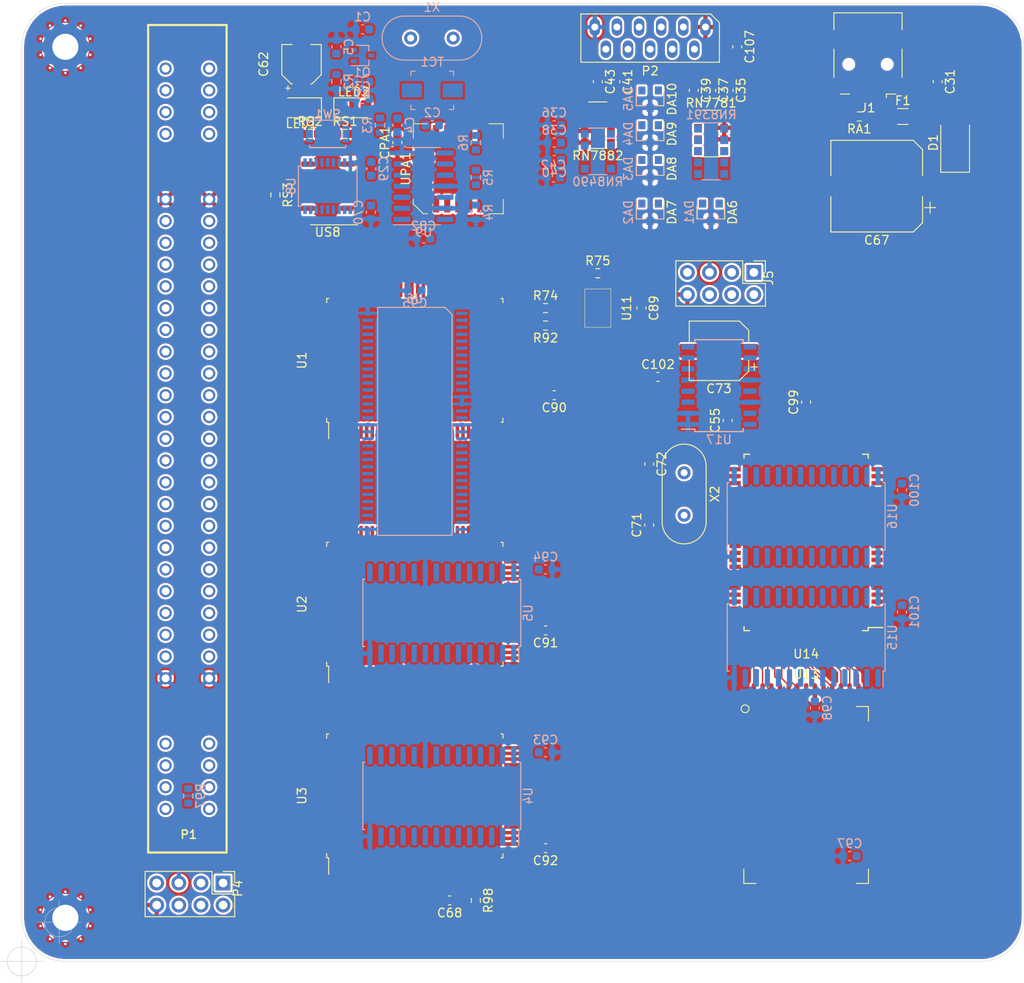
<source format=kicad_pcb>
(kicad_pcb (version 20171130) (host pcbnew 5.1.9)
  (title_block (title "Super Famicom Logic Board") (date 2021-01-02) (rev 0.4) (comment 1 POC))
  (layers (0 F.Cu signal) (1 Pwr.Cu power) (2 Gnd.Cu power) (31 B.Cu signal) (34 B.Paste user hide) (35 F.Paste user hide) (36 B.SilkS user) (37 F.SilkS user) (38 B.Mask user hide) (39 F.Mask user hide) (44 Edge.Cuts user))
  (net 0 "")
  (net 1 GND)
  (net 2 "Net-(C1-Pad1)")
  (net 3 "Net-(C2-Pad2)")
  (net 4 "Net-(C2-Pad1)")
  (net 5 "Net-(C4-Pad1)")
  (net 6 "Net-(C5-Pad1)")
  (net 7 /CIC_RESET)
  (net 8 VCC)
  (net 9 "Net-(C31-Pad2)")
  (net 10 "Net-(C35-Pad1)")
  (net 11 "Net-(C36-Pad1)")
  (net 12 "Net-(C37-Pad1)")
  (net 13 "Net-(C38-Pad1)")
  (net 14 "Net-(C39-Pad1)")
  (net 15 "Net-(C40-Pad2)")
  (net 16 "Net-(C41-Pad1)")
  (net 17 "Net-(C42-Pad1)")
  (net 18 "Net-(C43-Pad1)")
  (net 19 /SCLK)
  (net 20 "Net-(C62-Pad2)")
  (net 21 "Net-(C68-Pad1)")
  (net 22 /CIC3)
  (net 23 "Net-(C71-Pad2)")
  (net 24 "Net-(C72-Pad2)")
  (net 25 "Net-(C73-Pad1)")
  (net 26 /Post_Amplifier)
  (net 27 /JPSTR)
  (net 28 /JPCLK1)
  (net 29 /JPCLK2)
  (net 30 /4016.D0)
  (net 31 /4016.D1)
  (net 32 /4017.D0)
  (net 33 /4017.D1)
  (net 34 /JPIO6)
  (net 35 /JPIO7)
  (net 36 "Net-(F1-Pad1)")
  (net 37 "Net-(J1-Pad4)")
  (net 38 "Net-(J1-Pad3)")
  (net 39 "Net-(J1-Pad2)")
  (net 40 /AUDIO_ROUT)
  (net 41 /CART_SOUND-R)
  (net 42 "Net-(J5-Pad4)")
  (net 43 /CART_SOUND-L)
  (net 44 /AUDIO_LOUT)
  (net 45 /~MUTE)
  (net 46 "Net-(LED1-Pad2)")
  (net 47 "Net-(LED2-Pad2)")
  (net 48 /XIN)
  (net 49 /~RAMSEL)
  (net 50 "Net-(P1-Pad2)")
  (net 51 /REFRESH)
  (net 52 /PA6)
  (net 53 /PA7)
  (net 54 /~PARD)
  (net 55 /~PAWR)
  (net 56 /CA11)
  (net 57 /CA12)
  (net 58 /CA10)
  (net 59 /CA13)
  (net 60 /CA9)
  (net 61 /CA14)
  (net 62 /CA8)
  (net 63 /CA15)
  (net 64 /CA7)
  (net 65 /CA16)
  (net 66 /CA6)
  (net 67 /CA17)
  (net 68 /CA5)
  (net 69 /CA18)
  (net 70 /CA4)
  (net 71 /CA19)
  (net 72 /CA3)
  (net 73 /CA20)
  (net 74 /CA2)
  (net 75 /CA21)
  (net 76 /CA1)
  (net 77 /CA22)
  (net 78 /CA0)
  (net 79 /CA23)
  (net 80 /~IRQ)
  (net 81 /~ROMSEL)
  (net 82 /D0)
  (net 83 /D4)
  (net 84 /D1)
  (net 85 /D5)
  (net 86 /D2)
  (net 87 /D6)
  (net 88 /D3)
  (net 89 /D7)
  (net 90 /~CPURD)
  (net 91 /~CPUWR)
  (net 92 /CIC0)
  (net 93 /CIC1)
  (net 94 /CIC2)
  (net 95 /~RESOUT1)
  (net 96 /SYSCK)
  (net 97 /PA0)
  (net 98 /PA1)
  (net 99 /PA2)
  (net 100 /PA3)
  (net 101 /PA4)
  (net 102 /PA5)
  (net 103 /~VIDEO_CSYNC)
  (net 104 /~VIDEO_BURST)
  (net 105 /3.58M)
  (net 106 /VIDEO_B)
  (net 107 /VIDEO_G)
  (net 108 /VIDEO_R)
  (net 109 "Net-(Q1-Pad1)")
  (net 110 "Net-(R5-Pad2)")
  (net 111 "Net-(R6-Pad1)")
  (net 112 "Net-(R98-Pad1)")
  (net 113 "Net-(RN7781-Pad5)")
  (net 114 "Net-(RN7781-Pad4)")
  (net 115 "Net-(RN7882-Pad5)")
  (net 116 "Net-(RN7882-Pad4)")
  (net 117 "Net-(RS1-Pad1)")
  (net 118 "Net-(RS2-Pad2)")
  (net 119 "Net-(U1-Pad89)")
  (net 120 "Net-(U1-Pad88)")
  (net 121 "Net-(U1-Pad87)")
  (net 122 "Net-(U1-Pad86)")
  (net 123 "Net-(U1-Pad84)")
  (net 124 "Net-(U1-Pad83)")
  (net 125 "Net-(U1-Pad82)")
  (net 126 "Net-(U1-Pad80)")
  (net 127 "Net-(U1-Pad71)")
  (net 128 "Net-(U1-Pad70)")
  (net 129 /VBLANK)
  (net 130 /HBLANK)
  (net 131 "Net-(U1-Pad39)")
  (net 132 "Net-(U1-Pad38)")
  (net 133 "Net-(U1-Pad24)")
  (net 134 "Net-(U1-Pad23)")
  (net 135 "Net-(U1-Pad22)")
  (net 136 "Net-(U1-Pad21)")
  (net 137 "Net-(U1-Pad20)")
  (net 138 "Net-(U1-Pad19)")
  (net 139 /~RESOUT0)
  (net 140 /~5MIN)
  (net 141 /FIELD)
  (net 142 /~HCLD)
  (net 143 /~VCLD)
  (net 144 /COLOR0)
  (net 145 /COLOR1)
  (net 146 /COLOR2)
  (net 147 /PRIO0)
  (net 148 /PRIO1)
  (net 149 /CHR0)
  (net 150 /CHR1)
  (net 151 /CHR2)
  (net 152 /CHR3)
  (net 153 /~VRD)
  (net 154 /~VBWR)
  (net 155 /~VAWR)
  (net 156 /VAA0)
  (net 157 /VAA1)
  (net 158 /VAA2)
  (net 159 /VAA3)
  (net 160 /VAA4)
  (net 161 /VAA5)
  (net 162 /VAA6)
  (net 163 /VAA7)
  (net 164 /VAA8)
  (net 165 /VAA9)
  (net 166 /VAA10)
  (net 167 /VAA11)
  (net 168 /VAA12)
  (net 169 /VAA13)
  (net 170 /VAB0)
  (net 171 /VAB1)
  (net 172 /VAB2)
  (net 173 /VAB3)
  (net 174 /VAB4)
  (net 175 /VAB5)
  (net 176 /VAB6)
  (net 177 /VAB7)
  (net 178 /VAB8)
  (net 179 /VAB9)
  (net 180 /VAB10)
  (net 181 /VAB11)
  (net 182 /VAB12)
  (net 183 /VAB13)
  (net 184 /VA14)
  (net 185 "Net-(U2-Pad46)")
  (net 186 /VDA7)
  (net 187 /VDA6)
  (net 188 /VDA5)
  (net 189 /VDA4)
  (net 190 /VDA3)
  (net 191 /VDA2)
  (net 192 /VDA1)
  (net 193 /VDA0)
  (net 194 /VDB7)
  (net 195 /VDB6)
  (net 196 /VDB5)
  (net 197 /VDB4)
  (net 198 /VDB3)
  (net 199 /VDB2)
  (net 200 /VDB1)
  (net 201 /VDB0)
  (net 202 "Net-(U3-Pad89)")
  (net 203 "Net-(U3-Pad88)")
  (net 204 "Net-(U3-Pad87)")
  (net 205 "Net-(U3-Pad86)")
  (net 206 "Net-(U3-Pad85)")
  (net 207 "Net-(U3-Pad84)")
  (net 208 "Net-(U3-Pad82)")
  (net 209 "Net-(U3-Pad81)")
  (net 210 "Net-(U3-Pad80)")
  (net 211 "Net-(U3-Pad79)")
  (net 212 "Net-(U3-Pad78)")
  (net 213 "Net-(U3-Pad77)")
  (net 214 "Net-(U3-Pad4)")
  (net 215 "Net-(U3-Pad2)")
  (net 216 "Net-(U6-Pad55)")
  (net 217 "Net-(U8-Pad5)")
  (net 218 "Net-(U8-Pad6)")
  (net 219 /CIC_CL1)
  (net 220 "Net-(U8-Pad17)")
  (net 221 "Net-(U8-Pad16)")
  (net 222 "Net-(U8-Pad15)")
  (net 223 "Net-(U8-Pad14)")
  (net 224 "Net-(U8-Pad13)")
  (net 225 "Net-(U8-Pad12)")
  (net 226 "Net-(U9-Pad12)")
  (net 227 "Net-(U9-Pad10)")
  (net 228 "Net-(U13-Pad64)")
  (net 229 "Net-(U13-Pad63)")
  (net 230 "Net-(U13-Pad62)")
  (net 231 "Net-(U13-Pad61)")
  (net 232 "Net-(U13-Pad60)")
  (net 233 "Net-(U13-Pad59)")
  (net 234 "Net-(U13-Pad56)")
  (net 235 "Net-(U13-Pad55)")
  (net 236 "Net-(U13-Pad54)")
  (net 237 "Net-(U13-Pad53)")
  (net 238 "Net-(U13-Pad52)")
  (net 239 "Net-(U13-Pad34)")
  (net 240 "Net-(U13-Pad33)")
  (net 241 "Net-(U13-Pad32)")
  (net 242 "Net-(U13-Pad31)")
  (net 243 "Net-(U13-Pad30)")
  (net 244 "Net-(U13-Pad29)")
  (net 245 "Net-(U13-Pad28)")
  (net 246 "Net-(U13-Pad27)")
  (net 247 "Net-(U13-Pad25)")
  (net 248 "Net-(U13-Pad24)")
  (net 249 "Net-(U13-Pad23)")
  (net 250 "Net-(U13-Pad22)")
  (net 251 "Net-(U13-Pad21)")
  (net 252 "Net-(U13-Pad20)")
  (net 253 "Net-(U13-Pad19)")
  (net 254 "Net-(U13-Pad18)")
  (net 255 "Net-(U13-Pad17)")
  (net 256 "Net-(U13-Pad16)")
  (net 257 "Net-(U13-Pad15)")
  (net 258 "Net-(U13-Pad14)")
  (net 259 "Net-(U13-Pad13)")
  (net 260 "Net-(U13-Pad12)")
  (net 261 "Net-(U13-Pad11)")
  (net 262 "Net-(U13-Pad10)")
  (net 263 "Net-(U13-Pad9)")
  (net 264 "Net-(U13-Pad8)")
  (net 265 "Net-(U13-Pad7)")
  (net 266 "Net-(U13-Pad6)")
  (net 267 "Net-(U13-Pad5)")
  (net 268 "Net-(U13-Pad4)")
  (net 269 "Net-(U13-Pad3)")
  (net 270 "Net-(U13-Pad2)")
  (net 271 "Net-(U13-Pad1)")
  (net 272 "Net-(U14-Pad80)")
  (net 273 "Net-(U14-Pad79)")
  (net 274 "Net-(U14-Pad78)")
  (net 275 "Net-(U14-Pad77)")
  (net 276 "Net-(U14-Pad44)")
  (net 277 "Net-(U14-Pad43)")
  (net 278 "Net-(U14-Pad42)")
  (net 279 "Net-(U14-Pad40)")
  (net 280 /~WE)
  (net 281 /MA13)
  (net 282 /MA8)
  (net 283 /MA9)
  (net 284 /MA11)
  (net 285 /~OE)
  (net 286 /MA10)
  (net 287 /~CE0)
  (net 288 /~CE1)
  (net 289 /MD7)
  (net 290 /MD6)
  (net 291 /MD5)
  (net 292 /MD4)
  (net 293 /MD3)
  (net 294 "Net-(U14-Pad21)")
  (net 295 "Net-(U14-Pad20)")
  (net 296 /MA14)
  (net 297 /MA12)
  (net 298 /MA7)
  (net 299 /MA6)
  (net 300 /MA5)
  (net 301 /MA4)
  (net 302 /MA3)
  (net 303 /MA2)
  (net 304 /MA1)
  (net 305 /MA0)
  (net 306 /MD0)
  (net 307 /MD1)
  (net 308 /MD2)
  (net 309 "Net-(U14-Pad5)")
  (net 310 "Net-(U14-Pad4)")
  (net 311 "Net-(U14-Pad3)")
  (net 312 "Net-(U14-Pad2)")
  (net 313 "Net-(U14-Pad1)")
  (net 314 "Net-(U17-Pad5)")
  (net 315 /$214F_PATCH)
  (net 316 "Net-(UPA1-Pad15)")
  (net 317 "Net-(UPA1-Pad14)")
  (net 318 "Net-(UPA1-Pad12)")
  (net 319 "Net-(UPA1-Pad11)")
  (module Connector_PinHeader_2.54mm:PinHeader_2x04_P2.54mm_Vertical (layer F.Cu) (at 104 80.9 270)
    (fp_text reference J5 (at 0.635 -1.695 90) (layer F.SilkS))
    (fp_text value "Audio Out Port")
    (pad 8 thru_hole oval (at 2.54 7.62 270) (size 1.7 1.7) (drill 1) (layers *.Cu *.Mask) (net 8 VCC))
    (pad 7 thru_hole oval (at 0 7.62 270) (size 1.7 1.7) (drill 1) (layers *.Cu *.Mask) (net 40 /AUDIO_ROUT))
    (pad 6 thru_hole oval (at 2.54 5.08 270) (size 1.7 1.7) (drill 1) (layers *.Cu *.Mask) (net 41 /CART_SOUND-R))
    (pad 5 thru_hole oval (at 0 5.08 270) (size 1.7 1.7) (drill 1) (layers *.Cu *.Mask) (net 1 GND))
    (pad 4 thru_hole oval (at 2.54 2.54 270) (size 1.7 1.7) (drill 1) (layers *.Cu *.Mask) (net 42 "Net-(J5-Pad4)"))
    (pad 3 thru_hole oval (at 0 2.54 270) (size 1.7 1.7) (drill 1) (layers *.Cu *.Mask) (net 43 /CART_SOUND-L))
    (pad 2 thru_hole oval (at 2.54 0 270) (size 1.7 1.7) (drill 1) (layers *.Cu *.Mask) (net 44 /AUDIO_LOUT))
    (pad 1 thru_hole rect (at 0 0 270) (size 1.7 1.7) (drill 1) (layers *.Cu *.Mask) (net 45 /~MUTE))
  )
  (module Connector_PinHeader_2.54mm:PinHeader_2x04_P2.54mm_Vertical (layer F.Cu) (at 43.1 151 270)
    (fp_text reference P4 (at 0.635 -1.695 270) (layer F.SilkS))
    (fp_text value "Multi AV Out")
    (pad 8 thru_hole oval (at 2.54 7.62 270) (size 1.7 1.7) (drill 1) (layers *.Cu *.Mask) (net 8 VCC))
    (pad 7 thru_hole oval (at 0 7.62 270) (size 1.7 1.7) (drill 1) (layers *.Cu *.Mask) (net 103 /~VIDEO_CSYNC))
    (pad 6 thru_hole oval (at 2.54 5.08 270) (size 1.7 1.7) (drill 1) (layers *.Cu *.Mask) (net 104 /~VIDEO_BURST))
    (pad 5 thru_hole oval (at 0 5.08 270) (size 1.7 1.7) (drill 1) (layers *.Cu *.Mask) (net 1 GND))
    (pad 4 thru_hole oval (at 2.54 2.54 270) (size 1.7 1.7) (drill 1) (layers *.Cu *.Mask) (net 105 /3.58M))
    (pad 3 thru_hole oval (at 0 2.54 270) (size 1.7 1.7) (drill 1) (layers *.Cu *.Mask) (net 106 /VIDEO_B))
    (pad 2 thru_hole oval (at 2.54 0 270) (size 1.7 1.7) (drill 1) (layers *.Cu *.Mask) (net 107 /VIDEO_G))
    (pad 1 thru_hole rect (at 0 0 270) (size 1.7 1.7) (drill 1) (layers *.Cu *.Mask) (net 108 /VIDEO_R))
  )
  (module SNES:SNES_RETRODE_SLOT (layer F.Cu) (at 39 100 90)
    (fp_text reference P1 (at -46 -0.9 180) (layer F.SilkS) (effects (font (size 0.9652 0.9652) (thickness 0.173736)) (justify left bottom)))
    (fp_text value CARTRIDGE_SLOT hide)
    (pad 1 thru_hole circle (at -42.5 2.5 90) (size 1.408 1.408) (drill 0.9) (layers *.Cu *.Mask) (net 48 /XIN))
    (pad 32 thru_hole circle (at -42.5 -2.5 90) (size 1.408 1.408) (drill 0.9) (layers *.Cu *.Mask) (net 49 /~RAMSEL))
    (pad 2 thru_hole circle (at -40 2.5 90) (size 1.408 1.408) (drill 0.9) (layers *.Cu *.Mask) (net 50 "Net-(P1-Pad2)"))
    (pad 33 thru_hole circle (at -40 -2.5 90) (size 1.408 1.408) (drill 0.9) (layers *.Cu *.Mask) (net 51 /REFRESH))
    (pad 3 thru_hole circle (at -37.5 2.5 90) (size 1.408 1.408) (drill 0.9) (layers *.Cu *.Mask) (net 52 /PA6))
    (pad 34 thru_hole circle (at -37.5 -2.5 90) (size 1.408 1.408) (drill 0.9) (layers *.Cu *.Mask) (net 53 /PA7))
    (pad 4 thru_hole circle (at -35 2.5 90) (size 1.408 1.408) (drill 0.9) (layers *.Cu *.Mask) (net 54 /~PARD))
    (pad 35 thru_hole circle (at -35 -2.5 90) (size 1.408 1.408) (drill 0.9) (layers *.Cu *.Mask) (net 55 /~PAWR))
    (pad 5 thru_hole circle (at -27.5 2.5 90) (size 1.408 1.408) (drill 0.9) (layers *.Cu *.Mask) (net 1 GND))
    (pad 36 thru_hole circle (at -27.5 -2.5 90) (size 1.408 1.408) (drill 0.9) (layers *.Cu *.Mask) (net 1 GND))
    (pad 6 thru_hole circle (at -25 2.5 90) (size 1.408 1.408) (drill 0.9) (layers *.Cu *.Mask) (net 56 /CA11))
    (pad 37 thru_hole circle (at -25 -2.5 90) (size 1.408 1.408) (drill 0.9) (layers *.Cu *.Mask) (net 57 /CA12))
    (pad 7 thru_hole circle (at -22.5 2.5 90) (size 1.408 1.408) (drill 0.9) (layers *.Cu *.Mask) (net 58 /CA10))
    (pad 38 thru_hole circle (at -22.5 -2.5 90) (size 1.408 1.408) (drill 0.9) (layers *.Cu *.Mask) (net 59 /CA13))
    (pad 8 thru_hole circle (at -20 2.5 90) (size 1.408 1.408) (drill 0.9) (layers *.Cu *.Mask) (net 60 /CA9))
    (pad 39 thru_hole circle (at -20 -2.5 90) (size 1.408 1.408) (drill 0.9) (layers *.Cu *.Mask) (net 61 /CA14))
    (pad 9 thru_hole circle (at -17.5 2.5 90) (size 1.408 1.408) (drill 0.9) (layers *.Cu *.Mask) (net 62 /CA8))
    (pad 40 thru_hole circle (at -17.5 -2.5 90) (size 1.408 1.408) (drill 0.9) (layers *.Cu *.Mask) (net 63 /CA15))
    (pad 10 thru_hole circle (at -15 2.5 90) (size 1.408 1.408) (drill 0.9) (layers *.Cu *.Mask) (net 64 /CA7))
    (pad 41 thru_hole circle (at -15 -2.5 90) (size 1.408 1.408) (drill 0.9) (layers *.Cu *.Mask) (net 65 /CA16))
    (pad 11 thru_hole circle (at -12.5 2.5 90) (size 1.408 1.408) (drill 0.9) (layers *.Cu *.Mask) (net 66 /CA6))
    (pad 42 thru_hole circle (at -12.5 -2.5 90) (size 1.408 1.408) (drill 0.9) (layers *.Cu *.Mask) (net 67 /CA17))
    (pad 12 thru_hole circle (at -10 2.5 90) (size 1.408 1.408) (drill 0.9) (layers *.Cu *.Mask) (net 68 /CA5))
    (pad 43 thru_hole circle (at -10 -2.5 90) (size 1.408 1.408) (drill 0.9) (layers *.Cu *.Mask) (net 69 /CA18))
    (pad 13 thru_hole circle (at -7.5 2.5 90) (size 1.408 1.408) (drill 0.9) (layers *.Cu *.Mask) (net 70 /CA4))
    (pad 44 thru_hole circle (at -7.5 -2.5 90) (size 1.408 1.408) (drill 0.9) (layers *.Cu *.Mask) (net 71 /CA19))
    (pad 14 thru_hole circle (at -5 2.5 90) (size 1.408 1.408) (drill 0.9) (layers *.Cu *.Mask) (net 72 /CA3))
    (pad 45 thru_hole circle (at -5 -2.5 90) (size 1.408 1.408) (drill 0.9) (layers *.Cu *.Mask) (net 73 /CA20))
    (pad 15 thru_hole circle (at -2.5 2.5 90) (size 1.408 1.408) (drill 0.9) (layers *.Cu *.Mask) (net 74 /CA2))
    (pad 46 thru_hole circle (at -2.5 -2.5 90) (size 1.408 1.408) (drill 0.9) (layers *.Cu *.Mask) (net 75 /CA21))
    (pad 16 thru_hole circle (at 0 2.5 90) (size 1.408 1.408) (drill 0.9) (layers *.Cu *.Mask) (net 76 /CA1))
    (pad 47 thru_hole circle (at 0 -2.5 90) (size 1.408 1.408) (drill 0.9) (layers *.Cu *.Mask) (net 77 /CA22))
    (pad 17 thru_hole circle (at 2.5 2.5 90) (size 1.408 1.408) (drill 0.9) (layers *.Cu *.Mask) (net 78 /CA0))
    (pad 48 thru_hole circle (at 2.5 -2.5 90) (size 1.408 1.408) (drill 0.9) (layers *.Cu *.Mask) (net 79 /CA23))
    (pad 18 thru_hole circle (at 5 2.5 90) (size 1.408 1.408) (drill 0.9) (layers *.Cu *.Mask) (net 80 /~IRQ))
    (pad 49 thru_hole circle (at 5 -2.5 90) (size 1.408 1.408) (drill 0.9) (layers *.Cu *.Mask) (net 81 /~ROMSEL))
    (pad 19 thru_hole circle (at 7.5 2.5 90) (size 1.408 1.408) (drill 0.9) (layers *.Cu *.Mask) (net 82 /D0))
    (pad 50 thru_hole circle (at 7.5 -2.5 90) (size 1.408 1.408) (drill 0.9) (layers *.Cu *.Mask) (net 83 /D4))
    (pad 20 thru_hole circle (at 10 2.5 90) (size 1.408 1.408) (drill 0.9) (layers *.Cu *.Mask) (net 84 /D1))
    (pad 51 thru_hole circle (at 10 -2.5 90) (size 1.408 1.408) (drill 0.9) (layers *.Cu *.Mask) (net 85 /D5))
    (pad 21 thru_hole circle (at 12.5 2.5 90) (size 1.408 1.408) (drill 0.9) (layers *.Cu *.Mask) (net 86 /D2))
    (pad 52 thru_hole circle (at 12.5 -2.5 90) (size 1.408 1.408) (drill 0.9) (layers *.Cu *.Mask) (net 87 /D6))
    (pad 22 thru_hole circle (at 15 2.5 90) (size 1.408 1.408) (drill 0.9) (layers *.Cu *.Mask) (net 88 /D3))
    (pad 53 thru_hole circle (at 15 -2.5 90) (size 1.408 1.408) (drill 0.9) (layers *.Cu *.Mask) (net 89 /D7))
    (pad 23 thru_hole circle (at 17.5 2.5 90) (size 1.408 1.408) (drill 0.9) (layers *.Cu *.Mask) (net 90 /~CPURD))
    (pad 54 thru_hole circle (at 17.5 -2.5 90) (size 1.408 1.408) (drill 0.9) (layers *.Cu *.Mask) (net 91 /~CPUWR))
    (pad 24 thru_hole circle (at 20 2.5 90) (size 1.408 1.408) (drill 0.9) (layers *.Cu *.Mask) (net 92 /CIC0))
    (pad 55 thru_hole circle (at 20 -2.5 90) (size 1.408 1.408) (drill 0.9) (layers *.Cu *.Mask) (net 93 /CIC1))
    (pad 25 thru_hole circle (at 22.5 2.5 90) (size 1.408 1.408) (drill 0.9) (layers *.Cu *.Mask) (net 94 /CIC2))
    (pad 56 thru_hole circle (at 22.5 -2.5 90) (size 1.408 1.408) (drill 0.9) (layers *.Cu *.Mask) (net 22 /CIC3))
    (pad 26 thru_hole circle (at 25 2.5 90) (size 1.408 1.408) (drill 0.9) (layers *.Cu *.Mask) (net 95 /~RESOUT1))
    (pad 57 thru_hole circle (at 25 -2.5 90) (size 1.408 1.408) (drill 0.9) (layers *.Cu *.Mask) (net 96 /SYSCK))
    (pad 27 thru_hole circle (at 27.5 2.5 90) (size 1.408 1.408) (drill 0.9) (layers *.Cu *.Mask) (net 8 VCC))
    (pad 58 thru_hole circle (at 27.5 -2.5 90) (size 1.408 1.408) (drill 0.9) (layers *.Cu *.Mask) (net 8 VCC))
    (pad 28 thru_hole circle (at 35 2.5 90) (size 1.408 1.408) (drill 0.9) (layers *.Cu *.Mask) (net 97 /PA0))
    (pad 59 thru_hole circle (at 35 -2.5 90) (size 1.408 1.408) (drill 0.9) (layers *.Cu *.Mask) (net 98 /PA1))
    (pad 29 thru_hole circle (at 37.5 2.5 90) (size 1.408 1.408) (drill 0.9) (layers *.Cu *.Mask) (net 99 /PA2))
    (pad 60 thru_hole circle (at 37.5 -2.5 90) (size 1.408 1.408) (drill 0.9) (layers *.Cu *.Mask) (net 100 /PA3))
    (pad 30 thru_hole circle (at 40 2.5 90) (size 1.408 1.408) (drill 0.9) (layers *.Cu *.Mask) (net 101 /PA4))
    (pad 61 thru_hole circle (at 40 -2.5 90) (size 1.408 1.408) (drill 0.9) (layers *.Cu *.Mask) (net 102 /PA5))
    (pad 31 thru_hole circle (at 42.5 2.5 90) (size 1.408 1.408) (drill 0.9) (layers *.Cu *.Mask) (net 43 /CART_SOUND-L))
    (pad 62 thru_hole circle (at 42.5 -2.5 90) (size 1.408 1.408) (drill 0.9) (layers *.Cu *.Mask) (net 41 /CART_SOUND-R))
  )
  (module SNES:SSOP-18_4.4x6.5mm_P0.65mm (layer B.Cu) (at 55.1 71 270)
    (fp_text reference U8 (at 0 4.2 90) (layer B.SilkS) (effects (justify mirror)))
    (fp_text value CIC)
    (pad 10 smd rect (at 2.7 -2.6 270) (size 1 0.4) (layers B.Cu B.Paste B.Mask) (net 48 /XIN))
    (pad 11 smd rect (at 2.7 -1.95 270) (size 1 0.4) (layers B.Cu B.Paste B.Mask) (net 94 /CIC2))
    (pad 12 smd rect (at 2.7 -1.3 270) (size 1 0.4) (layers B.Cu B.Paste B.Mask) (net 225 "Net-(U8-Pad12)"))
    (pad 13 smd rect (at 2.7 -0.65 270) (size 1 0.4) (layers B.Cu B.Paste B.Mask) (net 224 "Net-(U8-Pad13)"))
    (pad 14 smd rect (at 2.7 0 270) (size 1 0.4) (layers B.Cu B.Paste B.Mask) (net 223 "Net-(U8-Pad14)"))
    (pad 15 smd rect (at 2.7 0.65 270) (size 1 0.4) (layers B.Cu B.Paste B.Mask) (net 222 "Net-(U8-Pad15)"))
    (pad 16 smd rect (at 2.7 1.3 270) (size 1 0.4) (layers B.Cu B.Paste B.Mask) (net 221 "Net-(U8-Pad16)"))
    (pad 17 smd rect (at 2.7 1.95 270) (size 1 0.4) (layers B.Cu B.Paste B.Mask) (net 220 "Net-(U8-Pad17)"))
    (pad 18 smd rect (at 2.7 2.6 270) (size 1 0.4) (layers B.Cu B.Paste B.Mask) (net 8 VCC))
    (pad 9 smd rect (at -2.7 -2.6 270) (size 1 0.4) (layers B.Cu B.Paste B.Mask) (net 1 GND))
    (pad 8 smd rect (at -2.7 -1.95 270) (size 1 0.4) (layers B.Cu B.Paste B.Mask) (net 7 /CIC_RESET))
    (pad 7 smd rect (at -2.7 -1.3 270) (size 1 0.4) (layers B.Cu B.Paste B.Mask) (net 219 /CIC_CL1))
    (pad 6 smd rect (at -2.7 -0.65 270) (size 1 0.4) (layers B.Cu B.Paste B.Mask) (net 218 "Net-(U8-Pad6)"))
    (pad 5 smd rect (at -2.7 0 270) (size 1 0.4) (layers B.Cu B.Paste B.Mask) (net 217 "Net-(U8-Pad5)"))
    (pad 4 smd rect (at -2.7 0.65 270) (size 1 0.4) (layers B.Cu B.Paste B.Mask) (net 8 VCC))
    (pad 3 smd rect (at -2.7 1.3 270) (size 1 0.4) (layers B.Cu B.Paste B.Mask) (net 20 "Net-(C62-Pad2)"))
    (pad 2 smd rect (at -2.7 1.95 270) (size 1 0.4) (layers B.Cu B.Paste B.Mask) (net 92 /CIC0))
    (pad 1 smd rect (at -2.7 2.6 270) (size 1 0.4) (layers B.Cu B.Paste B.Mask) (net 93 /CIC1))
  )
  (module SNES:SW_Push_SPST_NO_Alps_SKRK (layer B.Cu) (at 55.1 65 180)
    (fp_text reference SW1 (at 0 2.25) (layer B.SilkS) (effects (justify mirror)))
    (fp_text value RESET)
    (pad 1 smd roundrect (at -2.1 0 180) (size 0.8 2) (layers B.Cu B.Paste B.Mask) (net 7 /CIC_RESET))
    (pad 2 smd roundrect (at 2.1 0 180) (size 0.8 2) (layers B.Cu B.Paste B.Mask) (net 8 VCC))
  )
  (module Capacitor_SMD:CP_Elec_4x5.4 (layer F.Cu) (at 52.1 57 90)
    (fp_text reference C62 (at 0 -4.35 90) (layer F.SilkS))
    (fp_text value 2.2uF)
    (pad 2 smd roundrect (at 1.8 0 90) (size 2.6 1.6) (layers F.Cu F.Paste F.Mask) (roundrect_rratio 0.15625) (net 20 "Net-(C62-Pad2)"))
    (pad 1 smd roundrect (at -1.8 0 90) (size 2.6 1.6) (layers F.Cu F.Paste F.Mask) (roundrect_rratio 0.15625) (net 8 VCC))
  )
  (module Package_SO:SOIC-14_3.9x8.7mm_P1.27mm (layer F.Cu) (at 55.1 71 180)
    (fp_text reference US8 (at 0 -5.28) (layer F.SilkS))
    (fp_text value SuperCIC)
    (pad 14 smd roundrect (at 2.475 -3.81 180) (size 1.95 0.6) (layers F.Cu F.Paste F.Mask) (net 1 GND))
    (pad 13 smd roundrect (at 2.475 -2.54 180) (size 1.95 0.6) (layers F.Cu F.Paste F.Mask) (net 7 /CIC_RESET))
    (pad 12 smd roundrect (at 2.475 -1.27 180) (size 1.95 0.6) (layers F.Cu F.Paste F.Mask) (net 1 GND))
    (pad 11 smd roundrect (at 2.475 0 180) (size 1.95 0.6) (layers F.Cu F.Paste F.Mask) (net 48 /XIN))
    (pad 10 smd roundrect (at 2.475 1.27 180) (size 1.95 0.6) (layers F.Cu F.Paste F.Mask) (net 93 /CIC1))
    (pad 9 smd roundrect (at 2.475 2.54 180) (size 1.95 0.6) (layers F.Cu F.Paste F.Mask) (net 92 /CIC0))
    (pad 8 smd roundrect (at 2.475 3.81 180) (size 1.95 0.6) (layers F.Cu F.Paste F.Mask) (net 94 /CIC2))
    (pad 7 smd roundrect (at -2.475 3.81 180) (size 1.95 0.6) (layers F.Cu F.Paste F.Mask) (net 1 GND))
    (pad 6 smd roundrect (at -2.475 2.54 180) (size 1.95 0.6) (layers F.Cu F.Paste F.Mask) (net 117 "Net-(RS1-Pad1)"))
    (pad 5 smd roundrect (at -2.475 1.27 180) (size 1.95 0.6) (layers F.Cu F.Paste F.Mask) (net 118 "Net-(RS2-Pad2)"))
    (pad 4 smd roundrect (at -2.475 0 180) (size 1.95 0.6) (layers F.Cu F.Paste F.Mask) (net 8 VCC))
    (pad 3 smd roundrect (at -2.475 -1.27 180) (size 1.95 0.6) (layers F.Cu F.Paste F.Mask) (net 315 /$214F_PATCH))
    (pad 2 smd roundrect (at -2.475 -2.54 180) (size 1.95 0.6) (layers F.Cu F.Paste F.Mask) (net 219 /CIC_CL1))
    (pad 1 smd roundrect (at -2.475 -3.81 180) (size 1.95 0.6) (layers F.Cu F.Paste F.Mask) (net 8 VCC))
  )
  (module SNES:PLCC-20 (layer F.Cu) (at 70.085 69 90)
    (fp_text reference UPA1 (at 0 -6.015 90) (layer F.SilkS))
    (fp_text value 16V8)
    (pad 18 smd rect (at 4.0525 -2.54 90) (size 1.925 0.7) (layers F.Cu F.Paste F.Mask) (net 83 /D4))
    (pad 17 smd rect (at 4.0525 -1.27 90) (size 1.925 0.7) (layers F.Cu F.Paste F.Mask) (net 83 /D4))
    (pad 16 smd rect (at 4.0525 0 90) (size 1.925 0.7) (layers F.Cu F.Paste F.Mask) (net 83 /D4))
    (pad 15 smd rect (at 4.0525 1.27 90) (size 1.925 0.7) (layers F.Cu F.Paste F.Mask) (net 316 "Net-(UPA1-Pad15)"))
    (pad 14 smd rect (at 4.0525 2.54 90) (size 1.925 0.7) (layers F.Cu F.Paste F.Mask) (net 317 "Net-(UPA1-Pad14)"))
    (pad 13 smd rect (at 2.54 4.0525 90) (size 0.7 1.925) (layers F.Cu F.Paste F.Mask) (net 315 /$214F_PATCH))
    (pad 12 smd rect (at 1.27 4.0525 90) (size 0.7 1.925) (layers F.Cu F.Paste F.Mask) (net 318 "Net-(UPA1-Pad12)"))
    (pad 11 smd rect (at 0 4.0525 90) (size 0.7 1.925) (layers F.Cu F.Paste F.Mask) (net 319 "Net-(UPA1-Pad11)"))
    (pad 10 smd rect (at -1.27 4.0525 90) (size 0.7 1.925) (layers F.Cu F.Paste F.Mask) (net 1 GND))
    (pad 9 smd rect (at -2.54 4.0525 90) (size 0.7 1.925) (layers F.Cu F.Paste F.Mask) (net 54 /~PARD))
    (pad 8 smd rect (at -4.0525 2.54 90) (size 1.925 0.7) (layers F.Cu F.Paste F.Mask) (net 53 /PA7))
    (pad 7 smd rect (at -4.0525 1.27 90) (size 1.925 0.7) (layers F.Cu F.Paste F.Mask) (net 102 /PA5))
    (pad 6 smd rect (at -4.0525 0 90) (size 1.925 0.7) (layers F.Cu F.Paste F.Mask) (net 100 /PA3))
    (pad 5 smd rect (at -4.0525 -1.27 90) (size 1.925 0.7) (layers F.Cu F.Paste F.Mask) (net 98 /PA1))
    (pad 4 smd rect (at -4.0525 -2.54 90) (size 1.925 0.7) (layers F.Cu F.Paste F.Mask) (net 52 /PA6))
    (pad 19 smd rect (at 2.54 -4.0525 90) (size 0.7 1.925) (layers F.Cu F.Paste F.Mask) (net 83 /D4))
    (pad 20 smd rect (at 1.27 -4.0525 90) (size 0.7 1.925) (layers F.Cu F.Paste F.Mask) (net 8 VCC))
    (pad 3 smd rect (at -2.54 -4.0525 90) (size 0.7 1.925) (layers F.Cu F.Paste F.Mask) (net 101 /PA4))
    (pad 2 smd rect (at -1.27 -4.0525 90) (size 0.7 1.925) (layers F.Cu F.Paste F.Mask) (net 99 /PA2))
    (pad 1 smd rect (at 0 -4.0525 90) (size 0.7 1.925) (layers F.Cu F.Paste F.Mask) (net 97 /PA0))
  )
  (module LED_SMD:LED_1206_3216Metric (layer F.Cu) (at 58.1 62)
    (fp_text reference LED2 (at 0 -1.82) (layer F.SilkS))
    (fp_text value RED)
    (pad 2 smd roundrect (at 1.4 0) (size 1.25 1.75) (layers F.Cu F.Paste F.Mask) (roundrect_rratio 0.2) (net 47 "Net-(LED2-Pad2)"))
    (pad 1 smd roundrect (at -1.4 0) (size 1.25 1.75) (layers F.Cu F.Paste F.Mask) (roundrect_rratio 0.2) (net 1 GND))
  )
  (module LED_SMD:LED_1206_3216Metric (layer F.Cu) (at 52.1 62 180)
    (fp_text reference LED1 (at 0 -1.82) (layer F.SilkS))
    (fp_text value GREEN)
    (pad 2 smd roundrect (at 1.4 0 180) (size 1.25 1.75) (layers F.Cu F.Paste F.Mask) (roundrect_rratio 0.2) (net 46 "Net-(LED1-Pad2)"))
    (pad 1 smd roundrect (at -1.4 0 180) (size 1.25 1.75) (layers F.Cu F.Paste F.Mask) (roundrect_rratio 0.2) (net 1 GND))
  )
  (module SNES:SOP-64_10.8x28mm_P0.8mm (layer B.Cu) (at 65.1 98 270)
    (fp_text reference U6 (at -14.085 0) (layer B.SilkS) (effects (justify mirror)))
    (fp_text value S-WRAM)
    (pad 32 smd rect (at 12.4 -5.4 270) (size 0.37 1.27) (layers B.Cu B.Paste B.Mask) (net 8 VCC))
    (pad 33 smd rect (at 12.4 5.4 270) (size 0.37 1.27) (layers B.Cu B.Paste B.Mask) (net 1 GND))
    (pad 31 smd rect (at 11.6 -5.4 270) (size 0.37 1.27) (layers B.Cu B.Paste B.Mask) (net 70 /CA4))
    (pad 34 smd rect (at 11.6 5.4 270) (size 0.37 1.27) (layers B.Cu B.Paste B.Mask) (net 59 /CA13))
    (pad 30 smd rect (at 10.8 -5.4 270) (size 0.37 1.27) (layers B.Cu B.Paste B.Mask) (net 57 /CA12))
    (pad 35 smd rect (at 10.8 5.4 270) (size 0.37 1.27) (layers B.Cu B.Paste B.Mask) (net 68 /CA5))
    (pad 29 smd rect (at 10 -5.4 270) (size 0.37 1.27) (layers B.Cu B.Paste B.Mask) (net 72 /CA3))
    (pad 36 smd rect (at 10 5.4 270) (size 0.37 1.27) (layers B.Cu B.Paste B.Mask) (net 61 /CA14))
    (pad 28 smd rect (at 9.2 -5.4 270) (size 0.37 1.27) (layers B.Cu B.Paste B.Mask) (net 56 /CA11))
    (pad 37 smd rect (at 9.2 5.4 270) (size 0.37 1.27) (layers B.Cu B.Paste B.Mask) (net 66 /CA6))
    (pad 27 smd rect (at 8.4 -5.4 270) (size 0.37 1.27) (layers B.Cu B.Paste B.Mask) (net 74 /CA2))
    (pad 38 smd rect (at 8.4 5.4 270) (size 0.37 1.27) (layers B.Cu B.Paste B.Mask) (net 63 /CA15))
    (pad 26 smd rect (at 7.6 -5.4 270) (size 0.37 1.27) (layers B.Cu B.Paste B.Mask) (net 58 /CA10))
    (pad 39 smd rect (at 7.6 5.4 270) (size 0.37 1.27) (layers B.Cu B.Paste B.Mask) (net 64 /CA7))
    (pad 25 smd rect (at 6.8 -5.4 270) (size 0.37 1.27) (layers B.Cu B.Paste B.Mask) (net 76 /CA1))
    (pad 40 smd rect (at 6.8 5.4 270) (size 0.37 1.27) (layers B.Cu B.Paste B.Mask) (net 65 /CA16))
    (pad 24 smd rect (at 6 -5.4 270) (size 0.37 1.27) (layers B.Cu B.Paste B.Mask) (net 60 /CA9))
    (pad 41 smd rect (at 6 5.4 270) (size 0.37 1.27) (layers B.Cu B.Paste B.Mask) (net 62 /CA8))
    (pad 23 smd rect (at 5.2 -5.4 270) (size 0.37 1.27) (layers B.Cu B.Paste B.Mask) (net 78 /CA0))
    (pad 42 smd rect (at 5.2 5.4 270) (size 0.37 1.27) (layers B.Cu B.Paste B.Mask) (net 77 /CA22))
    (pad 22 smd rect (at 4.4 -5.4 270) (size 0.37 1.27) (layers B.Cu B.Paste B.Mask))
    (pad 43 smd rect (at 4.4 5.4 270) (size 0.37 1.27) (layers B.Cu B.Paste B.Mask) (net 99 /PA2))
    (pad 21 smd rect (at 3.6 -5.4 270) (size 0.37 1.27) (layers B.Cu B.Paste B.Mask))
    (pad 44 smd rect (at 3.6 5.4 270) (size 0.37 1.27) (layers B.Cu B.Paste B.Mask) (net 100 /PA3))
    (pad 20 smd rect (at 2.8 -5.4 270) (size 0.37 1.27) (layers B.Cu B.Paste B.Mask))
    (pad 45 smd rect (at 2.8 5.4 270) (size 0.37 1.27) (layers B.Cu B.Paste B.Mask) (net 101 /PA4))
    (pad 19 smd rect (at 2 -5.4 270) (size 0.37 1.27) (layers B.Cu B.Paste B.Mask))
    (pad 46 smd rect (at 2 5.4 270) (size 0.37 1.27) (layers B.Cu B.Paste B.Mask) (net 102 /PA5))
    (pad 18 smd rect (at 1.2 -5.4 270) (size 0.37 1.27) (layers B.Cu B.Paste B.Mask))
    (pad 47 smd rect (at 1.2 5.4 270) (size 0.37 1.27) (layers B.Cu B.Paste B.Mask) (net 52 /PA6))
    (pad 17 smd rect (at 0.4 -5.4 270) (size 0.37 1.27) (layers B.Cu B.Paste B.Mask) (net 1 GND))
    (pad 48 smd rect (at 0.4 5.4 270) (size 0.37 1.27) (layers B.Cu B.Paste B.Mask) (net 1 GND))
    (pad 16 smd rect (at -0.4 -5.4 270) (size 0.37 1.27) (layers B.Cu B.Paste B.Mask) (net 8 VCC))
    (pad 49 smd rect (at -0.4 5.4 270) (size 0.37 1.27) (layers B.Cu B.Paste B.Mask) (net 8 VCC))
    (pad 15 smd rect (at -1.2 -5.4 270) (size 0.37 1.27) (layers B.Cu B.Paste B.Mask) (net 49 /~RAMSEL))
    (pad 50 smd rect (at -1.2 5.4 270) (size 0.37 1.27) (layers B.Cu B.Paste B.Mask) (net 53 /PA7))
    (pad 14 smd rect (at -2 -5.4 270) (size 0.37 1.27) (layers B.Cu B.Paste B.Mask) (net 1 GND))
    (pad 51 smd rect (at -2 5.4 270) (size 0.37 1.27) (layers B.Cu B.Paste B.Mask) (net 8 VCC))
    (pad 13 smd rect (at -2.8 -5.4 270) (size 0.37 1.27) (layers B.Cu B.Paste B.Mask) (net 1 GND))
    (pad 52 smd rect (at -2.8 5.4 270) (size 0.37 1.27) (layers B.Cu B.Paste B.Mask) (net 8 VCC))
    (pad 12 smd rect (at -3.6 -5.4 270) (size 0.37 1.27) (layers B.Cu B.Paste B.Mask) (net 8 VCC))
    (pad 53 smd rect (at -3.6 5.4 270) (size 0.37 1.27) (layers B.Cu B.Paste B.Mask) (net 97 /PA0))
    (pad 11 smd rect (at -4.4 -5.4 270) (size 0.37 1.27) (layers B.Cu B.Paste B.Mask) (net 8 VCC))
    (pad 54 smd rect (at -4.4 5.4 270) (size 0.37 1.27) (layers B.Cu B.Paste B.Mask) (net 98 /PA1))
    (pad 10 smd rect (at -5.2 -5.4 270) (size 0.37 1.27) (layers B.Cu B.Paste B.Mask) (net 8 VCC))
    (pad 55 smd rect (at -5.2 5.4 270) (size 0.37 1.27) (layers B.Cu B.Paste B.Mask) (net 216 "Net-(U6-Pad55)"))
    (pad 9 smd rect (at -6 -5.4 270) (size 0.37 1.27) (layers B.Cu B.Paste B.Mask))
    (pad 56 smd rect (at -6 5.4 270) (size 0.37 1.27) (layers B.Cu B.Paste B.Mask) (net 54 /~PARD))
    (pad 8 smd rect (at -6.8 -5.4 270) (size 0.37 1.27) (layers B.Cu B.Paste B.Mask) (net 95 /~RESOUT1))
    (pad 57 smd rect (at -6.8 5.4 270) (size 0.37 1.27) (layers B.Cu B.Paste B.Mask) (net 90 /~CPURD))
    (pad 7 smd rect (at -7.6 -5.4 270) (size 0.37 1.27) (layers B.Cu B.Paste B.Mask) (net 51 /REFRESH))
    (pad 58 smd rect (at -7.6 5.4 270) (size 0.37 1.27) (layers B.Cu B.Paste B.Mask) (net 55 /~PAWR))
    (pad 6 smd rect (at -8.4 -5.4 270) (size 0.37 1.27) (layers B.Cu B.Paste B.Mask) (net 96 /SYSCK))
    (pad 59 smd rect (at -8.4 5.4 270) (size 0.37 1.27) (layers B.Cu B.Paste B.Mask) (net 91 /~CPUWR))
    (pad 5 smd rect (at -9.2 -5.4 270) (size 0.37 1.27) (layers B.Cu B.Paste B.Mask) (net 89 /D7))
    (pad 60 smd rect (at -9.2 5.4 270) (size 0.37 1.27) (layers B.Cu B.Paste B.Mask) (net 82 /D0))
    (pad 4 smd rect (at -10 -5.4 270) (size 0.37 1.27) (layers B.Cu B.Paste B.Mask) (net 87 /D6))
    (pad 61 smd rect (at -10 5.4 270) (size 0.37 1.27) (layers B.Cu B.Paste B.Mask) (net 84 /D1))
    (pad 3 smd rect (at -10.8 -5.4 270) (size 0.37 1.27) (layers B.Cu B.Paste B.Mask) (net 85 /D5))
    (pad 62 smd rect (at -10.8 5.4 270) (size 0.37 1.27) (layers B.Cu B.Paste B.Mask) (net 86 /D2))
    (pad 2 smd rect (at -11.6 -5.4 270) (size 0.37 1.27) (layers B.Cu B.Paste B.Mask) (net 83 /D4))
    (pad 63 smd rect (at -11.6 5.4 270) (size 0.37 1.27) (layers B.Cu B.Paste B.Mask) (net 88 /D3))
    (pad 1 smd rect (at -12.4 -5.4 270) (size 0.37 1.27) (layers B.Cu B.Paste B.Mask) (net 8 VCC))
    (pad 64 smd rect (at -12.4 5.4 270) (size 0.37 1.27) (layers B.Cu B.Paste B.Mask) (net 1 GND))
  )
  (module SNES:PQFP-100_14x20mm_P0.65mm (layer F.Cu) (at 65.1 91 90)
    (fp_text reference U1 (at 0 -12.95 270) (layer F.SilkS))
    (fp_text value S-CPU)
    (pad 100 smd roundrect (at -6.175 -11.125 90) (size 0.4 1.75) (layers F.Cu F.Paste F.Mask) (net 64 /CA7))
    (pad 99 smd roundrect (at -5.525 -11.125 90) (size 0.4 1.75) (layers F.Cu F.Paste F.Mask) (net 66 /CA6))
    (pad 98 smd roundrect (at -4.875 -11.125 90) (size 0.4 1.75) (layers F.Cu F.Paste F.Mask) (net 68 /CA5))
    (pad 97 smd roundrect (at -4.225 -11.125 90) (size 0.4 1.75) (layers F.Cu F.Paste F.Mask) (net 70 /CA4))
    (pad 96 smd roundrect (at -3.575 -11.125 90) (size 0.4 1.75) (layers F.Cu F.Paste F.Mask) (net 72 /CA3))
    (pad 95 smd roundrect (at -2.925 -11.125 90) (size 0.4 1.75) (layers F.Cu F.Paste F.Mask) (net 74 /CA2))
    (pad 94 smd roundrect (at -2.275 -11.125 90) (size 0.4 1.75) (layers F.Cu F.Paste F.Mask) (net 76 /CA1))
    (pad 93 smd roundrect (at -1.625 -11.125 90) (size 0.4 1.75) (layers F.Cu F.Paste F.Mask) (net 78 /CA0))
    (pad 92 smd roundrect (at -0.975 -11.125 90) (size 0.4 1.75) (layers F.Cu F.Paste F.Mask) (net 90 /~CPURD))
    (pad 91 smd roundrect (at -0.325 -11.125 90) (size 0.4 1.75) (layers F.Cu F.Paste F.Mask) (net 91 /~CPUWR))
    (pad 90 smd roundrect (at 0.325 -11.125 90) (size 0.4 1.75) (layers F.Cu F.Paste F.Mask) (net 1 GND))
    (pad 89 smd roundrect (at 0.975 -11.125 90) (size 0.4 1.75) (layers F.Cu F.Paste F.Mask) (net 119 "Net-(U1-Pad89)"))
    (pad 88 smd roundrect (at 1.625 -11.125 90) (size 0.4 1.75) (layers F.Cu F.Paste F.Mask) (net 120 "Net-(U1-Pad88)"))
    (pad 87 smd roundrect (at 2.275 -11.125 90) (size 0.4 1.75) (layers F.Cu F.Paste F.Mask) (net 121 "Net-(U1-Pad87)"))
    (pad 86 smd roundrect (at 2.925 -11.125 90) (size 0.4 1.75) (layers F.Cu F.Paste F.Mask) (net 122 "Net-(U1-Pad86)"))
    (pad 85 smd roundrect (at 3.575 -11.125 90) (size 0.4 1.75) (layers F.Cu F.Paste F.Mask) (net 8 VCC))
    (pad 84 smd roundrect (at 4.225 -11.125 90) (size 0.4 1.75) (layers F.Cu F.Paste F.Mask) (net 123 "Net-(U1-Pad84)"))
    (pad 83 smd roundrect (at 4.875 -11.125 90) (size 0.4 1.75) (layers F.Cu F.Paste F.Mask) (net 124 "Net-(U1-Pad83)"))
    (pad 82 smd roundrect (at 5.525 -11.125 90) (size 0.4 1.75) (layers F.Cu F.Paste F.Mask) (net 125 "Net-(U1-Pad82)"))
    (pad 81 smd roundrect (at 6.175 -11.125 90) (size 0.4 1.75) (layers F.Cu F.Paste F.Mask) (net 8 VCC))
    (pad 80 smd roundrect (at 8.125 -9.425 90) (size 1.75 0.4) (layers F.Cu F.Paste F.Mask) (net 126 "Net-(U1-Pad80)"))
    (pad 79 smd roundrect (at 8.125 -8.775 90) (size 1.75 0.4) (layers F.Cu F.Paste F.Mask) (net 1 GND))
    (pad 78 smd roundrect (at 8.125 -8.125 90) (size 1.75 0.4) (layers F.Cu F.Paste F.Mask) (net 49 /~RAMSEL))
    (pad 77 smd roundrect (at 8.125 -7.475 90) (size 1.75 0.4) (layers F.Cu F.Paste F.Mask) (net 81 /~ROMSEL))
    (pad 76 smd roundrect (at 8.125 -6.825 90) (size 1.75 0.4) (layers F.Cu F.Paste F.Mask) (net 8 VCC))
    (pad 75 smd roundrect (at 8.125 -6.175 90) (size 1.75 0.4) (layers F.Cu F.Paste F.Mask) (net 1 GND))
    (pad 74 smd roundrect (at 8.125 -5.525 90) (size 1.75 0.4) (layers F.Cu F.Paste F.Mask) (net 1 GND))
    (pad 73 smd roundrect (at 8.125 -4.875 90) (size 1.75 0.4) (layers F.Cu F.Paste F.Mask) (net 1 GND))
    (pad 72 smd roundrect (at 8.125 -4.225 90) (size 1.75 0.4) (layers F.Cu F.Paste F.Mask) (net 96 /SYSCK))
    (pad 71 smd roundrect (at 8.125 -3.575 90) (size 1.75 0.4) (layers F.Cu F.Paste F.Mask) (net 127 "Net-(U1-Pad71)"))
    (pad 70 smd roundrect (at 8.125 -2.925 90) (size 1.75 0.4) (layers F.Cu F.Paste F.Mask) (net 128 "Net-(U1-Pad70)"))
    (pad 69 smd roundrect (at 8.125 -2.275 90) (size 1.75 0.4) (layers F.Cu F.Paste F.Mask) (net 55 /~PAWR))
    (pad 68 smd roundrect (at 8.125 -1.625 90) (size 1.75 0.4) (layers F.Cu F.Paste F.Mask) (net 54 /~PARD))
    (pad 67 smd roundrect (at 8.125 -0.975 90) (size 1.75 0.4) (layers F.Cu F.Paste F.Mask) (net 89 /D7))
    (pad 66 smd roundrect (at 8.125 -0.325 90) (size 1.75 0.4) (layers F.Cu F.Paste F.Mask) (net 87 /D6))
    (pad 65 smd roundrect (at 8.125 0.325 90) (size 1.75 0.4) (layers F.Cu F.Paste F.Mask) (net 85 /D5))
    (pad 64 smd roundrect (at 8.125 0.975 90) (size 1.75 0.4) (layers F.Cu F.Paste F.Mask) (net 83 /D4))
    (pad 63 smd roundrect (at 8.125 1.625 90) (size 1.75 0.4) (layers F.Cu F.Paste F.Mask) (net 88 /D3))
    (pad 62 smd roundrect (at 8.125 2.275 90) (size 1.75 0.4) (layers F.Cu F.Paste F.Mask) (net 86 /D2))
    (pad 61 smd roundrect (at 8.125 2.925 90) (size 1.75 0.4) (layers F.Cu F.Paste F.Mask) (net 84 /D1))
    (pad 60 smd roundrect (at 8.125 3.575 90) (size 1.75 0.4) (layers F.Cu F.Paste F.Mask) (net 82 /D0))
    (pad 59 smd roundrect (at 8.125 4.225 90) (size 1.75 0.4) (layers F.Cu F.Paste F.Mask) (net 8 VCC))
    (pad 58 smd roundrect (at 8.125 4.875 90) (size 1.75 0.4) (layers F.Cu F.Paste F.Mask) (net 53 /PA7))
    (pad 57 smd roundrect (at 8.125 5.525 90) (size 1.75 0.4) (layers F.Cu F.Paste F.Mask) (net 52 /PA6))
    (pad 56 smd roundrect (at 8.125 6.175 90) (size 1.75 0.4) (layers F.Cu F.Paste F.Mask) (net 102 /PA5))
    (pad 55 smd roundrect (at 8.125 6.825 90) (size 1.75 0.4) (layers F.Cu F.Paste F.Mask) (net 101 /PA4))
    (pad 54 smd roundrect (at 8.125 7.475 90) (size 1.75 0.4) (layers F.Cu F.Paste F.Mask) (net 100 /PA3))
    (pad 53 smd roundrect (at 8.125 8.125 90) (size 1.75 0.4) (layers F.Cu F.Paste F.Mask) (net 99 /PA2))
    (pad 52 smd roundrect (at 8.125 8.775 90) (size 1.75 0.4) (layers F.Cu F.Paste F.Mask) (net 98 /PA1))
    (pad 51 smd roundrect (at 8.125 9.425 90) (size 1.75 0.4) (layers F.Cu F.Paste F.Mask) (net 97 /PA0))
    (pad 50 smd roundrect (at 6.175 11.125 90) (size 0.4 1.75) (layers F.Cu F.Paste F.Mask) (net 95 /~RESOUT1))
    (pad 49 smd roundrect (at 5.525 11.125 90) (size 0.4 1.75) (layers F.Cu F.Paste F.Mask) (net 1 GND))
    (pad 48 smd roundrect (at 4.875 11.125 90) (size 0.4 1.75) (layers F.Cu F.Paste F.Mask) (net 48 /XIN))
    (pad 47 smd roundrect (at 4.225 11.125 90) (size 0.4 1.75) (layers F.Cu F.Paste F.Mask) (net 1 GND))
    (pad 46 smd roundrect (at 3.575 11.125 90) (size 0.4 1.75) (layers F.Cu F.Paste F.Mask) (net 80 /~IRQ))
    (pad 45 smd roundrect (at 2.925 11.125 90) (size 0.4 1.75) (layers F.Cu F.Paste F.Mask) (net 8 VCC))
    (pad 44 smd roundrect (at 2.275 11.125 90) (size 0.4 1.75) (layers F.Cu F.Paste F.Mask) (net 129 /VBLANK))
    (pad 43 smd roundrect (at 1.625 11.125 90) (size 0.4 1.75) (layers F.Cu F.Paste F.Mask) (net 130 /HBLANK))
    (pad 42 smd roundrect (at 0.975 11.125 90) (size 0.4 1.75) (layers F.Cu F.Paste F.Mask) (net 1 GND))
    (pad 41 smd roundrect (at 0.325 11.125 90) (size 0.4 1.75) (layers F.Cu F.Paste F.Mask) (net 1 GND))
    (pad 40 smd roundrect (at -0.325 11.125 90) (size 0.4 1.75) (layers F.Cu F.Paste F.Mask) (net 51 /REFRESH))
    (pad 39 smd roundrect (at -0.975 11.125 90) (size 0.4 1.75) (layers F.Cu F.Paste F.Mask) (net 131 "Net-(U1-Pad39)"))
    (pad 38 smd roundrect (at -1.625 11.125 90) (size 0.4 1.75) (layers F.Cu F.Paste F.Mask) (net 132 "Net-(U1-Pad38)"))
    (pad 37 smd roundrect (at -2.275 11.125 90) (size 0.4 1.75) (layers F.Cu F.Paste F.Mask) (net 27 /JPSTR))
    (pad 36 smd roundrect (at -2.925 11.125 90) (size 0.4 1.75) (layers F.Cu F.Paste F.Mask) (net 29 /JPCLK2))
    (pad 35 smd roundrect (at -3.575 11.125 90) (size 0.4 1.75) (layers F.Cu F.Paste F.Mask) (net 28 /JPCLK1))
    (pad 34 smd roundrect (at -4.225 11.125 90) (size 0.4 1.75) (layers F.Cu F.Paste F.Mask) (net 8 VCC))
    (pad 33 smd roundrect (at -4.875 11.125 90) (size 0.4 1.75) (layers F.Cu F.Paste F.Mask) (net 31 /4016.D1))
    (pad 32 smd roundrect (at -5.525 11.125 90) (size 0.4 1.75) (layers F.Cu F.Paste F.Mask) (net 30 /4016.D0))
    (pad 31 smd roundrect (at -6.175 11.125 90) (size 0.4 1.75) (layers F.Cu F.Paste F.Mask) (net 1 GND))
    (pad 30 smd roundrect (at -8.125 9.425 90) (size 1.75 0.4) (layers F.Cu F.Paste F.Mask) (net 1 GND))
    (pad 29 smd roundrect (at -8.125 8.775 90) (size 1.75 0.4) (layers F.Cu F.Paste F.Mask) (net 1 GND))
    (pad 28 smd roundrect (at -8.125 8.125 90) (size 1.75 0.4) (layers F.Cu F.Paste F.Mask) (net 33 /4017.D1))
    (pad 27 smd roundrect (at -8.125 7.475 90) (size 1.75 0.4) (layers F.Cu F.Paste F.Mask) (net 32 /4017.D0))
    (pad 26 smd roundrect (at -8.125 6.825 90) (size 1.75 0.4) (layers F.Cu F.Paste F.Mask) (net 35 /JPIO7))
    (pad 25 smd roundrect (at -8.125 6.175 90) (size 1.75 0.4) (layers F.Cu F.Paste F.Mask) (net 34 /JPIO6))
    (pad 24 smd roundrect (at -8.125 5.525 90) (size 1.75 0.4) (layers F.Cu F.Paste F.Mask) (net 133 "Net-(U1-Pad24)"))
    (pad 23 smd roundrect (at -8.125 4.875 90) (size 1.75 0.4) (layers F.Cu F.Paste F.Mask) (net 134 "Net-(U1-Pad23)"))
    (pad 22 smd roundrect (at -8.125 4.225 90) (size 1.75 0.4) (layers F.Cu F.Paste F.Mask) (net 135 "Net-(U1-Pad22)"))
    (pad 21 smd roundrect (at -8.125 3.575 90) (size 1.75 0.4) (layers F.Cu F.Paste F.Mask) (net 136 "Net-(U1-Pad21)"))
    (pad 20 smd roundrect (at -8.125 2.925 90) (size 1.75 0.4) (layers F.Cu F.Paste F.Mask) (net 137 "Net-(U1-Pad20)"))
    (pad 19 smd roundrect (at -8.125 2.275 90) (size 1.75 0.4) (layers F.Cu F.Paste F.Mask) (net 138 "Net-(U1-Pad19)"))
    (pad 18 smd roundrect (at -8.125 1.625 90) (size 1.75 0.4) (layers F.Cu F.Paste F.Mask) (net 1 GND))
    (pad 17 smd roundrect (at -8.125 0.975 90) (size 1.75 0.4) (layers F.Cu F.Paste F.Mask) (net 79 /CA23))
    (pad 16 smd roundrect (at -8.125 0.325 90) (size 1.75 0.4) (layers F.Cu F.Paste F.Mask) (net 77 /CA22))
    (pad 15 smd roundrect (at -8.125 -0.325 90) (size 1.75 0.4) (layers F.Cu F.Paste F.Mask) (net 75 /CA21))
    (pad 14 smd roundrect (at -8.125 -0.975 90) (size 1.75 0.4) (layers F.Cu F.Paste F.Mask) (net 73 /CA20))
    (pad 13 smd roundrect (at -8.125 -1.625 90) (size 1.75 0.4) (layers F.Cu F.Paste F.Mask) (net 71 /CA19))
    (pad 12 smd roundrect (at -8.125 -2.275 90) (size 1.75 0.4) (layers F.Cu F.Paste F.Mask) (net 69 /CA18))
    (pad 11 smd roundrect (at -8.125 -2.925 90) (size 1.75 0.4) (layers F.Cu F.Paste F.Mask) (net 67 /CA17))
    (pad 10 smd roundrect (at -8.125 -3.575 90) (size 1.75 0.4) (layers F.Cu F.Paste F.Mask) (net 65 /CA16))
    (pad 9 smd roundrect (at -8.125 -4.225 90) (size 1.75 0.4) (layers F.Cu F.Paste F.Mask) (net 63 /CA15))
    (pad 8 smd roundrect (at -8.125 -4.875 90) (size 1.75 0.4) (layers F.Cu F.Paste F.Mask) (net 61 /CA14))
    (pad 7 smd roundrect (at -8.125 -5.525 90) (size 1.75 0.4) (layers F.Cu F.Paste F.Mask) (net 59 /CA13))
    (pad 6 smd roundrect (at -8.125 -6.175 90) (size 1.75 0.4) (layers F.Cu F.Paste F.Mask) (net 57 /CA12))
    (pad 5 smd roundrect (at -8.125 -6.825 90) (size 1.75 0.4) (layers F.Cu F.Paste F.Mask) (net 56 /CA11))
    (pad 4 smd roundrect (at -8.125 -7.475 90) (size 1.75 0.4) (layers F.Cu F.Paste F.Mask) (net 58 /CA10))
    (pad 3 smd roundrect (at -8.125 -8.125 90) (size 1.75 0.4) (layers F.Cu F.Paste F.Mask) (net 60 /CA9))
    (pad 2 smd roundrect (at -8.125 -8.775 90) (size 1.75 0.4) (layers F.Cu F.Paste F.Mask) (net 62 /CA8))
    (pad 1 smd roundrect (at -8.125 -9.425 90) (size 1.75 0.4) (layers F.Cu F.Paste F.Mask) (net 8 VCC))
  )
  (module SNES:SOIC-28W_7.5x17.9mm_P1.27mm (layer B.Cu) (at 110 108.9 90)
    (fp_text reference U16 (at 0 9.9 90) (layer B.SilkS) (effects (justify mirror)))
    (fp_text value PSRAM)
    (pad 28 smd roundrect (at 4.65 8.255 90) (size 2.05 0.6) (layers B.Cu B.Paste B.Mask) (net 8 VCC))
    (pad 27 smd roundrect (at 4.65 6.985 90) (size 2.05 0.6) (layers B.Cu B.Paste B.Mask) (net 280 /~WE))
    (pad 26 smd roundrect (at 4.65 5.715 90) (size 2.05 0.6) (layers B.Cu B.Paste B.Mask) (net 281 /MA13))
    (pad 25 smd roundrect (at 4.65 4.445 90) (size 2.05 0.6) (layers B.Cu B.Paste B.Mask) (net 282 /MA8))
    (pad 24 smd roundrect (at 4.65 3.175 90) (size 2.05 0.6) (layers B.Cu B.Paste B.Mask) (net 283 /MA9))
    (pad 23 smd roundrect (at 4.65 1.905 90) (size 2.05 0.6) (layers B.Cu B.Paste B.Mask) (net 284 /MA11))
    (pad 22 smd roundrect (at 4.65 0.635 90) (size 2.05 0.6) (layers B.Cu B.Paste B.Mask) (net 285 /~OE))
    (pad 21 smd roundrect (at 4.65 -0.635 90) (size 2.05 0.6) (layers B.Cu B.Paste B.Mask) (net 286 /MA10))
    (pad 20 smd roundrect (at 4.65 -1.905 90) (size 2.05 0.6) (layers B.Cu B.Paste B.Mask) (net 287 /~CE0))
    (pad 19 smd roundrect (at 4.65 -3.175 90) (size 2.05 0.6) (layers B.Cu B.Paste B.Mask) (net 289 /MD7))
    (pad 18 smd roundrect (at 4.65 -4.445 90) (size 2.05 0.6) (layers B.Cu B.Paste B.Mask) (net 290 /MD6))
    (pad 17 smd roundrect (at 4.65 -5.715 90) (size 2.05 0.6) (layers B.Cu B.Paste B.Mask) (net 291 /MD5))
    (pad 16 smd roundrect (at 4.65 -6.985 90) (size 2.05 0.6) (layers B.Cu B.Paste B.Mask) (net 292 /MD4))
    (pad 15 smd roundrect (at 4.65 -8.255 90) (size 2.05 0.6) (layers B.Cu B.Paste B.Mask) (net 293 /MD3))
    (pad 14 smd roundrect (at -4.65 -8.255 90) (size 2.05 0.6) (layers B.Cu B.Paste B.Mask) (net 1 GND))
    (pad 13 smd roundrect (at -4.65 -6.985 90) (size 2.05 0.6) (layers B.Cu B.Paste B.Mask) (net 308 /MD2))
    (pad 12 smd roundrect (at -4.65 -5.715 90) (size 2.05 0.6) (layers B.Cu B.Paste B.Mask) (net 307 /MD1))
    (pad 11 smd roundrect (at -4.65 -4.445 90) (size 2.05 0.6) (layers B.Cu B.Paste B.Mask) (net 306 /MD0))
    (pad 10 smd roundrect (at -4.65 -3.175 90) (size 2.05 0.6) (layers B.Cu B.Paste B.Mask) (net 305 /MA0))
    (pad 9 smd roundrect (at -4.65 -1.905 90) (size 2.05 0.6) (layers B.Cu B.Paste B.Mask) (net 304 /MA1))
    (pad 8 smd roundrect (at -4.65 -0.635 90) (size 2.05 0.6) (layers B.Cu B.Paste B.Mask) (net 303 /MA2))
    (pad 7 smd roundrect (at -4.65 0.635 90) (size 2.05 0.6) (layers B.Cu B.Paste B.Mask) (net 302 /MA3))
    (pad 6 smd roundrect (at -4.65 1.905 90) (size 2.05 0.6) (layers B.Cu B.Paste B.Mask) (net 301 /MA4))
    (pad 5 smd roundrect (at -4.65 3.175 90) (size 2.05 0.6) (layers B.Cu B.Paste B.Mask) (net 300 /MA5))
    (pad 4 smd roundrect (at -4.65 4.445 90) (size 2.05 0.6) (layers B.Cu B.Paste B.Mask) (net 299 /MA6))
    (pad 3 smd roundrect (at -4.65 5.715 90) (size 2.05 0.6) (layers B.Cu B.Paste B.Mask) (net 298 /MA7))
    (pad 2 smd roundrect (at -4.65 6.985 90) (size 2.05 0.6) (layers B.Cu B.Paste B.Mask) (net 297 /MA12))
    (pad 1 smd roundrect (at -4.65 8.255 90) (size 2.05 0.6) (layers B.Cu B.Paste B.Mask) (net 296 /MA14))
  )
  (module SNES:SOIC-28W_7.5x17.9mm_P1.27mm (layer B.Cu) (at 110 122.8 90)
    (fp_text reference U15 (at 0 9.9 270) (layer B.SilkS) (effects (justify mirror)))
    (fp_text value PSRAM)
    (pad 28 smd roundrect (at 4.65 8.255 90) (size 2.05 0.6) (layers B.Cu B.Paste B.Mask) (net 8 VCC))
    (pad 27 smd roundrect (at 4.65 6.985 90) (size 2.05 0.6) (layers B.Cu B.Paste B.Mask) (net 280 /~WE))
    (pad 26 smd roundrect (at 4.65 5.715 90) (size 2.05 0.6) (layers B.Cu B.Paste B.Mask) (net 281 /MA13))
    (pad 25 smd roundrect (at 4.65 4.445 90) (size 2.05 0.6) (layers B.Cu B.Paste B.Mask) (net 282 /MA8))
    (pad 24 smd roundrect (at 4.65 3.175 90) (size 2.05 0.6) (layers B.Cu B.Paste B.Mask) (net 283 /MA9))
    (pad 23 smd roundrect (at 4.65 1.905 90) (size 2.05 0.6) (layers B.Cu B.Paste B.Mask) (net 284 /MA11))
    (pad 22 smd roundrect (at 4.65 0.635 90) (size 2.05 0.6) (layers B.Cu B.Paste B.Mask) (net 285 /~OE))
    (pad 21 smd roundrect (at 4.65 -0.635 90) (size 2.05 0.6) (layers B.Cu B.Paste B.Mask) (net 286 /MA10))
    (pad 20 smd roundrect (at 4.65 -1.905 90) (size 2.05 0.6) (layers B.Cu B.Paste B.Mask) (net 288 /~CE1))
    (pad 19 smd roundrect (at 4.65 -3.175 90) (size 2.05 0.6) (layers B.Cu B.Paste B.Mask) (net 289 /MD7))
    (pad 18 smd roundrect (at 4.65 -4.445 90) (size 2.05 0.6) (layers B.Cu B.Paste B.Mask) (net 290 /MD6))
    (pad 17 smd roundrect (at 4.65 -5.715 90) (size 2.05 0.6) (layers B.Cu B.Paste B.Mask) (net 291 /MD5))
    (pad 16 smd roundrect (at 4.65 -6.985 90) (size 2.05 0.6) (layers B.Cu B.Paste B.Mask) (net 292 /MD4))
    (pad 15 smd roundrect (at 4.65 -8.255 90) (size 2.05 0.6) (layers B.Cu B.Paste B.Mask) (net 293 /MD3))
    (pad 14 smd roundrect (at -4.65 -8.255 90) (size 2.05 0.6) (layers B.Cu B.Paste B.Mask) (net 1 GND))
    (pad 13 smd roundrect (at -4.65 -6.985 90) (size 2.05 0.6) (layers B.Cu B.Paste B.Mask) (net 308 /MD2))
    (pad 12 smd roundrect (at -4.65 -5.715 90) (size 2.05 0.6) (layers B.Cu B.Paste B.Mask) (net 307 /MD1))
    (pad 11 smd roundrect (at -4.65 -4.445 90) (size 2.05 0.6) (layers B.Cu B.Paste B.Mask) (net 306 /MD0))
    (pad 10 smd roundrect (at -4.65 -3.175 90) (size 2.05 0.6) (layers B.Cu B.Paste B.Mask) (net 305 /MA0))
    (pad 9 smd roundrect (at -4.65 -1.905 90) (size 2.05 0.6) (layers B.Cu B.Paste B.Mask) (net 304 /MA1))
    (pad 8 smd roundrect (at -4.65 -0.635 90) (size 2.05 0.6) (layers B.Cu B.Paste B.Mask) (net 303 /MA2))
    (pad 7 smd roundrect (at -4.65 0.635 90) (size 2.05 0.6) (layers B.Cu B.Paste B.Mask) (net 302 /MA3))
    (pad 6 smd roundrect (at -4.65 1.905 90) (size 2.05 0.6) (layers B.Cu B.Paste B.Mask) (net 301 /MA4))
    (pad 5 smd roundrect (at -4.65 3.175 90) (size 2.05 0.6) (layers B.Cu B.Paste B.Mask) (net 300 /MA5))
    (pad 4 smd roundrect (at -4.65 4.445 90) (size 2.05 0.6) (layers B.Cu B.Paste B.Mask) (net 299 /MA6))
    (pad 3 smd roundrect (at -4.65 5.715 90) (size 2.05 0.6) (layers B.Cu B.Paste B.Mask) (net 298 /MA7))
    (pad 2 smd roundrect (at -4.65 6.985 90) (size 2.05 0.6) (layers B.Cu B.Paste B.Mask) (net 297 /MA12))
    (pad 1 smd roundrect (at -4.65 8.255 90) (size 2.05 0.6) (layers B.Cu B.Paste B.Mask) (net 296 /MA14))
  )
  (module SNES:SOIC-28W_7.5x17.9mm_P1.27mm (layer B.Cu) (at 68.2 120 90)
    (fp_text reference U5 (at 0 9.9 90) (layer B.SilkS) (effects (justify mirror)))
    (fp_text value SRAM)
    (pad 28 smd roundrect (at 4.65 8.255 90) (size 2.05 0.6) (layers B.Cu B.Paste B.Mask) (net 8 VCC))
    (pad 27 smd roundrect (at 4.65 6.985 90) (size 2.05 0.6) (layers B.Cu B.Paste B.Mask) (net 155 /~VAWR))
    (pad 26 smd roundrect (at 4.65 5.715 90) (size 2.05 0.6) (layers B.Cu B.Paste B.Mask) (net 169 /VAA13))
    (pad 25 smd roundrect (at 4.65 4.445 90) (size 2.05 0.6) (layers B.Cu B.Paste B.Mask) (net 164 /VAA8))
    (pad 24 smd roundrect (at 4.65 3.175 90) (size 2.05 0.6) (layers B.Cu B.Paste B.Mask) (net 165 /VAA9))
    (pad 23 smd roundrect (at 4.65 1.905 90) (size 2.05 0.6) (layers B.Cu B.Paste B.Mask) (net 167 /VAA11))
    (pad 22 smd roundrect (at 4.65 0.635 90) (size 2.05 0.6) (layers B.Cu B.Paste B.Mask) (net 153 /~VRD))
    (pad 21 smd roundrect (at 4.65 -0.635 90) (size 2.05 0.6) (layers B.Cu B.Paste B.Mask) (net 166 /VAA10))
    (pad 20 smd roundrect (at 4.65 -1.905 90) (size 2.05 0.6) (layers B.Cu B.Paste B.Mask) (net 1 GND))
    (pad 19 smd roundrect (at 4.65 -3.175 90) (size 2.05 0.6) (layers B.Cu B.Paste B.Mask) (net 186 /VDA7))
    (pad 18 smd roundrect (at 4.65 -4.445 90) (size 2.05 0.6) (layers B.Cu B.Paste B.Mask) (net 187 /VDA6))
    (pad 17 smd roundrect (at 4.65 -5.715 90) (size 2.05 0.6) (layers B.Cu B.Paste B.Mask) (net 188 /VDA5))
    (pad 16 smd roundrect (at 4.65 -6.985 90) (size 2.05 0.6) (layers B.Cu B.Paste B.Mask) (net 189 /VDA4))
    (pad 15 smd roundrect (at 4.65 -8.255 90) (size 2.05 0.6) (layers B.Cu B.Paste B.Mask) (net 190 /VDA3))
    (pad 14 smd roundrect (at -4.65 -8.255 90) (size 2.05 0.6) (layers B.Cu B.Paste B.Mask) (net 1 GND))
    (pad 13 smd roundrect (at -4.65 -6.985 90) (size 2.05 0.6) (layers B.Cu B.Paste B.Mask) (net 191 /VDA2))
    (pad 12 smd roundrect (at -4.65 -5.715 90) (size 2.05 0.6) (layers B.Cu B.Paste B.Mask) (net 192 /VDA1))
    (pad 11 smd roundrect (at -4.65 -4.445 90) (size 2.05 0.6) (layers B.Cu B.Paste B.Mask) (net 193 /VDA0))
    (pad 10 smd roundrect (at -4.65 -3.175 90) (size 2.05 0.6) (layers B.Cu B.Paste B.Mask) (net 156 /VAA0))
    (pad 9 smd roundrect (at -4.65 -1.905 90) (size 2.05 0.6) (layers B.Cu B.Paste B.Mask) (net 157 /VAA1))
    (pad 8 smd roundrect (at -4.65 -0.635 90) (size 2.05 0.6) (layers B.Cu B.Paste B.Mask) (net 158 /VAA2))
    (pad 7 smd roundrect (at -4.65 0.635 90) (size 2.05 0.6) (layers B.Cu B.Paste B.Mask) (net 159 /VAA3))
    (pad 6 smd roundrect (at -4.65 1.905 90) (size 2.05 0.6) (layers B.Cu B.Paste B.Mask) (net 160 /VAA4))
    (pad 5 smd roundrect (at -4.65 3.175 90) (size 2.05 0.6) (layers B.Cu B.Paste B.Mask) (net 161 /VAA5))
    (pad 4 smd roundrect (at -4.65 4.445 90) (size 2.05 0.6) (layers B.Cu B.Paste B.Mask) (net 162 /VAA6))
    (pad 3 smd roundrect (at -4.65 5.715 90) (size 2.05 0.6) (layers B.Cu B.Paste B.Mask) (net 163 /VAA7))
    (pad 2 smd roundrect (at -4.65 6.985 90) (size 2.05 0.6) (layers B.Cu B.Paste B.Mask) (net 168 /VAA12))
    (pad 1 smd roundrect (at -4.65 8.255 90) (size 2.05 0.6) (layers B.Cu B.Paste B.Mask) (net 184 /VA14))
  )
  (module SNES:SOIC-28W_7.5x17.9mm_P1.27mm (layer B.Cu) (at 68.2 141 90)
    (fp_text reference U4 (at 0 9.9 270) (layer B.SilkS) (effects (justify mirror)))
    (fp_text value SRAM)
    (pad 28 smd roundrect (at 4.65 8.255 90) (size 2.05 0.6) (layers B.Cu B.Paste B.Mask) (net 8 VCC))
    (pad 27 smd roundrect (at 4.65 6.985 90) (size 2.05 0.6) (layers B.Cu B.Paste B.Mask) (net 154 /~VBWR))
    (pad 26 smd roundrect (at 4.65 5.715 90) (size 2.05 0.6) (layers B.Cu B.Paste B.Mask) (net 183 /VAB13))
    (pad 25 smd roundrect (at 4.65 4.445 90) (size 2.05 0.6) (layers B.Cu B.Paste B.Mask) (net 178 /VAB8))
    (pad 24 smd roundrect (at 4.65 3.175 90) (size 2.05 0.6) (layers B.Cu B.Paste B.Mask) (net 179 /VAB9))
    (pad 23 smd roundrect (at 4.65 1.905 90) (size 2.05 0.6) (layers B.Cu B.Paste B.Mask) (net 181 /VAB11))
    (pad 22 smd roundrect (at 4.65 0.635 90) (size 2.05 0.6) (layers B.Cu B.Paste B.Mask) (net 153 /~VRD))
    (pad 21 smd roundrect (at 4.65 -0.635 90) (size 2.05 0.6) (layers B.Cu B.Paste B.Mask) (net 180 /VAB10))
    (pad 20 smd roundrect (at 4.65 -1.905 90) (size 2.05 0.6) (layers B.Cu B.Paste B.Mask) (net 1 GND))
    (pad 19 smd roundrect (at 4.65 -3.175 90) (size 2.05 0.6) (layers B.Cu B.Paste B.Mask) (net 194 /VDB7))
    (pad 18 smd roundrect (at 4.65 -4.445 90) (size 2.05 0.6) (layers B.Cu B.Paste B.Mask) (net 195 /VDB6))
    (pad 17 smd roundrect (at 4.65 -5.715 90) (size 2.05 0.6) (layers B.Cu B.Paste B.Mask) (net 196 /VDB5))
    (pad 16 smd roundrect (at 4.65 -6.985 90) (size 2.05 0.6) (layers B.Cu B.Paste B.Mask) (net 197 /VDB4))
    (pad 15 smd roundrect (at 4.65 -8.255 90) (size 2.05 0.6) (layers B.Cu B.Paste B.Mask) (net 198 /VDB3))
    (pad 14 smd roundrect (at -4.65 -8.255 90) (size 2.05 0.6) (layers B.Cu B.Paste B.Mask) (net 1 GND))
    (pad 13 smd roundrect (at -4.65 -6.985 90) (size 2.05 0.6) (layers B.Cu B.Paste B.Mask) (net 199 /VDB2))
    (pad 12 smd roundrect (at -4.65 -5.715 90) (size 2.05 0.6) (layers B.Cu B.Paste B.Mask) (net 200 /VDB1))
    (pad 11 smd roundrect (at -4.65 -4.445 90) (size 2.05 0.6) (layers B.Cu B.Paste B.Mask) (net 201 /VDB0))
    (pad 10 smd roundrect (at -4.65 -3.175 90) (size 2.05 0.6) (layers B.Cu B.Paste B.Mask) (net 170 /VAB0))
    (pad 9 smd roundrect (at -4.65 -1.905 90) (size 2.05 0.6) (layers B.Cu B.Paste B.Mask) (net 171 /VAB1))
    (pad 8 smd roundrect (at -4.65 -0.635 90) (size 2.05 0.6) (layers B.Cu B.Paste B.Mask) (net 172 /VAB2))
    (pad 7 smd roundrect (at -4.65 0.635 90) (size 2.05 0.6) (layers B.Cu B.Paste B.Mask) (net 173 /VAB3))
    (pad 6 smd roundrect (at -4.65 1.905 90) (size 2.05 0.6) (layers B.Cu B.Paste B.Mask) (net 174 /VAB4))
    (pad 5 smd roundrect (at -4.65 3.175 90) (size 2.05 0.6) (layers B.Cu B.Paste B.Mask) (net 175 /VAB5))
    (pad 4 smd roundrect (at -4.65 4.445 90) (size 2.05 0.6) (layers B.Cu B.Paste B.Mask) (net 176 /VAB6))
    (pad 3 smd roundrect (at -4.65 5.715 90) (size 2.05 0.6) (layers B.Cu B.Paste B.Mask) (net 177 /VAB7))
    (pad 2 smd roundrect (at -4.65 6.985 90) (size 2.05 0.6) (layers B.Cu B.Paste B.Mask) (net 182 /VAB12))
    (pad 1 smd roundrect (at -4.65 8.255 90) (size 2.05 0.6) (layers B.Cu B.Paste B.Mask) (net 184 /VA14))
  )
  (module Crystal:Crystal_HC49-4H_Vertical (layer F.Cu) (at 96 103.9 270)
    (fp_text reference X2 (at 2.44 -3.525 270) (layer F.SilkS))
    (fp_text value 24.576MHz)
    (pad 1 thru_hole circle (at 0 0 270) (size 1.5 1.5) (drill 0.8) (layers *.Cu *.Mask) (net 24 "Net-(C72-Pad2)"))
    (pad 2 thru_hole circle (at 4.88 0 270) (size 1.5 1.5) (drill 0.8) (layers *.Cu *.Mask) (net 23 "Net-(C71-Pad2)"))
  )
  (module Crystal:Crystal_HC49-4H_Vertical (layer B.Cu) (at 69.5 54 180)
    (fp_text reference X1 (at 2.44 3.525) (layer B.SilkS) (effects (justify mirror)))
    (fp_text value "21.47727 MHz")
    (pad 1 thru_hole circle (at 0 0 180) (size 1.5 1.5) (drill 0.8) (layers *.Cu *.Mask) (net 4 "Net-(C2-Pad1)"))
    (pad 2 thru_hole circle (at 4.88 0 180) (size 1.5 1.5) (drill 0.8) (layers *.Cu *.Mask) (net 2 "Net-(C1-Pad1)"))
  )
  (module SNES:SOIC-16W_5.3x10.2mm_P1.27mm (layer B.Cu) (at 100 93.9)
    (fp_text reference U17 (at 0 6.2) (layer B.SilkS) (effects (justify mirror)))
    (fp_text value UPD6376)
    (pad 1 smd rect (at -3.55 4.445) (size 1.5 0.6) (layers B.Cu B.Paste B.Mask) (net 1 GND))
    (pad 2 smd rect (at -3.55 3.175) (size 1.5 0.6) (layers B.Cu B.Paste B.Mask) (net 1 GND))
    (pad 3 smd rect (at -3.55 1.905) (size 1.5 0.6) (layers B.Cu B.Paste B.Mask) (net 8 VCC))
    (pad 4 smd rect (at -3.55 0.635) (size 1.5 0.6) (layers B.Cu B.Paste B.Mask) (net 8 VCC))
    (pad 5 smd rect (at -3.55 -0.635) (size 1.5 0.6) (layers B.Cu B.Paste B.Mask) (net 314 "Net-(U17-Pad5)"))
    (pad 6 smd rect (at -3.55 -1.905) (size 1.5 0.6) (layers B.Cu B.Paste B.Mask) (net 40 /AUDIO_ROUT))
    (pad 7 smd rect (at -3.55 -3.175) (size 1.5 0.6) (layers B.Cu B.Paste B.Mask) (net 8 VCC))
    (pad 8 smd rect (at -3.55 -4.445) (size 1.5 0.6) (layers B.Cu B.Paste B.Mask) (net 8 VCC))
    (pad 9 smd rect (at 3.55 -4.445) (size 1.5 0.6) (layers B.Cu B.Paste B.Mask) (net 25 "Net-(C73-Pad1)"))
    (pad 10 smd rect (at 3.55 -3.175) (size 1.5 0.6) (layers B.Cu B.Paste B.Mask) (net 25 "Net-(C73-Pad1)"))
    (pad 11 smd rect (at 3.55 -1.905) (size 1.5 0.6) (layers B.Cu B.Paste B.Mask) (net 44 /AUDIO_LOUT))
    (pad 12 smd rect (at 3.55 -0.635) (size 1.5 0.6) (layers B.Cu B.Paste B.Mask) (net 1 GND))
    (pad 13 smd rect (at 3.55 0.635) (size 1.5 0.6) (layers B.Cu B.Paste B.Mask) (net 277 "Net-(U14-Pad43)"))
    (pad 14 smd rect (at 3.55 1.905) (size 1.5 0.6) (layers B.Cu B.Paste B.Mask) (net 1 GND))
    (pad 15 smd rect (at 3.55 3.175) (size 1.5 0.6) (layers B.Cu B.Paste B.Mask) (net 276 "Net-(U14-Pad44)"))
    (pad 16 smd rect (at 3.55 4.445) (size 1.5 0.6) (layers B.Cu B.Paste B.Mask) (net 278 "Net-(U14-Pad42)"))
  )
  (module SNES:PQFP-80_14x20mm_P0.8mm (layer F.Cu) (at 110 111.9 180)
    (fp_text reference U14 (at 0 -12.8 180) (layer F.SilkS))
    (fp_text value S-DSP)
    (pad 1 smd rect (at -8.15 -9.2 180) (size 1.3 0.5) (layers F.Cu F.Paste F.Mask) (net 313 "Net-(U14-Pad1)"))
    (pad 2 smd rect (at -8.15 -8.4 180) (size 1.3 0.5) (layers F.Cu F.Paste F.Mask) (net 312 "Net-(U14-Pad2)"))
    (pad 3 smd rect (at -8.15 -7.6 180) (size 1.3 0.5) (layers F.Cu F.Paste F.Mask) (net 311 "Net-(U14-Pad3)"))
    (pad 4 smd rect (at -8.15 -6.8 180) (size 1.3 0.5) (layers F.Cu F.Paste F.Mask) (net 310 "Net-(U14-Pad4)"))
    (pad 5 smd rect (at -8.15 -6 180) (size 1.3 0.5) (layers F.Cu F.Paste F.Mask) (net 309 "Net-(U14-Pad5)"))
    (pad 6 smd rect (at -8.15 -5.2 180) (size 1.3 0.5) (layers F.Cu F.Paste F.Mask) (net 308 /MD2))
    (pad 7 smd rect (at -8.15 -4.4 180) (size 1.3 0.5) (layers F.Cu F.Paste F.Mask) (net 307 /MD1))
    (pad 8 smd rect (at -8.15 -3.6 180) (size 1.3 0.5) (layers F.Cu F.Paste F.Mask) (net 306 /MD0))
    (pad 9 smd rect (at -8.15 -2.8 180) (size 1.3 0.5) (layers F.Cu F.Paste F.Mask) (net 305 /MA0))
    (pad 10 smd rect (at -8.15 -2 180) (size 1.3 0.5) (layers F.Cu F.Paste F.Mask) (net 304 /MA1))
    (pad 11 smd rect (at -8.15 -1.2 180) (size 1.3 0.5) (layers F.Cu F.Paste F.Mask) (net 303 /MA2))
    (pad 12 smd rect (at -8.15 -0.4 180) (size 1.3 0.5) (layers F.Cu F.Paste F.Mask) (net 1 GND))
    (pad 13 smd rect (at -8.15 0.4 180) (size 1.3 0.5) (layers F.Cu F.Paste F.Mask) (net 302 /MA3))
    (pad 14 smd rect (at -8.15 1.2 180) (size 1.3 0.5) (layers F.Cu F.Paste F.Mask) (net 301 /MA4))
    (pad 15 smd rect (at -8.15 2 180) (size 1.3 0.5) (layers F.Cu F.Paste F.Mask) (net 300 /MA5))
    (pad 16 smd rect (at -8.15 2.8 180) (size 1.3 0.5) (layers F.Cu F.Paste F.Mask) (net 299 /MA6))
    (pad 17 smd rect (at -8.15 3.6 180) (size 1.3 0.5) (layers F.Cu F.Paste F.Mask) (net 298 /MA7))
    (pad 18 smd rect (at -8.15 4.4 180) (size 1.3 0.5) (layers F.Cu F.Paste F.Mask) (net 297 /MA12))
    (pad 19 smd rect (at -8.15 5.2 180) (size 1.3 0.5) (layers F.Cu F.Paste F.Mask) (net 296 /MA14))
    (pad 20 smd rect (at -8.15 6 180) (size 1.3 0.5) (layers F.Cu F.Paste F.Mask) (net 295 "Net-(U14-Pad20)"))
    (pad 21 smd rect (at -8.15 6.8 180) (size 1.3 0.5) (layers F.Cu F.Paste F.Mask) (net 294 "Net-(U14-Pad21)"))
    (pad 22 smd rect (at -8.15 7.6 180) (size 1.3 0.5) (layers F.Cu F.Paste F.Mask) (net 293 /MD3))
    (pad 23 smd rect (at -8.15 8.4 180) (size 1.3 0.5) (layers F.Cu F.Paste F.Mask) (net 292 /MD4))
    (pad 24 smd rect (at -8.15 9.2 180) (size 1.3 0.5) (layers F.Cu F.Paste F.Mask) (net 291 /MD5))
    (pad 25 smd rect (at -6 11.15 270) (size 1.3 0.5) (layers F.Cu F.Paste F.Mask) (net 290 /MD6))
    (pad 26 smd rect (at -5.2 11.15 270) (size 1.3 0.5) (layers F.Cu F.Paste F.Mask) (net 289 /MD7))
    (pad 27 smd rect (at -4.4 11.15 270) (size 1.3 0.5) (layers F.Cu F.Paste F.Mask) (net 288 /~CE1))
    (pad 28 smd rect (at -3.6 11.15 270) (size 1.3 0.5) (layers F.Cu F.Paste F.Mask) (net 287 /~CE0))
    (pad 29 smd rect (at -2.8 11.15 270) (size 1.3 0.5) (layers F.Cu F.Paste F.Mask) (net 286 /MA10))
    (pad 30 smd rect (at -2 11.15 270) (size 1.3 0.5) (layers F.Cu F.Paste F.Mask) (net 285 /~OE))
    (pad 31 smd rect (at -1.2 11.15 270) (size 1.3 0.5) (layers F.Cu F.Paste F.Mask) (net 284 /MA11))
    (pad 32 smd rect (at -0.4 11.15 270) (size 1.3 0.5) (layers F.Cu F.Paste F.Mask) (net 283 /MA9))
    (pad 33 smd rect (at 0.4 11.15 270) (size 1.3 0.5) (layers F.Cu F.Paste F.Mask) (net 8 VCC))
    (pad 34 smd rect (at 1.2 11.15 270) (size 1.3 0.5) (layers F.Cu F.Paste F.Mask) (net 282 /MA8))
    (pad 35 smd rect (at 2 11.15 270) (size 1.3 0.5) (layers F.Cu F.Paste F.Mask) (net 281 /MA13))
    (pad 36 smd rect (at 2.8 11.15 270) (size 1.3 0.5) (layers F.Cu F.Paste F.Mask) (net 280 /~WE))
    (pad 37 smd rect (at 3.6 11.15 270) (size 1.3 0.5) (layers F.Cu F.Paste F.Mask) (net 1 GND))
    (pad 38 smd rect (at 4.4 11.15 270) (size 1.3 0.5) (layers F.Cu F.Paste F.Mask) (net 1 GND))
    (pad 39 smd rect (at 5.2 11.15 270) (size 1.3 0.5) (layers F.Cu F.Paste F.Mask) (net 45 /~MUTE))
    (pad 40 smd rect (at 6 11.15 270) (size 1.3 0.5) (layers F.Cu F.Paste F.Mask) (net 279 "Net-(U14-Pad40)"))
    (pad 41 smd rect (at 8.15 9.2 180) (size 1.3 0.5) (layers F.Cu F.Paste F.Mask) (net 19 /SCLK))
    (pad 42 smd rect (at 8.15 8.4 180) (size 1.3 0.5) (layers F.Cu F.Paste F.Mask) (net 278 "Net-(U14-Pad42)"))
    (pad 43 smd rect (at 8.15 7.6 180) (size 1.3 0.5) (layers F.Cu F.Paste F.Mask) (net 277 "Net-(U14-Pad43)"))
    (pad 44 smd rect (at 8.15 6.8 180) (size 1.3 0.5) (layers F.Cu F.Paste F.Mask) (net 276 "Net-(U14-Pad44)"))
    (pad 45 smd rect (at 8.15 6 180) (size 1.3 0.5) (layers F.Cu F.Paste F.Mask) (net 24 "Net-(C72-Pad2)"))
    (pad 46 smd rect (at 8.15 5.2 180) (size 1.3 0.5) (layers F.Cu F.Paste F.Mask) (net 23 "Net-(C71-Pad2)"))
    (pad 47 smd rect (at 8.15 4.4 180) (size 1.3 0.5) (layers F.Cu F.Paste F.Mask) (net 95 /~RESOUT1))
    (pad 48 smd rect (at 8.15 3.6 180) (size 1.3 0.5) (layers F.Cu F.Paste F.Mask) (net 256 "Net-(U13-Pad16)"))
    (pad 49 smd rect (at 8.15 2.8 180) (size 1.3 0.5) (layers F.Cu F.Paste F.Mask) (net 257 "Net-(U13-Pad15)"))
    (pad 50 smd rect (at 8.15 2 180) (size 1.3 0.5) (layers F.Cu F.Paste F.Mask) (net 258 "Net-(U13-Pad14)"))
    (pad 51 smd rect (at 8.15 1.2 180) (size 1.3 0.5) (layers F.Cu F.Paste F.Mask) (net 259 "Net-(U13-Pad13)"))
    (pad 52 smd rect (at 8.15 0.4 180) (size 1.3 0.5) (layers F.Cu F.Paste F.Mask) (net 1 GND))
    (pad 53 smd rect (at 8.15 -0.4 180) (size 1.3 0.5) (layers F.Cu F.Paste F.Mask) (net 260 "Net-(U13-Pad12)"))
    (pad 54 smd rect (at 8.15 -1.2 180) (size 1.3 0.5) (layers F.Cu F.Paste F.Mask) (net 261 "Net-(U13-Pad11)"))
    (pad 55 smd rect (at 8.15 -2 180) (size 1.3 0.5) (layers F.Cu F.Paste F.Mask) (net 262 "Net-(U13-Pad10)"))
    (pad 56 smd rect (at 8.15 -2.8 180) (size 1.3 0.5) (layers F.Cu F.Paste F.Mask) (net 263 "Net-(U13-Pad9)"))
    (pad 57 smd rect (at 8.15 -3.6 180) (size 1.3 0.5) (layers F.Cu F.Paste F.Mask) (net 264 "Net-(U13-Pad8)"))
    (pad 58 smd rect (at 8.15 -4.4 180) (size 1.3 0.5) (layers F.Cu F.Paste F.Mask) (net 265 "Net-(U13-Pad7)"))
    (pad 59 smd rect (at 8.15 -5.2 180) (size 1.3 0.5) (layers F.Cu F.Paste F.Mask) (net 266 "Net-(U13-Pad6)"))
    (pad 60 smd rect (at 8.15 -6 180) (size 1.3 0.5) (layers F.Cu F.Paste F.Mask) (net 267 "Net-(U13-Pad5)"))
    (pad 61 smd rect (at 8.15 -6.8 180) (size 1.3 0.5) (layers F.Cu F.Paste F.Mask) (net 268 "Net-(U13-Pad4)"))
    (pad 62 smd rect (at 8.15 -7.6 180) (size 1.3 0.5) (layers F.Cu F.Paste F.Mask) (net 269 "Net-(U13-Pad3)"))
    (pad 63 smd rect (at 8.15 -8.4 180) (size 1.3 0.5) (layers F.Cu F.Paste F.Mask) (net 270 "Net-(U13-Pad2)"))
    (pad 64 smd rect (at 8.15 -9.2 180) (size 1.3 0.5) (layers F.Cu F.Paste F.Mask) (net 271 "Net-(U13-Pad1)"))
    (pad 65 smd rect (at 6 -11.15 270) (size 1.3 0.5) (layers F.Cu F.Paste F.Mask) (net 228 "Net-(U13-Pad64)"))
    (pad 66 smd rect (at 5.2 -11.15 270) (size 1.3 0.5) (layers F.Cu F.Paste F.Mask) (net 229 "Net-(U13-Pad63)"))
    (pad 67 smd rect (at 4.4 -11.15 270) (size 1.3 0.5) (layers F.Cu F.Paste F.Mask) (net 230 "Net-(U13-Pad62)"))
    (pad 68 smd rect (at 3.6 -11.15 270) (size 1.3 0.5) (layers F.Cu F.Paste F.Mask) (net 231 "Net-(U13-Pad61)"))
    (pad 69 smd rect (at 2.8 -11.15 270) (size 1.3 0.5) (layers F.Cu F.Paste F.Mask) (net 232 "Net-(U13-Pad60)"))
    (pad 70 smd rect (at 2 -11.15 270) (size 1.3 0.5) (layers F.Cu F.Paste F.Mask) (net 233 "Net-(U13-Pad59)"))
    (pad 71 smd rect (at 1.2 -11.15 270) (size 1.3 0.5) (layers F.Cu F.Paste F.Mask) (net 234 "Net-(U13-Pad56)"))
    (pad 72 smd rect (at 0.4 -11.15 270) (size 1.3 0.5) (layers F.Cu F.Paste F.Mask) (net 235 "Net-(U13-Pad55)"))
    (pad 73 smd rect (at -0.4 -11.15 270) (size 1.3 0.5) (layers F.Cu F.Paste F.Mask) (net 8 VCC))
    (pad 74 smd rect (at -1.2 -11.15 270) (size 1.3 0.5) (layers F.Cu F.Paste F.Mask) (net 236 "Net-(U13-Pad54)"))
    (pad 75 smd rect (at -2 -11.15 270) (size 1.3 0.5) (layers F.Cu F.Paste F.Mask) (net 237 "Net-(U13-Pad53)"))
    (pad 76 smd rect (at -2.8 -11.15 270) (size 1.3 0.5) (layers F.Cu F.Paste F.Mask) (net 238 "Net-(U13-Pad52)"))
    (pad 77 smd rect (at -3.6 -11.15 270) (size 1.3 0.5) (layers F.Cu F.Paste F.Mask) (net 275 "Net-(U14-Pad77)"))
    (pad 78 smd rect (at -4.4 -11.15 270) (size 1.3 0.5) (layers F.Cu F.Paste F.Mask) (net 274 "Net-(U14-Pad78)"))
    (pad 79 smd rect (at -5.2 -11.15 270) (size 1.3 0.5) (layers F.Cu F.Paste F.Mask) (net 273 "Net-(U14-Pad79)"))
    (pad 80 smd rect (at -6 -11.15 270) (size 1.3 0.5) (layers F.Cu F.Paste F.Mask) (net 272 "Net-(U14-Pad80)"))
  )
  (module SNES:PQFP-64_14x20mm_P1.0mm (layer F.Cu) (at 110 140.9)
    (fp_text reference U13 (at 0 -13.85) (layer F.SilkS))
    (fp_text value S-SMP)
    (pad 1 smd oval (at -8.9 -9 90) (size 0.504 1.9) (layers F.Cu F.Paste F.Mask) (net 271 "Net-(U13-Pad1)"))
    (pad 2 smd oval (at -8.9 -8 90) (size 0.504 1.9) (layers F.Cu F.Paste F.Mask) (net 270 "Net-(U13-Pad2)"))
    (pad 3 smd oval (at -8.9 -7 90) (size 0.504 1.9) (layers F.Cu F.Paste F.Mask) (net 269 "Net-(U13-Pad3)"))
    (pad 4 smd oval (at -8.9 -6 90) (size 0.504 1.9) (layers F.Cu F.Paste F.Mask) (net 268 "Net-(U13-Pad4)"))
    (pad 5 smd oval (at -8.9 -5 90) (size 0.504 1.9) (layers F.Cu F.Paste F.Mask) (net 267 "Net-(U13-Pad5)"))
    (pad 6 smd oval (at -8.9 -4 90) (size 0.504 1.9) (layers F.Cu F.Paste F.Mask) (net 266 "Net-(U13-Pad6)"))
    (pad 7 smd oval (at -8.9 -3 90) (size 0.504 1.9) (layers F.Cu F.Paste F.Mask) (net 265 "Net-(U13-Pad7)"))
    (pad 8 smd oval (at -8.9 -2 90) (size 0.504 1.9) (layers F.Cu F.Paste F.Mask) (net 264 "Net-(U13-Pad8)"))
    (pad 9 smd oval (at -8.9 -1 90) (size 0.504 1.9) (layers F.Cu F.Paste F.Mask) (net 263 "Net-(U13-Pad9)"))
    (pad 10 smd oval (at -8.9 0 90) (size 0.504 1.9) (layers F.Cu F.Paste F.Mask) (net 262 "Net-(U13-Pad10)"))
    (pad 11 smd oval (at -8.9 1 90) (size 0.504 1.9) (layers F.Cu F.Paste F.Mask) (net 261 "Net-(U13-Pad11)"))
    (pad 12 smd oval (at -8.9 2 90) (size 0.504 1.9) (layers F.Cu F.Paste F.Mask) (net 260 "Net-(U13-Pad12)"))
    (pad 13 smd oval (at -8.9 3 90) (size 0.504 1.9) (layers F.Cu F.Paste F.Mask) (net 259 "Net-(U13-Pad13)"))
    (pad 14 smd oval (at -8.9 4 90) (size 0.504 1.9) (layers F.Cu F.Paste F.Mask) (net 258 "Net-(U13-Pad14)"))
    (pad 15 smd oval (at -8.9 5 90) (size 0.504 1.9) (layers F.Cu F.Paste F.Mask) (net 257 "Net-(U13-Pad15)"))
    (pad 16 smd oval (at -8.9 6 90) (size 0.504 1.9) (layers F.Cu F.Paste F.Mask) (net 256 "Net-(U13-Pad16)"))
    (pad 17 smd oval (at -8.9 7 90) (size 0.504 1.9) (layers F.Cu F.Paste F.Mask) (net 255 "Net-(U13-Pad17)"))
    (pad 18 smd oval (at -8.9 8 90) (size 0.504 1.9) (layers F.Cu F.Paste F.Mask) (net 254 "Net-(U13-Pad18)"))
    (pad 19 smd oval (at -8.9 9 90) (size 0.504 1.9) (layers F.Cu F.Paste F.Mask) (net 253 "Net-(U13-Pad19)"))
    (pad 20 smd oval (at -6 11.9) (size 0.504 1.9) (layers F.Cu F.Paste F.Mask) (net 252 "Net-(U13-Pad20)"))
    (pad 21 smd oval (at -5 11.9) (size 0.504 1.9) (layers F.Cu F.Paste F.Mask) (net 251 "Net-(U13-Pad21)"))
    (pad 22 smd oval (at -4 11.9) (size 0.504 1.9) (layers F.Cu F.Paste F.Mask) (net 250 "Net-(U13-Pad22)"))
    (pad 23 smd oval (at -3 11.9) (size 0.504 1.9) (layers F.Cu F.Paste F.Mask) (net 249 "Net-(U13-Pad23)"))
    (pad 24 smd oval (at -2 11.9) (size 0.504 1.9) (layers F.Cu F.Paste F.Mask) (net 248 "Net-(U13-Pad24)"))
    (pad 25 smd oval (at -1 11.9) (size 0.504 1.9) (layers F.Cu F.Paste F.Mask) (net 247 "Net-(U13-Pad25)"))
    (pad 26 smd oval (at 0 11.9) (size 0.504 1.9) (layers F.Cu F.Paste F.Mask) (net 1 GND))
    (pad 27 smd oval (at 1 11.9) (size 0.504 1.9) (layers F.Cu F.Paste F.Mask) (net 246 "Net-(U13-Pad27)"))
    (pad 28 smd oval (at 2 11.9) (size 0.504 1.9) (layers F.Cu F.Paste F.Mask) (net 245 "Net-(U13-Pad28)"))
    (pad 29 smd oval (at 3 11.9) (size 0.504 1.9) (layers F.Cu F.Paste F.Mask) (net 244 "Net-(U13-Pad29)"))
    (pad 30 smd oval (at 4 11.9) (size 0.504 1.9) (layers F.Cu F.Paste F.Mask) (net 243 "Net-(U13-Pad30)"))
    (pad 31 smd oval (at 5 11.9) (size 0.504 1.9) (layers F.Cu F.Paste F.Mask) (net 242 "Net-(U13-Pad31)"))
    (pad 32 smd oval (at 6 11.9) (size 0.504 1.9) (layers F.Cu F.Paste F.Mask) (net 241 "Net-(U13-Pad32)"))
    (pad 33 smd oval (at 8.9 9 90) (size 0.504 1.9) (layers F.Cu F.Paste F.Mask) (net 240 "Net-(U13-Pad33)"))
    (pad 34 smd oval (at 8.9 8 90) (size 0.504 1.9) (layers F.Cu F.Paste F.Mask) (net 239 "Net-(U13-Pad34)"))
    (pad 35 smd oval (at 8.9 7 90) (size 0.504 1.9) (layers F.Cu F.Paste F.Mask) (net 8 VCC))
    (pad 36 smd oval (at 8.9 6 90) (size 0.504 1.9) (layers F.Cu F.Paste F.Mask) (net 8 VCC))
    (pad 37 smd oval (at 8.9 5 90) (size 0.504 1.9) (layers F.Cu F.Paste F.Mask) (net 95 /~RESOUT1))
    (pad 38 smd oval (at 8.9 4 90) (size 0.504 1.9) (layers F.Cu F.Paste F.Mask) (net 89 /D7))
    (pad 39 smd oval (at 8.9 3 90) (size 0.504 1.9) (layers F.Cu F.Paste F.Mask) (net 87 /D6))
    (pad 40 smd oval (at 8.9 2 90) (size 0.504 1.9) (layers F.Cu F.Paste F.Mask) (net 85 /D5))
    (pad 41 smd oval (at 8.9 1 90) (size 0.504 1.9) (layers F.Cu F.Paste F.Mask) (net 83 /D4))
    (pad 42 smd oval (at 8.9 0 90) (size 0.504 1.9) (layers F.Cu F.Paste F.Mask) (net 88 /D3))
    (pad 43 smd oval (at 8.9 -1 90) (size 0.504 1.9) (layers F.Cu F.Paste F.Mask) (net 86 /D2))
    (pad 44 smd oval (at 8.9 -2 90) (size 0.504 1.9) (layers F.Cu F.Paste F.Mask) (net 84 /D1))
    (pad 45 smd oval (at 8.9 -3 90) (size 0.504 1.9) (layers F.Cu F.Paste F.Mask) (net 82 /D0))
    (pad 46 smd oval (at 8.9 -4 90) (size 0.504 1.9) (layers F.Cu F.Paste F.Mask) (net 54 /~PARD))
    (pad 47 smd oval (at 8.9 -5 90) (size 0.504 1.9) (layers F.Cu F.Paste F.Mask) (net 55 /~PAWR))
    (pad 48 smd oval (at 8.9 -6 90) (size 0.504 1.9) (layers F.Cu F.Paste F.Mask) (net 98 /PA1))
    (pad 49 smd oval (at 8.9 -7 90) (size 0.504 1.9) (layers F.Cu F.Paste F.Mask) (net 97 /PA0))
    (pad 50 smd oval (at 8.9 -8 90) (size 0.504 1.9) (layers F.Cu F.Paste F.Mask) (net 52 /PA6))
    (pad 51 smd oval (at 8.9 -9 90) (size 0.504 1.9) (layers F.Cu F.Paste F.Mask) (net 53 /PA7))
    (pad 52 smd oval (at 6 -11.9) (size 0.504 1.9) (layers F.Cu F.Paste F.Mask) (net 238 "Net-(U13-Pad52)"))
    (pad 53 smd oval (at 5 -11.9) (size 0.504 1.9) (layers F.Cu F.Paste F.Mask) (net 237 "Net-(U13-Pad53)"))
    (pad 54 smd oval (at 4 -11.9) (size 0.504 1.9) (layers F.Cu F.Paste F.Mask) (net 236 "Net-(U13-Pad54)"))
    (pad 55 smd oval (at 3 -11.9) (size 0.504 1.9) (layers F.Cu F.Paste F.Mask) (net 235 "Net-(U13-Pad55)"))
    (pad 56 smd oval (at 2 -11.9) (size 0.504 1.9) (layers F.Cu F.Paste F.Mask) (net 234 "Net-(U13-Pad56)"))
    (pad 57 smd oval (at 1 -11.9) (size 0.504 1.9) (layers F.Cu F.Paste F.Mask) (net 8 VCC))
    (pad 58 smd oval (at 0 -11.9) (size 0.504 1.9) (layers F.Cu F.Paste F.Mask) (net 1 GND))
    (pad 59 smd oval (at -1 -11.9) (size 0.504 1.9) (layers F.Cu F.Paste F.Mask) (net 233 "Net-(U13-Pad59)"))
    (pad 60 smd oval (at -2 -11.9) (size 0.504 1.9) (layers F.Cu F.Paste F.Mask) (net 232 "Net-(U13-Pad60)"))
    (pad 61 smd oval (at -3 -11.9) (size 0.504 1.9) (layers F.Cu F.Paste F.Mask) (net 231 "Net-(U13-Pad61)"))
    (pad 62 smd oval (at -4 -11.9) (size 0.504 1.9) (layers F.Cu F.Paste F.Mask) (net 230 "Net-(U13-Pad62)"))
    (pad 63 smd oval (at -5 -11.9) (size 0.504 1.9) (layers F.Cu F.Paste F.Mask) (net 229 "Net-(U13-Pad63)"))
    (pad 64 smd oval (at -6 -11.9) (size 0.504 1.9) (layers F.Cu F.Paste F.Mask) (net 228 "Net-(U13-Pad64)"))
  )
  (module SNES:MMP-3A (layer F.Cu) (at 86.1 85 270)
    (fp_text reference U11 (at 0 -3.3 270) (layer F.SilkS))
    (fp_text value PST529D)
    (pad 2 smd rect (at 0 2.2 180) (size 1 1) (layers F.Cu F.Paste F.Mask) (net 95 /~RESOUT1))
    (pad 1 smd rect (at -1.2 -2.2 180) (size 1 1) (layers F.Cu F.Paste F.Mask) (net 8 VCC))
    (pad 3 smd rect (at 1.2 -2.2 180) (size 1 1) (layers F.Cu F.Paste F.Mask) (net 1 GND))
  )
  (module Package_SO:SOIC-14_3.9x8.7mm_P1.27mm (layer B.Cu) (at 66.1 71)
    (fp_text reference U9 (at 0 5.28 180) (layer B.SilkS) (effects (justify mirror)))
    (fp_text value HCU04)
    (pad 1 smd roundrect (at -2.475 3.81) (size 1.95 0.6) (layers B.Cu B.Paste B.Mask) (net 19 /SCLK))
    (pad 2 smd roundrect (at -2.475 2.54) (size 1.95 0.6) (layers B.Cu B.Paste B.Mask) (net 22 /CIC3))
    (pad 3 smd roundrect (at -2.475 1.27) (size 1.95 0.6) (layers B.Cu B.Paste B.Mask) (net 19 /SCLK))
    (pad 4 smd roundrect (at -2.475 0) (size 1.95 0.6) (layers B.Cu B.Paste B.Mask) (net 219 /CIC_CL1))
    (pad 5 smd roundrect (at -2.475 -1.27) (size 1.95 0.6) (layers B.Cu B.Paste B.Mask) (net 111 "Net-(R6-Pad1)"))
    (pad 6 smd roundrect (at -2.475 -2.54) (size 1.95 0.6) (layers B.Cu B.Paste B.Mask) (net 110 "Net-(R5-Pad2)"))
    (pad 7 smd roundrect (at -2.475 -3.81) (size 1.95 0.6) (layers B.Cu B.Paste B.Mask) (net 1 GND))
    (pad 8 smd roundrect (at 2.475 -3.81) (size 1.95 0.6) (layers B.Cu B.Paste B.Mask) (net 111 "Net-(R6-Pad1)"))
    (pad 9 smd roundrect (at 2.475 -2.54) (size 1.95 0.6) (layers B.Cu B.Paste B.Mask) (net 5 "Net-(C4-Pad1)"))
    (pad 10 smd roundrect (at 2.475 -1.27) (size 1.95 0.6) (layers B.Cu B.Paste B.Mask) (net 227 "Net-(U9-Pad10)"))
    (pad 11 smd roundrect (at 2.475 0) (size 1.95 0.6) (layers B.Cu B.Paste B.Mask) (net 1 GND))
    (pad 12 smd roundrect (at 2.475 1.27) (size 1.95 0.6) (layers B.Cu B.Paste B.Mask) (net 226 "Net-(U9-Pad12)"))
    (pad 13 smd roundrect (at 2.475 2.54) (size 1.95 0.6) (layers B.Cu B.Paste B.Mask) (net 1 GND))
    (pad 14 smd roundrect (at 2.475 3.81) (size 1.95 0.6) (layers B.Cu B.Paste B.Mask) (net 8 VCC))
  )
  (module SNES:PQFP-100_14x20mm_P0.65mm (layer F.Cu) (at 65.1 141 90)
    (fp_text reference U3 (at 0 -12.95 -90) (layer F.SilkS))
    (fp_text value S-PPU2)
    (pad 1 smd roundrect (at -8.125 -9.425 90) (size 1.75 0.4) (layers F.Cu F.Paste F.Mask) (net 103 /~VIDEO_CSYNC))
    (pad 2 smd roundrect (at -8.125 -8.775 90) (size 1.75 0.4) (layers F.Cu F.Paste F.Mask) (net 215 "Net-(U3-Pad2)"))
    (pad 3 smd roundrect (at -8.125 -8.125 90) (size 1.75 0.4) (layers F.Cu F.Paste F.Mask) (net 105 /3.58M))
    (pad 4 smd roundrect (at -8.125 -7.475 90) (size 1.75 0.4) (layers F.Cu F.Paste F.Mask) (net 214 "Net-(U3-Pad4)"))
    (pad 5 smd roundrect (at -8.125 -6.825 90) (size 1.75 0.4) (layers F.Cu F.Paste F.Mask) (net 8 VCC))
    (pad 6 smd roundrect (at -8.125 -6.175 90) (size 1.75 0.4) (layers F.Cu F.Paste F.Mask) (net 55 /~PAWR))
    (pad 7 smd roundrect (at -8.125 -5.525 90) (size 1.75 0.4) (layers F.Cu F.Paste F.Mask) (net 54 /~PARD))
    (pad 8 smd roundrect (at -8.125 -4.875 90) (size 1.75 0.4) (layers F.Cu F.Paste F.Mask) (net 89 /D7))
    (pad 9 smd roundrect (at -8.125 -4.225 90) (size 1.75 0.4) (layers F.Cu F.Paste F.Mask) (net 87 /D6))
    (pad 10 smd roundrect (at -8.125 -3.575 90) (size 1.75 0.4) (layers F.Cu F.Paste F.Mask) (net 85 /D5))
    (pad 11 smd roundrect (at -8.125 -2.925 90) (size 1.75 0.4) (layers F.Cu F.Paste F.Mask) (net 83 /D4))
    (pad 12 smd roundrect (at -8.125 -2.275 90) (size 1.75 0.4) (layers F.Cu F.Paste F.Mask) (net 88 /D3))
    (pad 13 smd roundrect (at -8.125 -1.625 90) (size 1.75 0.4) (layers F.Cu F.Paste F.Mask) (net 86 /D2))
    (pad 14 smd roundrect (at -8.125 -0.975 90) (size 1.75 0.4) (layers F.Cu F.Paste F.Mask) (net 84 /D1))
    (pad 15 smd roundrect (at -8.125 -0.325 90) (size 1.75 0.4) (layers F.Cu F.Paste F.Mask) (net 82 /D0))
    (pad 16 smd roundrect (at -8.125 0.325 90) (size 1.75 0.4) (layers F.Cu F.Paste F.Mask) (net 1 GND))
    (pad 17 smd roundrect (at -8.125 0.975 90) (size 1.75 0.4) (layers F.Cu F.Paste F.Mask) (net 53 /PA7))
    (pad 18 smd roundrect (at -8.125 1.625 90) (size 1.75 0.4) (layers F.Cu F.Paste F.Mask) (net 52 /PA6))
    (pad 19 smd roundrect (at -8.125 2.275 90) (size 1.75 0.4) (layers F.Cu F.Paste F.Mask) (net 102 /PA5))
    (pad 20 smd roundrect (at -8.125 2.925 90) (size 1.75 0.4) (layers F.Cu F.Paste F.Mask) (net 101 /PA4))
    (pad 21 smd roundrect (at -8.125 3.575 90) (size 1.75 0.4) (layers F.Cu F.Paste F.Mask) (net 100 /PA3))
    (pad 22 smd roundrect (at -8.125 4.225 90) (size 1.75 0.4) (layers F.Cu F.Paste F.Mask) (net 99 /PA2))
    (pad 23 smd roundrect (at -8.125 4.875 90) (size 1.75 0.4) (layers F.Cu F.Paste F.Mask) (net 98 /PA1))
    (pad 24 smd roundrect (at -8.125 5.525 90) (size 1.75 0.4) (layers F.Cu F.Paste F.Mask) (net 97 /PA0))
    (pad 25 smd roundrect (at -8.125 6.175 90) (size 1.75 0.4) (layers F.Cu F.Paste F.Mask) (net 130 /HBLANK))
    (pad 26 smd roundrect (at -8.125 6.825 90) (size 1.75 0.4) (layers F.Cu F.Paste F.Mask) (net 129 /VBLANK))
    (pad 27 smd roundrect (at -8.125 7.475 90) (size 1.75 0.4) (layers F.Cu F.Paste F.Mask) (net 112 "Net-(R98-Pad1)"))
    (pad 28 smd roundrect (at -8.125 8.125 90) (size 1.75 0.4) (layers F.Cu F.Paste F.Mask) (net 95 /~RESOUT1))
    (pad 29 smd roundrect (at -8.125 8.775 90) (size 1.75 0.4) (layers F.Cu F.Paste F.Mask) (net 35 /JPIO7))
    (pad 30 smd roundrect (at -8.125 9.425 90) (size 1.75 0.4) (layers F.Cu F.Paste F.Mask) (net 1 GND))
    (pad 31 smd roundrect (at -6.175 11.125 90) (size 0.4 1.75) (layers F.Cu F.Paste F.Mask) (net 48 /XIN))
    (pad 32 smd roundrect (at -5.525 11.125 90) (size 0.4 1.75) (layers F.Cu F.Paste F.Mask) (net 8 VCC))
    (pad 33 smd roundrect (at -4.875 11.125 90) (size 0.4 1.75) (layers F.Cu F.Paste F.Mask) (net 139 /~RESOUT0))
    (pad 34 smd roundrect (at -4.225 11.125 90) (size 0.4 1.75) (layers F.Cu F.Paste F.Mask) (net 48 /XIN))
    (pad 35 smd roundrect (at -3.575 11.125 90) (size 0.4 1.75) (layers F.Cu F.Paste F.Mask) (net 1 GND))
    (pad 36 smd roundrect (at -2.925 11.125 90) (size 0.4 1.75) (layers F.Cu F.Paste F.Mask) (net 141 /FIELD))
    (pad 37 smd roundrect (at -2.275 11.125 90) (size 0.4 1.75) (layers F.Cu F.Paste F.Mask) (net 140 /~5MIN))
    (pad 38 smd roundrect (at -1.625 11.125 90) (size 0.4 1.75) (layers F.Cu F.Paste F.Mask) (net 140 /~5MIN))
    (pad 39 smd roundrect (at -0.975 11.125 90) (size 0.4 1.75) (layers F.Cu F.Paste F.Mask) (net 142 /~HCLD))
    (pad 40 smd roundrect (at -0.325 11.125 90) (size 0.4 1.75) (layers F.Cu F.Paste F.Mask) (net 143 /~VCLD))
    (pad 41 smd roundrect (at 0.325 11.125 90) (size 0.4 1.75) (layers F.Cu F.Paste F.Mask) (net 144 /COLOR0))
    (pad 42 smd roundrect (at 0.975 11.125 90) (size 0.4 1.75) (layers F.Cu F.Paste F.Mask) (net 145 /COLOR1))
    (pad 43 smd roundrect (at 1.625 11.125 90) (size 0.4 1.75) (layers F.Cu F.Paste F.Mask) (net 146 /COLOR2))
    (pad 44 smd roundrect (at 2.275 11.125 90) (size 0.4 1.75) (layers F.Cu F.Paste F.Mask) (net 147 /PRIO0))
    (pad 45 smd roundrect (at 2.925 11.125 90) (size 0.4 1.75) (layers F.Cu F.Paste F.Mask) (net 148 /PRIO1))
    (pad 46 smd roundrect (at 3.575 11.125 90) (size 0.4 1.75) (layers F.Cu F.Paste F.Mask) (net 149 /CHR0))
    (pad 47 smd roundrect (at 4.225 11.125 90) (size 0.4 1.75) (layers F.Cu F.Paste F.Mask) (net 150 /CHR1))
    (pad 48 smd roundrect (at 4.875 11.125 90) (size 0.4 1.75) (layers F.Cu F.Paste F.Mask) (net 151 /CHR2))
    (pad 49 smd roundrect (at 5.525 11.125 90) (size 0.4 1.75) (layers F.Cu F.Paste F.Mask) (net 152 /CHR3))
    (pad 50 smd roundrect (at 6.175 11.125 90) (size 0.4 1.75) (layers F.Cu F.Paste F.Mask) (net 140 /~5MIN))
    (pad 51 smd roundrect (at 8.125 9.425 90) (size 1.75 0.4) (layers F.Cu F.Paste F.Mask) (net 201 /VDB0))
    (pad 52 smd roundrect (at 8.125 8.775 90) (size 1.75 0.4) (layers F.Cu F.Paste F.Mask) (net 200 /VDB1))
    (pad 53 smd roundrect (at 8.125 8.125 90) (size 1.75 0.4) (layers F.Cu F.Paste F.Mask) (net 199 /VDB2))
    (pad 54 smd roundrect (at 8.125 7.475 90) (size 1.75 0.4) (layers F.Cu F.Paste F.Mask) (net 198 /VDB3))
    (pad 55 smd roundrect (at 8.125 6.825 90) (size 1.75 0.4) (layers F.Cu F.Paste F.Mask) (net 197 /VDB4))
    (pad 56 smd roundrect (at 8.125 6.175 90) (size 1.75 0.4) (layers F.Cu F.Paste F.Mask) (net 196 /VDB5))
    (pad 57 smd roundrect (at 8.125 5.525 90) (size 1.75 0.4) (layers F.Cu F.Paste F.Mask) (net 195 /VDB6))
    (pad 58 smd roundrect (at 8.125 4.875 90) (size 1.75 0.4) (layers F.Cu F.Paste F.Mask) (net 194 /VDB7))
    (pad 59 smd roundrect (at 8.125 4.225 90) (size 1.75 0.4) (layers F.Cu F.Paste F.Mask) (net 8 VCC))
    (pad 60 smd roundrect (at 8.125 3.575 90) (size 1.75 0.4) (layers F.Cu F.Paste F.Mask) (net 193 /VDA0))
    (pad 61 smd roundrect (at 8.125 2.925 90) (size 1.75 0.4) (layers F.Cu F.Paste F.Mask) (net 192 /VDA1))
    (pad 62 smd roundrect (at 8.125 2.275 90) (size 1.75 0.4) (layers F.Cu F.Paste F.Mask) (net 191 /VDA2))
    (pad 63 smd roundrect (at 8.125 1.625 90) (size 1.75 0.4) (layers F.Cu F.Paste F.Mask) (net 190 /VDA3))
    (pad 64 smd roundrect (at 8.125 0.975 90) (size 1.75 0.4) (layers F.Cu F.Paste F.Mask) (net 189 /VDA4))
    (pad 65 smd roundrect (at 8.125 0.325 90) (size 1.75 0.4) (layers F.Cu F.Paste F.Mask) (net 188 /VDA5))
    (pad 66 smd roundrect (at 8.125 -0.325 90) (size 1.75 0.4) (layers F.Cu F.Paste F.Mask) (net 187 /VDA6))
    (pad 67 smd roundrect (at 8.125 -0.975 90) (size 1.75 0.4) (layers F.Cu F.Paste F.Mask) (net 186 /VDA7))
    (pad 68 smd roundrect (at 8.125 -1.625 90) (size 1.75 0.4) (layers F.Cu F.Paste F.Mask) (net 1 GND))
    (pad 69 smd roundrect (at 8.125 -2.275 90) (size 1.75 0.4) (layers F.Cu F.Paste F.Mask) (net 201 /VDB0))
    (pad 70 smd roundrect (at 8.125 -2.925 90) (size 1.75 0.4) (layers F.Cu F.Paste F.Mask) (net 200 /VDB1))
    (pad 71 smd roundrect (at 8.125 -3.575 90) (size 1.75 0.4) (layers F.Cu F.Paste F.Mask) (net 199 /VDB2))
    (pad 72 smd roundrect (at 8.125 -4.225 90) (size 1.75 0.4) (layers F.Cu F.Paste F.Mask) (net 198 /VDB3))
    (pad 73 smd roundrect (at 8.125 -4.875 90) (size 1.75 0.4) (layers F.Cu F.Paste F.Mask) (net 197 /VDB4))
    (pad 74 smd roundrect (at 8.125 -5.525 90) (size 1.75 0.4) (layers F.Cu F.Paste F.Mask) (net 196 /VDB5))
    (pad 75 smd roundrect (at 8.125 -6.175 90) (size 1.75 0.4) (layers F.Cu F.Paste F.Mask) (net 195 /VDB6))
    (pad 76 smd roundrect (at 8.125 -6.825 90) (size 1.75 0.4) (layers F.Cu F.Paste F.Mask) (net 194 /VDB7))
    (pad 77 smd roundrect (at 8.125 -7.475 90) (size 1.75 0.4) (layers F.Cu F.Paste F.Mask) (net 213 "Net-(U3-Pad77)"))
    (pad 78 smd roundrect (at 8.125 -8.125 90) (size 1.75 0.4) (layers F.Cu F.Paste F.Mask) (net 212 "Net-(U3-Pad78)"))
    (pad 79 smd roundrect (at 8.125 -8.775 90) (size 1.75 0.4) (layers F.Cu F.Paste F.Mask) (net 211 "Net-(U3-Pad79)"))
    (pad 80 smd roundrect (at 8.125 -9.425 90) (size 1.75 0.4) (layers F.Cu F.Paste F.Mask) (net 210 "Net-(U3-Pad80)"))
    (pad 81 smd roundrect (at 6.175 -11.125 90) (size 0.4 1.75) (layers F.Cu F.Paste F.Mask) (net 209 "Net-(U3-Pad81)"))
    (pad 82 smd roundrect (at 5.525 -11.125 90) (size 0.4 1.75) (layers F.Cu F.Paste F.Mask) (net 208 "Net-(U3-Pad82)"))
    (pad 83 smd roundrect (at 4.875 -11.125 90) (size 0.4 1.75) (layers F.Cu F.Paste F.Mask) (net 8 VCC))
    (pad 84 smd roundrect (at 4.225 -11.125 90) (size 0.4 1.75) (layers F.Cu F.Paste F.Mask) (net 207 "Net-(U3-Pad84)"))
    (pad 85 smd roundrect (at 3.575 -11.125 90) (size 0.4 1.75) (layers F.Cu F.Paste F.Mask) (net 206 "Net-(U3-Pad85)"))
    (pad 86 smd roundrect (at 2.925 -11.125 90) (size 0.4 1.75) (layers F.Cu F.Paste F.Mask) (net 205 "Net-(U3-Pad86)"))
    (pad 87 smd roundrect (at 2.275 -11.125 90) (size 0.4 1.75) (layers F.Cu F.Paste F.Mask) (net 204 "Net-(U3-Pad87)"))
    (pad 88 smd roundrect (at 1.625 -11.125 90) (size 0.4 1.75) (layers F.Cu F.Paste F.Mask) (net 203 "Net-(U3-Pad88)"))
    (pad 89 smd roundrect (at 0.975 -11.125 90) (size 0.4 1.75) (layers F.Cu F.Paste F.Mask) (net 202 "Net-(U3-Pad89)"))
    (pad 90 smd roundrect (at 0.325 -11.125 90) (size 0.4 1.75) (layers F.Cu F.Paste F.Mask) (net 1 GND))
    (pad 91 smd roundrect (at -0.325 -11.125 90) (size 0.4 1.75) (layers F.Cu F.Paste F.Mask) (net 1 GND))
    (pad 92 smd roundrect (at -0.975 -11.125 90) (size 0.4 1.75) (layers F.Cu F.Paste F.Mask) (net 1 GND))
    (pad 93 smd roundrect (at -1.625 -11.125 90) (size 0.4 1.75) (layers F.Cu F.Paste F.Mask) (net 1 GND))
    (pad 94 smd roundrect (at -2.275 -11.125 90) (size 0.4 1.75) (layers F.Cu F.Paste F.Mask) (net 8 VCC))
    (pad 95 smd roundrect (at -2.925 -11.125 90) (size 0.4 1.75) (layers F.Cu F.Paste F.Mask) (net 106 /VIDEO_B))
    (pad 96 smd roundrect (at -3.575 -11.125 90) (size 0.4 1.75) (layers F.Cu F.Paste F.Mask) (net 107 /VIDEO_G))
    (pad 97 smd roundrect (at -4.225 -11.125 90) (size 0.4 1.75) (layers F.Cu F.Paste F.Mask) (net 108 /VIDEO_R))
    (pad 98 smd roundrect (at -4.875 -11.125 90) (size 0.4 1.75) (layers F.Cu F.Paste F.Mask) (net 1 GND))
    (pad 99 smd roundrect (at -5.525 -11.125 90) (size 0.4 1.75) (layers F.Cu F.Paste F.Mask) (net 1 GND))
    (pad 100 smd roundrect (at -6.175 -11.125 90) (size 0.4 1.75) (layers F.Cu F.Paste F.Mask) (net 104 /~VIDEO_BURST))
  )
  (module SNES:PQFP-100_14x20mm_P0.65mm (layer F.Cu) (at 65.1 119 90)
    (fp_text reference U2 (at 0 -12.95 90) (layer F.SilkS))
    (fp_text value S-PPU1)
    (pad 1 smd roundrect (at -8.125 -9.425 90) (size 1.75 0.4) (layers F.Cu F.Paste F.Mask) (net 1 GND))
    (pad 2 smd roundrect (at -8.125 -8.775 90) (size 1.75 0.4) (layers F.Cu F.Paste F.Mask) (net 1 GND))
    (pad 3 smd roundrect (at -8.125 -8.125 90) (size 1.75 0.4) (layers F.Cu F.Paste F.Mask) (net 54 /~PARD))
    (pad 4 smd roundrect (at -8.125 -7.475 90) (size 1.75 0.4) (layers F.Cu F.Paste F.Mask) (net 55 /~PAWR))
    (pad 5 smd roundrect (at -8.125 -6.825 90) (size 1.75 0.4) (layers F.Cu F.Paste F.Mask) (net 53 /PA7))
    (pad 6 smd roundrect (at -8.125 -6.175 90) (size 1.75 0.4) (layers F.Cu F.Paste F.Mask) (net 52 /PA6))
    (pad 7 smd roundrect (at -8.125 -5.525 90) (size 1.75 0.4) (layers F.Cu F.Paste F.Mask) (net 102 /PA5))
    (pad 8 smd roundrect (at -8.125 -4.875 90) (size 1.75 0.4) (layers F.Cu F.Paste F.Mask) (net 101 /PA4))
    (pad 9 smd roundrect (at -8.125 -4.225 90) (size 1.75 0.4) (layers F.Cu F.Paste F.Mask) (net 100 /PA3))
    (pad 10 smd roundrect (at -8.125 -3.575 90) (size 1.75 0.4) (layers F.Cu F.Paste F.Mask) (net 99 /PA2))
    (pad 11 smd roundrect (at -8.125 -2.925 90) (size 1.75 0.4) (layers F.Cu F.Paste F.Mask) (net 98 /PA1))
    (pad 12 smd roundrect (at -8.125 -2.275 90) (size 1.75 0.4) (layers F.Cu F.Paste F.Mask) (net 97 /PA0))
    (pad 13 smd roundrect (at -8.125 -1.625 90) (size 1.75 0.4) (layers F.Cu F.Paste F.Mask) (net 8 VCC))
    (pad 14 smd roundrect (at -8.125 -0.975 90) (size 1.75 0.4) (layers F.Cu F.Paste F.Mask) (net 89 /D7))
    (pad 15 smd roundrect (at -8.125 -0.325 90) (size 1.75 0.4) (layers F.Cu F.Paste F.Mask) (net 87 /D6))
    (pad 16 smd roundrect (at -8.125 0.325 90) (size 1.75 0.4) (layers F.Cu F.Paste F.Mask) (net 85 /D5))
    (pad 17 smd roundrect (at -8.125 0.975 90) (size 1.75 0.4) (layers F.Cu F.Paste F.Mask) (net 83 /D4))
    (pad 18 smd roundrect (at -8.125 1.625 90) (size 1.75 0.4) (layers F.Cu F.Paste F.Mask) (net 88 /D3))
    (pad 19 smd roundrect (at -8.125 2.275 90) (size 1.75 0.4) (layers F.Cu F.Paste F.Mask) (net 86 /D2))
    (pad 20 smd roundrect (at -8.125 2.925 90) (size 1.75 0.4) (layers F.Cu F.Paste F.Mask) (net 84 /D1))
    (pad 21 smd roundrect (at -8.125 3.575 90) (size 1.75 0.4) (layers F.Cu F.Paste F.Mask) (net 82 /D0))
    (pad 22 smd roundrect (at -8.125 4.225 90) (size 1.75 0.4) (layers F.Cu F.Paste F.Mask) (net 1 GND))
    (pad 23 smd roundrect (at -8.125 4.875 90) (size 1.75 0.4) (layers F.Cu F.Paste F.Mask) (net 1 GND))
    (pad 24 smd roundrect (at -8.125 5.525 90) (size 1.75 0.4) (layers F.Cu F.Paste F.Mask) (net 1 GND))
    (pad 25 smd roundrect (at -8.125 6.175 90) (size 1.75 0.4) (layers F.Cu F.Paste F.Mask) (net 1 GND))
    (pad 26 smd roundrect (at -8.125 6.825 90) (size 1.75 0.4) (layers F.Cu F.Paste F.Mask) (net 8 VCC))
    (pad 27 smd roundrect (at -8.125 7.475 90) (size 1.75 0.4) (layers F.Cu F.Paste F.Mask) (net 1 GND))
    (pad 28 smd roundrect (at -8.125 8.125 90) (size 1.75 0.4) (layers F.Cu F.Paste F.Mask) (net 201 /VDB0))
    (pad 29 smd roundrect (at -8.125 8.775 90) (size 1.75 0.4) (layers F.Cu F.Paste F.Mask) (net 200 /VDB1))
    (pad 30 smd roundrect (at -8.125 9.425 90) (size 1.75 0.4) (layers F.Cu F.Paste F.Mask) (net 199 /VDB2))
    (pad 31 smd roundrect (at -6.175 11.125 90) (size 0.4 1.75) (layers F.Cu F.Paste F.Mask) (net 198 /VDB3))
    (pad 32 smd roundrect (at -5.525 11.125 90) (size 0.4 1.75) (layers F.Cu F.Paste F.Mask) (net 197 /VDB4))
    (pad 33 smd roundrect (at -4.875 11.125 90) (size 0.4 1.75) (layers F.Cu F.Paste F.Mask) (net 196 /VDB5))
    (pad 34 smd roundrect (at -4.225 11.125 90) (size 0.4 1.75) (layers F.Cu F.Paste F.Mask) (net 195 /VDB6))
    (pad 35 smd roundrect (at -3.575 11.125 90) (size 0.4 1.75) (layers F.Cu F.Paste F.Mask) (net 194 /VDB7))
    (pad 36 smd roundrect (at -2.925 11.125 90) (size 0.4 1.75) (layers F.Cu F.Paste F.Mask) (net 8 VCC))
    (pad 37 smd roundrect (at -2.275 11.125 90) (size 0.4 1.75) (layers F.Cu F.Paste F.Mask) (net 193 /VDA0))
    (pad 38 smd roundrect (at -1.625 11.125 90) (size 0.4 1.75) (layers F.Cu F.Paste F.Mask) (net 192 /VDA1))
    (pad 39 smd roundrect (at -0.975 11.125 90) (size 0.4 1.75) (layers F.Cu F.Paste F.Mask) (net 191 /VDA2))
    (pad 40 smd roundrect (at -0.325 11.125 90) (size 0.4 1.75) (layers F.Cu F.Paste F.Mask) (net 190 /VDA3))
    (pad 41 smd roundrect (at 0.325 11.125 90) (size 0.4 1.75) (layers F.Cu F.Paste F.Mask) (net 189 /VDA4))
    (pad 42 smd roundrect (at 0.975 11.125 90) (size 0.4 1.75) (layers F.Cu F.Paste F.Mask) (net 188 /VDA5))
    (pad 43 smd roundrect (at 1.625 11.125 90) (size 0.4 1.75) (layers F.Cu F.Paste F.Mask) (net 187 /VDA6))
    (pad 44 smd roundrect (at 2.275 11.125 90) (size 0.4 1.75) (layers F.Cu F.Paste F.Mask) (net 186 /VDA7))
    (pad 45 smd roundrect (at 2.925 11.125 90) (size 0.4 1.75) (layers F.Cu F.Paste F.Mask) (net 1 GND))
    (pad 46 smd roundrect (at 3.575 11.125 90) (size 0.4 1.75) (layers F.Cu F.Paste F.Mask) (net 185 "Net-(U2-Pad46)"))
    (pad 47 smd roundrect (at 4.225 11.125 90) (size 0.4 1.75) (layers F.Cu F.Paste F.Mask) (net 184 /VA14))
    (pad 48 smd roundrect (at 4.875 11.125 90) (size 0.4 1.75) (layers F.Cu F.Paste F.Mask) (net 183 /VAB13))
    (pad 49 smd roundrect (at 5.525 11.125 90) (size 0.4 1.75) (layers F.Cu F.Paste F.Mask) (net 182 /VAB12))
    (pad 50 smd roundrect (at 6.175 11.125 90) (size 0.4 1.75) (layers F.Cu F.Paste F.Mask) (net 181 /VAB11))
    (pad 51 smd roundrect (at 8.125 9.425 90) (size 1.75 0.4) (layers F.Cu F.Paste F.Mask) (net 180 /VAB10))
    (pad 52 smd roundrect (at 8.125 8.775 90) (size 1.75 0.4) (layers F.Cu F.Paste F.Mask) (net 179 /VAB9))
    (pad 53 smd roundrect (at 8.125 8.125 90) (size 1.75 0.4) (layers F.Cu F.Paste F.Mask) (net 178 /VAB8))
    (pad 54 smd roundrect (at 8.125 7.475 90) (size 1.75 0.4) (layers F.Cu F.Paste F.Mask) (net 177 /VAB7))
    (pad 55 smd roundrect (at 8.125 6.825 90) (size 1.75 0.4) (layers F.Cu F.Paste F.Mask) (net 176 /VAB6))
    (pad 56 smd roundrect (at 8.125 6.175 90) (size 1.75 0.4) (layers F.Cu F.Paste F.Mask) (net 175 /VAB5))
    (pad 57 smd roundrect (at 8.125 5.525 90) (size 1.75 0.4) (layers F.Cu F.Paste F.Mask) (net 174 /VAB4))
    (pad 58 smd roundrect (at 8.125 4.875 90) (size 1.75 0.4) (layers F.Cu F.Paste F.Mask) (net 173 /VAB3))
    (pad 59 smd roundrect (at 8.125 4.225 90) (size 1.75 0.4) (layers F.Cu F.Paste F.Mask) (net 172 /VAB2))
    (pad 60 smd roundrect (at 8.125 3.575 90) (size 1.75 0.4) (layers F.Cu F.Paste F.Mask) (net 171 /VAB1))
    (pad 61 smd roundrect (at 8.125 2.925 90) (size 1.75 0.4) (layers F.Cu F.Paste F.Mask) (net 170 /VAB0))
    (pad 62 smd roundrect (at 8.125 2.275 90) (size 1.75 0.4) (layers F.Cu F.Paste F.Mask) (net 8 VCC))
    (pad 63 smd roundrect (at 8.125 1.625 90) (size 1.75 0.4) (layers F.Cu F.Paste F.Mask) (net 169 /VAA13))
    (pad 64 smd roundrect (at 8.125 0.975 90) (size 1.75 0.4) (layers F.Cu F.Paste F.Mask) (net 168 /VAA12))
    (pad 65 smd roundrect (at 8.125 0.325 90) (size 1.75 0.4) (layers F.Cu F.Paste F.Mask) (net 167 /VAA11))
    (pad 66 smd roundrect (at 8.125 -0.325 90) (size 1.75 0.4) (layers F.Cu F.Paste F.Mask) (net 166 /VAA10))
    (pad 67 smd roundrect (at 8.125 -0.975 90) (size 1.75 0.4) (layers F.Cu F.Paste F.Mask) (net 165 /VAA9))
    (pad 68 smd roundrect (at 8.125 -1.625 90) (size 1.75 0.4) (layers F.Cu F.Paste F.Mask) (net 164 /VAA8))
    (pad 69 smd roundrect (at 8.125 -2.275 90) (size 1.75 0.4) (layers F.Cu F.Paste F.Mask) (net 163 /VAA7))
    (pad 70 smd roundrect (at 8.125 -2.925 90) (size 1.75 0.4) (layers F.Cu F.Paste F.Mask) (net 162 /VAA6))
    (pad 71 smd roundrect (at 8.125 -3.575 90) (size 1.75 0.4) (layers F.Cu F.Paste F.Mask) (net 161 /VAA5))
    (pad 72 smd roundrect (at 8.125 -4.225 90) (size 1.75 0.4) (layers F.Cu F.Paste F.Mask) (net 160 /VAA4))
    (pad 73 smd roundrect (at 8.125 -4.875 90) (size 1.75 0.4) (layers F.Cu F.Paste F.Mask) (net 159 /VAA3))
    (pad 74 smd roundrect (at 8.125 -5.525 90) (size 1.75 0.4) (layers F.Cu F.Paste F.Mask) (net 158 /VAA2))
    (pad 75 smd roundrect (at 8.125 -6.175 90) (size 1.75 0.4) (layers F.Cu F.Paste F.Mask) (net 157 /VAA1))
    (pad 76 smd roundrect (at 8.125 -6.825 90) (size 1.75 0.4) (layers F.Cu F.Paste F.Mask) (net 156 /VAA0))
    (pad 77 smd roundrect (at 8.125 -7.475 90) (size 1.75 0.4) (layers F.Cu F.Paste F.Mask) (net 1 GND))
    (pad 78 smd roundrect (at 8.125 -8.125 90) (size 1.75 0.4) (layers F.Cu F.Paste F.Mask) (net 155 /~VAWR))
    (pad 79 smd roundrect (at 8.125 -8.775 90) (size 1.75 0.4) (layers F.Cu F.Paste F.Mask) (net 154 /~VBWR))
    (pad 80 smd roundrect (at 8.125 -9.425 90) (size 1.75 0.4) (layers F.Cu F.Paste F.Mask) (net 153 /~VRD))
    (pad 81 smd roundrect (at 6.175 -11.125 90) (size 0.4 1.75) (layers F.Cu F.Paste F.Mask) (net 8 VCC))
    (pad 82 smd roundrect (at 5.525 -11.125 90) (size 0.4 1.75) (layers F.Cu F.Paste F.Mask) (net 152 /CHR3))
    (pad 83 smd roundrect (at 4.875 -11.125 90) (size 0.4 1.75) (layers F.Cu F.Paste F.Mask) (net 151 /CHR2))
    (pad 84 smd roundrect (at 4.225 -11.125 90) (size 0.4 1.75) (layers F.Cu F.Paste F.Mask) (net 150 /CHR1))
    (pad 85 smd roundrect (at 3.575 -11.125 90) (size 0.4 1.75) (layers F.Cu F.Paste F.Mask) (net 149 /CHR0))
    (pad 86 smd roundrect (at 2.925 -11.125 90) (size 0.4 1.75) (layers F.Cu F.Paste F.Mask) (net 148 /PRIO1))
    (pad 87 smd roundrect (at 2.275 -11.125 90) (size 0.4 1.75) (layers F.Cu F.Paste F.Mask) (net 147 /PRIO0))
    (pad 88 smd roundrect (at 1.625 -11.125 90) (size 0.4 1.75) (layers F.Cu F.Paste F.Mask) (net 146 /COLOR2))
    (pad 89 smd roundrect (at 0.975 -11.125 90) (size 0.4 1.75) (layers F.Cu F.Paste F.Mask) (net 145 /COLOR1))
    (pad 90 smd roundrect (at 0.325 -11.125 90) (size 0.4 1.75) (layers F.Cu F.Paste F.Mask) (net 144 /COLOR0))
    (pad 91 smd roundrect (at -0.325 -11.125 90) (size 0.4 1.75) (layers F.Cu F.Paste F.Mask) (net 143 /~VCLD))
    (pad 92 smd roundrect (at -0.975 -11.125 90) (size 0.4 1.75) (layers F.Cu F.Paste F.Mask) (net 142 /~HCLD))
    (pad 93 smd roundrect (at -1.625 -11.125 90) (size 0.4 1.75) (layers F.Cu F.Paste F.Mask) (net 140 /~5MIN))
    (pad 94 smd roundrect (at -2.275 -11.125 90) (size 0.4 1.75) (layers F.Cu F.Paste F.Mask) (net 140 /~5MIN))
    (pad 95 smd roundrect (at -2.925 -11.125 90) (size 0.4 1.75) (layers F.Cu F.Paste F.Mask) (net 141 /FIELD))
    (pad 96 smd roundrect (at -3.575 -11.125 90) (size 0.4 1.75) (layers F.Cu F.Paste F.Mask) (net 1 GND))
    (pad 97 smd roundrect (at -4.225 -11.125 90) (size 0.4 1.75) (layers F.Cu F.Paste F.Mask) (net 140 /~5MIN))
    (pad 98 smd roundrect (at -4.875 -11.125 90) (size 0.4 1.75) (layers F.Cu F.Paste F.Mask) (net 139 /~RESOUT0))
    (pad 99 smd roundrect (at -5.525 -11.125 90) (size 0.4 1.75) (layers F.Cu F.Paste F.Mask) (net 1 GND))
    (pad 100 smd roundrect (at -6.175 -11.125 90) (size 0.4 1.75) (layers F.Cu F.Paste F.Mask) (net 48 /XIN))
  )
  (module Capacitor_SMD:C_Trimmer_Murata_TZB4-A (layer B.Cu) (at 67.1 60 180)
    (fp_text reference TC1 (at 0 3.25) (layer B.SilkS) (effects (justify mirror)))
    (fp_text value 20pF)
    (pad 1 smd rect (at -2.35 0 180) (size 2.3 1.6) (layers B.Cu B.Paste B.Mask) (net 4 "Net-(C2-Pad1)"))
    (pad 2 smd rect (at 2.35 0 180) (size 2.3 1.6) (layers B.Cu B.Paste B.Mask) (net 3 "Net-(C2-Pad2)"))
  )
  (module Resistor_SMD:R_0603_1608Metric (layer F.Cu) (at 49.1 72 270)
    (fp_text reference RS3 (at 0 -1.43 90) (layer F.SilkS))
    (fp_text value 10K)
    (pad 1 smd roundrect (at -0.825 0 270) (size 0.8 0.95) (layers F.Cu F.Paste F.Mask) (net 1 GND))
    (pad 2 smd roundrect (at 0.825 0 270) (size 0.8 0.95) (layers F.Cu F.Paste F.Mask) (net 7 /CIC_RESET))
  )
  (module Resistor_SMD:R_0603_1608Metric (layer F.Cu) (at 53.1 65)
    (fp_text reference RS2 (at 0 -1.43) (layer F.SilkS))
    (fp_text value 180)
    (pad 1 smd roundrect (at -0.825 0) (size 0.8 0.95) (layers F.Cu F.Paste F.Mask) (net 46 "Net-(LED1-Pad2)"))
    (pad 2 smd roundrect (at 0.825 0) (size 0.8 0.95) (layers F.Cu F.Paste F.Mask) (net 118 "Net-(RS2-Pad2)"))
  )
  (module Resistor_SMD:R_0603_1608Metric (layer F.Cu) (at 57.1 65)
    (fp_text reference RS1 (at 0 -1.43) (layer F.SilkS))
    (fp_text value 180)
    (pad 1 smd roundrect (at -0.825 0) (size 0.8 0.95) (layers F.Cu F.Paste F.Mask) (net 117 "Net-(RS1-Pad1)"))
    (pad 2 smd roundrect (at 0.825 0) (size 0.8 0.95) (layers F.Cu F.Paste F.Mask) (net 47 "Net-(LED2-Pad2)"))
  )
  (module Resistor_SMD:R_Array_Convex_4x1206 (layer B.Cu) (at 86.1 67)
    (fp_text reference RN8490 (at 0 3.5 180) (layer B.SilkS) (effects (justify mirror)))
    (fp_text value 100)
    (pad 1 smd rect (at -1.5 2) (size 0.9 0.9) (layers B.Cu B.Paste B.Mask) (net 17 "Net-(C42-Pad1)"))
    (pad 4 smd rect (at -1.5 -2) (size 0.9 0.9) (layers B.Cu B.Paste B.Mask) (net 11 "Net-(C36-Pad1)"))
    (pad 2 smd rect (at -1.5 0.66) (size 0.9 0.9) (layers B.Cu B.Paste B.Mask) (net 15 "Net-(C40-Pad2)"))
    (pad 3 smd rect (at -1.5 -0.66) (size 0.9 0.9) (layers B.Cu B.Paste B.Mask) (net 13 "Net-(C38-Pad1)"))
    (pad 7 smd rect (at 1.5 0.66) (size 0.9 0.9) (layers B.Cu B.Paste B.Mask) (net 31 /4016.D1))
    (pad 8 smd rect (at 1.5 2) (size 0.9 0.9) (layers B.Cu B.Paste B.Mask) (net 29 /JPCLK2))
    (pad 5 smd rect (at 1.5 -2) (size 0.9 0.9) (layers B.Cu B.Paste B.Mask) (net 35 /JPIO7))
    (pad 6 smd rect (at 1.5 -0.66) (size 0.9 0.9) (layers B.Cu B.Paste B.Mask) (net 33 /4017.D1))
  )
  (module Resistor_SMD:R_Array_Convex_5x1206 (layer B.Cu) (at 99.1 67 180)
    (fp_text reference RN8391 (at 0 4.2) (layer B.SilkS) (effects (justify mirror)))
    (fp_text value 100)
    (pad 1 smd rect (at -1.5 2.6 180) (size 0.9 0.9) (layers B.Cu B.Paste B.Mask) (net 10 "Net-(C35-Pad1)"))
    (pad 5 smd rect (at -1.5 -2.6 180) (size 0.9 0.9) (layers B.Cu B.Paste B.Mask) (net 18 "Net-(C43-Pad1)"))
    (pad 2 smd rect (at -1.5 1.28 180) (size 0.9 0.9) (layers B.Cu B.Paste B.Mask) (net 12 "Net-(C37-Pad1)"))
    (pad 4 smd rect (at -1.5 -1.28 180) (size 0.9 0.9) (layers B.Cu B.Paste B.Mask) (net 16 "Net-(C41-Pad1)"))
    (pad 3 smd rect (at -1.5 0 180) (size 0.9 0.9) (layers B.Cu B.Paste B.Mask) (net 14 "Net-(C39-Pad1)"))
    (pad 7 smd rect (at 1.5 -1.28 180) (size 0.9 0.9) (layers B.Cu B.Paste B.Mask) (net 28 /JPCLK1))
    (pad 10 smd rect (at 1.5 2.6 180) (size 0.9 0.9) (layers B.Cu B.Paste B.Mask) (net 34 /JPIO6))
    (pad 6 smd rect (at 1.5 -2.6 180) (size 0.9 0.9) (layers B.Cu B.Paste B.Mask) (net 27 /JPSTR))
    (pad 9 smd rect (at 1.5 1.28 180) (size 0.9 0.9) (layers B.Cu B.Paste B.Mask) (net 32 /4017.D0))
    (pad 8 smd rect (at 1.5 0 180) (size 0.9 0.9) (layers B.Cu B.Paste B.Mask) (net 30 /4016.D0))
  )
  (module Resistor_SMD:R_Array_Convex_4x1206 (layer F.Cu) (at 86.1 64 180)
    (fp_text reference RN7882 (at 0 -3.5 180) (layer F.SilkS))
    (fp_text value 10K)
    (pad 1 smd rect (at -1.5 -2 180) (size 0.9 0.9) (layers F.Cu F.Paste F.Mask) (net 31 /4016.D1))
    (pad 4 smd rect (at -1.5 2 180) (size 0.9 0.9) (layers F.Cu F.Paste F.Mask) (net 116 "Net-(RN7882-Pad4)"))
    (pad 2 smd rect (at -1.5 -0.66 180) (size 0.9 0.9) (layers F.Cu F.Paste F.Mask) (net 33 /4017.D1))
    (pad 3 smd rect (at -1.5 0.66 180) (size 0.9 0.9) (layers F.Cu F.Paste F.Mask) (net 35 /JPIO7))
    (pad 7 smd rect (at 1.5 -0.66 180) (size 0.9 0.9) (layers F.Cu F.Paste F.Mask) (net 8 VCC))
    (pad 8 smd rect (at 1.5 -2 180) (size 0.9 0.9) (layers F.Cu F.Paste F.Mask) (net 8 VCC))
    (pad 5 smd rect (at 1.5 2 180) (size 0.9 0.9) (layers F.Cu F.Paste F.Mask) (net 115 "Net-(RN7882-Pad5)"))
    (pad 6 smd rect (at 1.5 0.66 180) (size 0.9 0.9) (layers F.Cu F.Paste F.Mask) (net 8 VCC))
  )
  (module Resistor_SMD:R_Array_Convex_4x1206 (layer F.Cu) (at 99.1 64.96)
    (fp_text reference RN7781 (at 0 -3.5) (layer F.SilkS))
    (fp_text value 10K)
    (pad 1 smd rect (at -1.5 -2) (size 0.9 0.9) (layers F.Cu F.Paste F.Mask) (net 34 /JPIO6))
    (pad 4 smd rect (at -1.5 2) (size 0.9 0.9) (layers F.Cu F.Paste F.Mask) (net 114 "Net-(RN7781-Pad4)"))
    (pad 2 smd rect (at -1.5 -0.66) (size 0.9 0.9) (layers F.Cu F.Paste F.Mask) (net 32 /4017.D0))
    (pad 3 smd rect (at -1.5 0.66) (size 0.9 0.9) (layers F.Cu F.Paste F.Mask) (net 30 /4016.D0))
    (pad 7 smd rect (at 1.5 -0.66) (size 0.9 0.9) (layers F.Cu F.Paste F.Mask) (net 8 VCC))
    (pad 8 smd rect (at 1.5 -2) (size 0.9 0.9) (layers F.Cu F.Paste F.Mask) (net 8 VCC))
    (pad 5 smd rect (at 1.5 2) (size 0.9 0.9) (layers F.Cu F.Paste F.Mask) (net 113 "Net-(RN7781-Pad5)"))
    (pad 6 smd rect (at 1.5 0.66) (size 0.9 0.9) (layers F.Cu F.Paste F.Mask) (net 8 VCC))
  )
  (module Resistor_SMD:R_0603_1608Metric (layer F.Cu) (at 116.1 63 180)
    (fp_text reference RA1 (at 0 -1.43) (layer F.SilkS))
    (fp_text value 100)
    (pad 1 smd roundrect (at -0.825 0 180) (size 0.8 0.95) (layers F.Cu F.Paste F.Mask) (net 39 "Net-(J1-Pad2)"))
    (pad 2 smd roundrect (at 0.825 0 180) (size 0.8 0.95) (layers F.Cu F.Paste F.Mask) (net 38 "Net-(J1-Pad3)"))
  )
  (module Resistor_SMD:R_0603_1608Metric (layer F.Cu) (at 72.1 153 270)
    (fp_text reference R98 (at 0 -1.43 90) (layer F.SilkS))
    (fp_text value 100)
    (pad 1 smd roundrect (at -0.825 0 270) (size 0.8 0.95) (layers F.Cu F.Paste F.Mask) (net 112 "Net-(R98-Pad1)"))
    (pad 2 smd roundrect (at 0.825 0 270) (size 0.8 0.95) (layers F.Cu F.Paste F.Mask) (net 21 "Net-(C68-Pad1)"))
  )
  (module Resistor_SMD:R_0603_1608Metric (layer B.Cu) (at 39.1 141 90)
    (fp_text reference R97 (at 0 1.43 90) (layer B.SilkS) (effects (justify mirror)))
    (fp_text value 10K)
    (pad 1 smd roundrect (at -0.825 0 90) (size 0.8 0.95) (layers B.Cu B.Paste B.Mask) (net 8 VCC))
    (pad 2 smd roundrect (at 0.825 0 90) (size 0.8 0.95) (layers B.Cu B.Paste B.Mask) (net 50 "Net-(P1-Pad2)"))
  )
  (module Resistor_SMD:R_0603_1608Metric (layer F.Cu) (at 80.1 87 180)
    (fp_text reference R92 (at 0 -1.43) (layer F.SilkS))
    (fp_text value 10K)
    (pad 1 smd roundrect (at -0.825 0 180) (size 0.8 0.95) (layers F.Cu F.Paste F.Mask) (net 8 VCC))
    (pad 2 smd roundrect (at 0.825 0 180) (size 0.8 0.95) (layers F.Cu F.Paste F.Mask) (net 80 /~IRQ))
  )
  (module Resistor_SMD:R_0603_1608Metric (layer F.Cu) (at 86.1 81)
    (fp_text reference R75 (at 0 -1.43) (layer F.SilkS))
    (fp_text value 100K)
    (pad 1 smd roundrect (at -0.825 0) (size 0.8 0.95) (layers F.Cu F.Paste F.Mask) (net 95 /~RESOUT1))
    (pad 2 smd roundrect (at 0.825 0) (size 0.8 0.95) (layers F.Cu F.Paste F.Mask) (net 8 VCC))
  )
  (module Resistor_SMD:R_0603_1608Metric (layer F.Cu) (at 80.1 85)
    (fp_text reference R74 (at 0 -1.43) (layer F.SilkS))
    (fp_text value 1K)
    (pad 1 smd roundrect (at -0.825 0) (size 0.8 0.95) (layers F.Cu F.Paste F.Mask) (net 95 /~RESOUT1))
    (pad 2 smd roundrect (at 0.825 0) (size 0.8 0.95) (layers F.Cu F.Paste F.Mask) (net 95 /~RESOUT1))
  )
  (module Resistor_SMD:R_0603_1608Metric (layer B.Cu) (at 72.1 66 270)
    (fp_text reference R6 (at 0 1.43 90) (layer B.SilkS) (effects (justify mirror)))
    (fp_text value 100K)
    (pad 1 smd roundrect (at -0.825 0 270) (size 0.8 0.95) (layers B.Cu B.Paste B.Mask) (net 111 "Net-(R6-Pad1)"))
    (pad 2 smd roundrect (at 0.825 0 270) (size 0.8 0.95) (layers B.Cu B.Paste B.Mask) (net 5 "Net-(C4-Pad1)"))
  )
  (module Resistor_SMD:R_0603_1608Metric (layer B.Cu) (at 72.1 70 90)
    (fp_text reference R5 (at 0 1.43 90) (layer B.SilkS) (effects (justify mirror)))
    (fp_text value 39)
    (pad 1 smd roundrect (at -0.825 0 90) (size 0.8 0.95) (layers B.Cu B.Paste B.Mask) (net 48 /XIN))
    (pad 2 smd roundrect (at 0.825 0 90) (size 0.8 0.95) (layers B.Cu B.Paste B.Mask) (net 110 "Net-(R5-Pad2)"))
  )
  (module Resistor_SMD:R_0603_1608Metric (layer B.Cu) (at 72.1 74 90)
    (fp_text reference R4 (at 0 1.43 90) (layer B.SilkS) (effects (justify mirror)))
    (fp_text value 210)
    (pad 1 smd roundrect (at -0.825 0 90) (size 0.8 0.95) (layers B.Cu B.Paste B.Mask) (net 1 GND))
    (pad 2 smd roundrect (at 0.825 0 90) (size 0.8 0.95) (layers B.Cu B.Paste B.Mask) (net 48 /XIN))
  )
  (module Resistor_SMD:R_0603_1608Metric (layer B.Cu) (at 61.1 64 270)
    (fp_text reference R3 (at 0 1.43 90) (layer B.SilkS) (effects (justify mirror)))
    (fp_text value 1.2K)
    (pad 1 smd roundrect (at -0.825 0 270) (size 0.8 0.95) (layers B.Cu B.Paste B.Mask) (net 3 "Net-(C2-Pad2)"))
    (pad 2 smd roundrect (at 0.825 0 270) (size 0.8 0.95) (layers B.Cu B.Paste B.Mask) (net 8 VCC))
  )
  (module Resistor_SMD:R_0603_1608Metric (layer B.Cu) (at 56.1 59 90)
    (fp_text reference R2 (at 0 1.43 90) (layer B.SilkS) (effects (justify mirror)))
    (fp_text value 210)
    (pad 1 smd roundrect (at -0.825 0 90) (size 0.8 0.95) (layers B.Cu B.Paste B.Mask) (net 1 GND))
    (pad 2 smd roundrect (at 0.825 0 90) (size 0.8 0.95) (layers B.Cu B.Paste B.Mask) (net 6 "Net-(C5-Pad1)"))
  )
  (module Resistor_SMD:R_0603_1608Metric (layer B.Cu) (at 59.1 59)
    (fp_text reference R1 (at 0 1.43) (layer B.SilkS) (effects (justify mirror)))
    (fp_text value 56K)
    (pad 1 smd roundrect (at -0.825 0) (size 0.8 0.95) (layers B.Cu B.Paste B.Mask) (net 109 "Net-(Q1-Pad1)"))
    (pad 2 smd roundrect (at 0.825 0) (size 0.8 0.95) (layers B.Cu B.Paste B.Mask) (net 3 "Net-(C2-Pad2)"))
  )
  (module Package_TO_SOT_SMD:SOT-323_SC-70 (layer B.Cu) (at 59.1 56)
    (fp_text reference Q1 (at -0.05 1.95) (layer B.SilkS) (effects (justify mirror)))
    (fp_text value 2SC4699)
    (pad 1 smd rect (at -1 0.65 90) (size 0.45 0.7) (layers B.Cu B.Paste B.Mask) (net 109 "Net-(Q1-Pad1)"))
    (pad 2 smd rect (at -1 -0.65 90) (size 0.45 0.7) (layers B.Cu B.Paste B.Mask) (net 6 "Net-(C5-Pad1)"))
    (pad 3 smd rect (at 1 0 90) (size 0.45 0.7) (layers B.Cu B.Paste B.Mask) (net 3 "Net-(C2-Pad2)"))
  )
  (module SNES:SNES_JOYPAD_PORT_ZIP-11 (layer F.Cu) (at 92.1 54 180)
    (fp_text reference P2 (at 0 -3.77) (layer F.SilkS))
    (fp_text value FRONT_PANEL_CONNECTOR)
    (pad 11 thru_hole oval (at 6.35 1.27 180) (size 1.2 2) (drill 0.8) (layers *.Cu *.Mask) (net 1 GND))
    (pad 10 thru_hole oval (at 5.08 -1.27 180) (size 1.2 2) (drill 0.8) (layers *.Cu *.Mask) (net 18 "Net-(C43-Pad1)"))
    (pad 9 thru_hole oval (at 3.81 1.27 180) (size 1.2 2) (drill 0.8) (layers *.Cu *.Mask) (net 17 "Net-(C42-Pad1)"))
    (pad 8 thru_hole oval (at 2.54 -1.27 180) (size 1.2 2) (drill 0.8) (layers *.Cu *.Mask) (net 16 "Net-(C41-Pad1)"))
    (pad 7 thru_hole oval (at 1.27 1.27 180) (size 1.2 2) (drill 0.8) (layers *.Cu *.Mask) (net 15 "Net-(C40-Pad2)"))
    (pad 6 thru_hole oval (at 0 -1.27 180) (size 1.2 2) (drill 0.8) (layers *.Cu *.Mask) (net 14 "Net-(C39-Pad1)"))
    (pad 5 thru_hole oval (at -1.27 1.27 180) (size 1.2 2) (drill 0.8) (layers *.Cu *.Mask) (net 13 "Net-(C38-Pad1)"))
    (pad 4 thru_hole oval (at -2.54 -1.27 180) (size 1.2 2) (drill 0.8) (layers *.Cu *.Mask) (net 12 "Net-(C37-Pad1)"))
    (pad 3 thru_hole oval (at -3.81 1.27 180) (size 1.2 2) (drill 0.8) (layers *.Cu *.Mask) (net 11 "Net-(C36-Pad1)"))
    (pad 2 thru_hole oval (at -5.08 -1.27 180) (size 1.2 2) (drill 0.8) (layers *.Cu *.Mask) (net 10 "Net-(C35-Pad1)"))
    (pad 1 thru_hole oval (at -6.35 1.27 180) (size 1.2 2) (drill 0.8) (layers *.Cu *.Mask) (net 8 VCC))
  )
  (module Connector_USB:USB_Mini-B_Lumberg_2486_01_Horizontal (layer F.Cu) (at 117.1 57.013 180)
    (fp_text reference J1 (at 0 -5) (layer F.SilkS))
    (fp_text value "USB B Mini")
    (pad "" np_thru_hole circle (at 2.2 0 180) (size 1 1) (drill 1) (layers *.Cu *.Mask))
    (pad "" np_thru_hole circle (at -2.2 0 180) (size 1 1) (drill 1) (layers *.Cu *.Mask))
    (pad 6 smd rect (at 4.45 2.85 180) (size 2 1.7) (layers F.Cu F.Paste F.Mask) (net 1 GND))
    (pad 6 smd rect (at 4.45 -2.6 180) (size 2 1.7) (layers F.Cu F.Paste F.Mask) (net 1 GND))
    (pad 6 smd rect (at -4.45 2.85 180) (size 2 1.7) (layers F.Cu F.Paste F.Mask) (net 1 GND))
    (pad 6 smd rect (at -4.45 -2.6 180) (size 2 1.7) (layers F.Cu F.Paste F.Mask) (net 1 GND))
    (pad 5 smd rect (at 1.6 -2.7 180) (size 0.5 2) (layers F.Cu F.Paste F.Mask) (net 1 GND))
    (pad 4 smd rect (at 0.8 -2.7 180) (size 0.5 2) (layers F.Cu F.Paste F.Mask) (net 37 "Net-(J1-Pad4)"))
    (pad 3 smd rect (at 0 -2.7 180) (size 0.5 2) (layers F.Cu F.Paste F.Mask) (net 38 "Net-(J1-Pad3)"))
    (pad 2 smd rect (at -0.8 -2.7 180) (size 0.5 2) (layers F.Cu F.Paste F.Mask) (net 39 "Net-(J1-Pad2)"))
    (pad 1 smd rect (at -1.6 -2.7 180) (size 0.5 2) (layers F.Cu F.Paste F.Mask) (net 36 "Net-(F1-Pad1)"))
  )
  (module Fuse:Fuse_1206_3216Metric (layer F.Cu) (at 121.1 63)
    (fp_text reference F1 (at 0 -1.82) (layer F.SilkS))
    (fp_text value Polyfuse)
    (pad 1 smd roundrect (at -1.4 0) (size 1.25 1.75) (layers F.Cu F.Paste F.Mask) (roundrect_rratio 0.2) (net 36 "Net-(F1-Pad1)"))
    (pad 2 smd roundrect (at 1.4 0) (size 1.25 1.75) (layers F.Cu F.Paste F.Mask) (roundrect_rratio 0.2) (net 9 "Net-(C31-Pad2)"))
  )
  (module Package_TO_SOT_SMD:SOT-23 (layer F.Cu) (at 92.1 61 270)
    (fp_text reference DA10 (at 0 -2.5 90) (layer F.SilkS))
    (fp_text value BAT54C)
    (pad 1 smd rect (at -1 -0.95 270) (size 0.9 0.8) (layers F.Cu F.Paste F.Mask) (net 34 /JPIO6))
    (pad 2 smd rect (at -1 0.95 270) (size 0.9 0.8) (layers F.Cu F.Paste F.Mask) (net 35 /JPIO7))
    (pad 3 smd rect (at 1 0 270) (size 0.9 0.8) (layers F.Cu F.Paste F.Mask) (net 8 VCC))
  )
  (module Package_TO_SOT_SMD:SOT-23 (layer F.Cu) (at 92.1 65 270)
    (fp_text reference DA9 (at 0 -2.5 270) (layer F.SilkS))
    (fp_text value BAT54C)
    (pad 1 smd rect (at -1 -0.95 270) (size 0.9 0.8) (layers F.Cu F.Paste F.Mask) (net 32 /4017.D0))
    (pad 2 smd rect (at -1 0.95 270) (size 0.9 0.8) (layers F.Cu F.Paste F.Mask) (net 33 /4017.D1))
    (pad 3 smd rect (at 1 0 270) (size 0.9 0.8) (layers F.Cu F.Paste F.Mask) (net 8 VCC))
  )
  (module Package_TO_SOT_SMD:SOT-23 (layer F.Cu) (at 92.1 69 270)
    (fp_text reference DA8 (at 0 -2.5 270) (layer F.SilkS))
    (fp_text value BAT54C)
    (pad 1 smd rect (at -1 -0.95 270) (size 0.9 0.8) (layers F.Cu F.Paste F.Mask) (net 30 /4016.D0))
    (pad 2 smd rect (at -1 0.95 270) (size 0.9 0.8) (layers F.Cu F.Paste F.Mask) (net 31 /4016.D1))
    (pad 3 smd rect (at 1 0 270) (size 0.9 0.8) (layers F.Cu F.Paste F.Mask) (net 8 VCC))
  )
  (module Package_TO_SOT_SMD:SOT-23 (layer F.Cu) (at 92.1 74 270)
    (fp_text reference DA7 (at 0 -2.5 90) (layer F.SilkS))
    (fp_text value BAT54C)
    (pad 1 smd rect (at -1 -0.95 270) (size 0.9 0.8) (layers F.Cu F.Paste F.Mask) (net 28 /JPCLK1))
    (pad 2 smd rect (at -1 0.95 270) (size 0.9 0.8) (layers F.Cu F.Paste F.Mask) (net 29 /JPCLK2))
    (pad 3 smd rect (at 1 0 270) (size 0.9 0.8) (layers F.Cu F.Paste F.Mask) (net 8 VCC))
  )
  (module Package_TO_SOT_SMD:SOT-23 (layer F.Cu) (at 99.05 74 270)
    (fp_text reference DA6 (at 0 -2.5 90) (layer F.SilkS))
    (fp_text value BAT54C)
    (pad 1 smd rect (at -1 -0.95 270) (size 0.9 0.8) (layers F.Cu F.Paste F.Mask) (net 26 /Post_Amplifier))
    (pad 2 smd rect (at -1 0.95 270) (size 0.9 0.8) (layers F.Cu F.Paste F.Mask) (net 27 /JPSTR))
    (pad 3 smd rect (at 1 0 270) (size 0.9 0.8) (layers F.Cu F.Paste F.Mask) (net 8 VCC))
  )
  (module Package_TO_SOT_SMD:SOT-23 (layer B.Cu) (at 92.1 61 270)
    (fp_text reference DA5 (at 0 2.5 270) (layer B.SilkS) (effects (justify mirror)))
    (fp_text value BAT54A)
    (pad 1 smd rect (at -1 0.95 270) (size 0.9 0.8) (layers B.Cu B.Paste B.Mask) (net 35 /JPIO7))
    (pad 2 smd rect (at -1 -0.95 270) (size 0.9 0.8) (layers B.Cu B.Paste B.Mask) (net 34 /JPIO6))
    (pad 3 smd rect (at 1 0 270) (size 0.9 0.8) (layers B.Cu B.Paste B.Mask) (net 1 GND))
  )
  (module Package_TO_SOT_SMD:SOT-23 (layer B.Cu) (at 92.1 65 270)
    (fp_text reference DA4 (at 0 2.5 270) (layer B.SilkS) (effects (justify mirror)))
    (fp_text value BAT54A)
    (pad 1 smd rect (at -1 0.95 270) (size 0.9 0.8) (layers B.Cu B.Paste B.Mask) (net 33 /4017.D1))
    (pad 2 smd rect (at -1 -0.95 270) (size 0.9 0.8) (layers B.Cu B.Paste B.Mask) (net 32 /4017.D0))
    (pad 3 smd rect (at 1 0 270) (size 0.9 0.8) (layers B.Cu B.Paste B.Mask) (net 1 GND))
  )
  (module Package_TO_SOT_SMD:SOT-23 (layer B.Cu) (at 92.1 69 270)
    (fp_text reference DA3 (at 0 2.5 270) (layer B.SilkS) (effects (justify mirror)))
    (fp_text value BAT54A)
    (pad 1 smd rect (at -1 0.95 270) (size 0.9 0.8) (layers B.Cu B.Paste B.Mask) (net 31 /4016.D1))
    (pad 2 smd rect (at -1 -0.95 270) (size 0.9 0.8) (layers B.Cu B.Paste B.Mask) (net 30 /4016.D0))
    (pad 3 smd rect (at 1 0 270) (size 0.9 0.8) (layers B.Cu B.Paste B.Mask) (net 1 GND))
  )
  (module Package_TO_SOT_SMD:SOT-23 (layer B.Cu) (at 92.1 74 270)
    (fp_text reference DA2 (at 0 2.5 270) (layer B.SilkS) (effects (justify mirror)))
    (fp_text value BAT54A)
    (pad 1 smd rect (at -1 0.95 270) (size 0.9 0.8) (layers B.Cu B.Paste B.Mask) (net 29 /JPCLK2))
    (pad 2 smd rect (at -1 -0.95 270) (size 0.9 0.8) (layers B.Cu B.Paste B.Mask) (net 28 /JPCLK1))
    (pad 3 smd rect (at 1 0 270) (size 0.9 0.8) (layers B.Cu B.Paste B.Mask) (net 1 GND))
  )
  (module Package_TO_SOT_SMD:SOT-23 (layer B.Cu) (at 99.1 74 270)
    (fp_text reference DA1 (at 0 2.5 270) (layer B.SilkS) (effects (justify mirror)))
    (fp_text value BAT54A)
    (pad 1 smd rect (at -1 0.95 270) (size 0.9 0.8) (layers B.Cu B.Paste B.Mask) (net 27 /JPSTR))
    (pad 2 smd rect (at -1 -0.95 270) (size 0.9 0.8) (layers B.Cu B.Paste B.Mask) (net 26 /Post_Amplifier))
    (pad 3 smd rect (at 1 0 270) (size 0.9 0.8) (layers B.Cu B.Paste B.Mask) (net 1 GND))
  )
  (module Diode_SMD:D_SMA (layer F.Cu) (at 127.1 66 90)
    (fp_text reference D1 (at 0 -2.5 90) (layer F.SilkS))
    (fp_text value PB1100)
    (pad 1 smd rect (at -2 0 90) (size 2.5 1.8) (layers F.Cu F.Paste F.Mask) (net 8 VCC))
    (pad 2 smd rect (at 2 0 90) (size 2.5 1.8) (layers F.Cu F.Paste F.Mask) (net 9 "Net-(C31-Pad2)"))
  )
  (module Capacitor_SMD:C_0603_1608Metric (layer F.Cu) (at 63.1 66 90)
    (fp_text reference CPA1 (at 0 -1.43 90) (layer F.SilkS))
    (fp_text value 100nF)
    (pad 1 smd roundrect (at -0.775 0 90) (size 0.9 0.95) (layers F.Cu F.Paste F.Mask) (net 8 VCC))
    (pad 2 smd roundrect (at 0.775 0 90) (size 0.9 0.95) (layers F.Cu F.Paste F.Mask) (net 1 GND))
  )
  (module Capacitor_SMD:C_0603_1608Metric (layer F.Cu) (at 102.1 55 270)
    (fp_text reference C107 (at 0 -1.43 90) (layer F.SilkS))
    (fp_text value 0.01uF)
    (pad 1 smd roundrect (at -0.775 0 270) (size 0.9 0.95) (layers F.Cu F.Paste F.Mask) (net 8 VCC))
    (pad 2 smd roundrect (at 0.775 0 270) (size 0.9 0.95) (layers F.Cu F.Paste F.Mask) (net 1 GND))
  )
  (module Capacitor_SMD:C_0603_1608Metric (layer F.Cu) (at 93 92.9)
    (fp_text reference C102 (at 0 -1.43) (layer F.SilkS))
    (fp_text value 0.1uF)
    (pad 1 smd roundrect (at -0.775 0) (size 0.9 0.95) (layers F.Cu F.Paste F.Mask) (net 1 GND))
    (pad 2 smd roundrect (at 0.775 0) (size 0.9 0.95) (layers F.Cu F.Paste F.Mask) (net 8 VCC))
  )
  (module Capacitor_SMD:C_0603_1608Metric (layer B.Cu) (at 121 119.9 90)
    (fp_text reference C101 (at 0 1.43 90) (layer B.SilkS) (effects (justify mirror)))
    (fp_text value 0.1uF)
    (pad 1 smd roundrect (at -0.775 0 90) (size 0.9 0.95) (layers B.Cu B.Paste B.Mask) (net 1 GND))
    (pad 2 smd roundrect (at 0.775 0 90) (size 0.9 0.95) (layers B.Cu B.Paste B.Mask) (net 8 VCC))
  )
  (module Capacitor_SMD:C_0603_1608Metric (layer B.Cu) (at 121 105.9 90)
    (fp_text reference C100 (at 0 1.43 90) (layer B.SilkS) (effects (justify mirror)))
    (fp_text value 0.1uF)
    (pad 1 smd roundrect (at -0.775 0 90) (size 0.9 0.95) (layers B.Cu B.Paste B.Mask) (net 1 GND))
    (pad 2 smd roundrect (at 0.775 0 90) (size 0.9 0.95) (layers B.Cu B.Paste B.Mask) (net 8 VCC))
  )
  (module Capacitor_SMD:C_0603_1608Metric (layer F.Cu) (at 110 95.8 90)
    (fp_text reference C99 (at 0 -1.43 90) (layer F.SilkS))
    (fp_text value 0.1uF)
    (pad 2 smd roundrect (at 0.775 0 90) (size 0.9 0.95) (layers F.Cu F.Paste F.Mask) (net 1 GND))
    (pad 1 smd roundrect (at -0.775 0 90) (size 0.9 0.95) (layers F.Cu F.Paste F.Mask) (net 8 VCC))
  )
  (module Capacitor_SMD:C_0603_1608Metric (layer B.Cu) (at 111 130.9 90)
    (fp_text reference C98 (at 0 1.43 270) (layer B.SilkS) (effects (justify mirror)))
    (fp_text value 0.1uF)
    (pad 2 smd roundrect (at 0.775 0 90) (size 0.9 0.95) (layers B.Cu B.Paste B.Mask) (net 8 VCC))
    (pad 1 smd roundrect (at -0.775 0 90) (size 0.9 0.95) (layers B.Cu B.Paste B.Mask) (net 1 GND))
  )
  (module Capacitor_SMD:C_0603_1608Metric (layer B.Cu) (at 115 147.9 180)
    (fp_text reference C97 (at 0 1.43 180) (layer B.SilkS) (effects (justify mirror)))
    (fp_text value 0.1uF)
    (pad 1 smd roundrect (at -0.775 0 180) (size 0.9 0.95) (layers B.Cu B.Paste B.Mask) (net 8 VCC))
    (pad 2 smd roundrect (at 0.775 0 180) (size 0.9 0.95) (layers B.Cu B.Paste B.Mask) (net 1 GND))
  )
  (module Capacitor_SMD:C_0603_1608Metric (layer B.Cu) (at 65.1 83)
    (fp_text reference C95 (at 0 1.43) (layer B.SilkS) (effects (justify mirror)))
    (fp_text value 0.1uF)
    (pad 1 smd roundrect (at -0.775 0) (size 0.9 0.95) (layers B.Cu B.Paste B.Mask) (net 1 GND))
    (pad 2 smd roundrect (at 0.775 0) (size 0.9 0.95) (layers B.Cu B.Paste B.Mask) (net 8 VCC))
  )
  (module Capacitor_SMD:C_0603_1608Metric (layer B.Cu) (at 80.1 115 180)
    (fp_text reference C94 (at 0 1.43) (layer B.SilkS) (effects (justify mirror)))
    (fp_text value 0.1uF)
    (pad 1 smd roundrect (at -0.775 0 180) (size 0.9 0.95) (layers B.Cu B.Paste B.Mask) (net 1 GND))
    (pad 2 smd roundrect (at 0.775 0 180) (size 0.9 0.95) (layers B.Cu B.Paste B.Mask) (net 8 VCC))
  )
  (module Capacitor_SMD:C_0603_1608Metric (layer B.Cu) (at 80.1 136 180)
    (fp_text reference C93 (at 0 1.43) (layer B.SilkS) (effects (justify mirror)))
    (fp_text value 0.1uF)
    (pad 1 smd roundrect (at -0.775 0 180) (size 0.9 0.95) (layers B.Cu B.Paste B.Mask) (net 1 GND))
    (pad 2 smd roundrect (at 0.775 0 180) (size 0.9 0.95) (layers B.Cu B.Paste B.Mask) (net 8 VCC))
  )
  (module Capacitor_SMD:C_0603_1608Metric (layer F.Cu) (at 80.1 147 180)
    (fp_text reference C92 (at 0 -1.43) (layer F.SilkS))
    (fp_text value 0.1uF)
    (pad 1 smd roundrect (at -0.775 0 180) (size 0.9 0.95) (layers F.Cu F.Paste F.Mask) (net 1 GND))
    (pad 2 smd roundrect (at 0.775 0 180) (size 0.9 0.95) (layers F.Cu F.Paste F.Mask) (net 8 VCC))
  )
  (module Capacitor_SMD:C_0603_1608Metric (layer F.Cu) (at 80.1 122 180)
    (fp_text reference C91 (at 0 -1.43) (layer F.SilkS))
    (fp_text value 0.1uF)
    (pad 1 smd roundrect (at -0.775 0 180) (size 0.9 0.95) (layers F.Cu F.Paste F.Mask) (net 1 GND))
    (pad 2 smd roundrect (at 0.775 0 180) (size 0.9 0.95) (layers F.Cu F.Paste F.Mask) (net 8 VCC))
  )
  (module Capacitor_SMD:C_0603_1608Metric (layer F.Cu) (at 81.1 95 180)
    (fp_text reference C90 (at 0 -1.43) (layer F.SilkS))
    (fp_text value 0.1uF)
    (pad 1 smd roundrect (at -0.775 0 180) (size 0.9 0.95) (layers F.Cu F.Paste F.Mask) (net 1 GND))
    (pad 2 smd roundrect (at 0.775 0 180) (size 0.9 0.95) (layers F.Cu F.Paste F.Mask) (net 8 VCC))
  )
  (module Capacitor_SMD:C_0603_1608Metric (layer F.Cu) (at 91.1 85 270)
    (fp_text reference C89 (at 0 -1.43 90) (layer F.SilkS))
    (fp_text value 100nF)
    (pad 1 smd roundrect (at -0.775 0 270) (size 0.9 0.95) (layers F.Cu F.Paste F.Mask) (net 8 VCC))
    (pad 2 smd roundrect (at 0.775 0 270) (size 0.9 0.95) (layers F.Cu F.Paste F.Mask) (net 1 GND))
  )
  (module Capacitor_SMD:C_0603_1608Metric (layer B.Cu) (at 66.1 77 180)
    (fp_text reference C82 (at 0 1.43) (layer B.SilkS) (effects (justify mirror)))
    (fp_text value 0.1uF)
    (pad 1 smd roundrect (at -0.775 0 180) (size 0.9 0.95) (layers B.Cu B.Paste B.Mask) (net 8 VCC))
    (pad 2 smd roundrect (at 0.775 0 180) (size 0.9 0.95) (layers B.Cu B.Paste B.Mask) (net 1 GND))
  )
  (module Capacitor_SMD:CP_Elec_6.3x5.4 (layer F.Cu) (at 100 89.9 180)
    (fp_text reference C73 (at 0 -4.35) (layer F.SilkS))
    (fp_text value "47uF (10V)")
    (pad 1 smd roundrect (at -2.8 0 180) (size 3.5 1.6) (layers F.Cu F.Paste F.Mask) (roundrect_rratio 0.15625) (net 25 "Net-(C73-Pad1)"))
    (pad 2 smd roundrect (at 2.8 0 180) (size 3.5 1.6) (layers F.Cu F.Paste F.Mask) (roundrect_rratio 0.15625) (net 1 GND))
  )
  (module Capacitor_SMD:C_0603_1608Metric (layer F.Cu) (at 92 102.9 270)
    (fp_text reference C72 (at 0 -1.43 270) (layer F.SilkS))
    (fp_text value 3pF)
    (pad 1 smd roundrect (at -0.775 0 270) (size 0.9 0.95) (layers F.Cu F.Paste F.Mask) (net 1 GND))
    (pad 2 smd roundrect (at 0.775 0 270) (size 0.9 0.95) (layers F.Cu F.Paste F.Mask) (net 24 "Net-(C72-Pad2)"))
  )
  (module Capacitor_SMD:C_0603_1608Metric (layer F.Cu) (at 92 109.9 90)
    (fp_text reference C71 (at 0 -1.43 270) (layer F.SilkS))
    (fp_text value 3pF)
    (pad 1 smd roundrect (at -0.775 0 90) (size 0.9 0.95) (layers F.Cu F.Paste F.Mask) (net 1 GND))
    (pad 2 smd roundrect (at 0.775 0 90) (size 0.9 0.95) (layers F.Cu F.Paste F.Mask) (net 23 "Net-(C71-Pad2)"))
  )
  (module Capacitor_SMD:C_0603_1608Metric (layer B.Cu) (at 60.06 74 270)
    (fp_text reference C70 (at 0 1.43 90) (layer B.SilkS) (effects (justify mirror)))
    (fp_text value 82pF)
    (pad 1 smd roundrect (at -0.775 0 270) (size 0.9 0.95) (layers B.Cu B.Paste B.Mask) (net 22 /CIC3))
    (pad 2 smd roundrect (at 0.775 0 270) (size 0.9 0.95) (layers B.Cu B.Paste B.Mask) (net 1 GND))
  )
  (module Capacitor_SMD:C_0603_1608Metric (layer F.Cu) (at 69.1 153 180)
    (fp_text reference C68 (at 0 -1.43) (layer F.SilkS))
    (fp_text value 56pF)
    (pad 1 smd roundrect (at -0.775 0 180) (size 0.9 0.95) (layers F.Cu F.Paste F.Mask) (net 21 "Net-(C68-Pad1)"))
    (pad 2 smd roundrect (at 0.775 0 180) (size 0.9 0.95) (layers F.Cu F.Paste F.Mask) (net 1 GND))
  )
  (module Capacitor_SMD:CP_Elec_10x12.6 (layer F.Cu) (at 118.1 71 180)
    (fp_text reference C67 (at 0 -6.2) (layer F.SilkS))
    (fp_text value "1000uF 25V")
    (pad 1 smd roundrect (at -4.35 0 180) (size 4.4 1.9) (layers F.Cu F.Paste F.Mask) (roundrect_rratio 0.131579) (net 8 VCC))
    (pad 2 smd roundrect (at 4.35 0 180) (size 4.4 1.9) (layers F.Cu F.Paste F.Mask) (roundrect_rratio 0.131579) (net 1 GND))
  )
  (module Capacitor_SMD:C_0603_1608Metric (layer F.Cu) (at 101 97.9 90)
    (fp_text reference C55 (at 0 -1.43 90) (layer F.SilkS))
    (fp_text value "(0)")
    (pad 1 smd roundrect (at -0.775 0 90) (size 0.9 0.95) (layers F.Cu F.Paste F.Mask) (net 19 /SCLK))
    (pad 2 smd roundrect (at 0.775 0 90) (size 0.9 0.95) (layers F.Cu F.Paste F.Mask) (net 1 GND))
  )
  (module Capacitor_SMD:C_0603_1608Metric (layer F.Cu) (at 86.1 59 270)
    (fp_text reference C43 (at 0 -1.43 90) (layer F.SilkS))
    (fp_text value 330pF)
    (pad 1 smd roundrect (at -0.775 0 270) (size 0.9 0.95) (layers F.Cu F.Paste F.Mask) (net 18 "Net-(C43-Pad1)"))
    (pad 2 smd roundrect (at 0.775 0 270) (size 0.9 0.95) (layers F.Cu F.Paste F.Mask) (net 1 GND))
  )
  (module Capacitor_SMD:C_0603_1608Metric (layer B.Cu) (at 81 70 180)
    (fp_text reference C42 (at 0 1.43) (layer B.SilkS) (effects (justify mirror)))
    (fp_text value 330pF)
    (pad 1 smd roundrect (at -0.775 0 180) (size 0.9 0.95) (layers B.Cu B.Paste B.Mask) (net 17 "Net-(C42-Pad1)"))
    (pad 2 smd roundrect (at 0.775 0 180) (size 0.9 0.95) (layers B.Cu B.Paste B.Mask) (net 1 GND))
  )
  (module Capacitor_SMD:C_0603_1608Metric (layer F.Cu) (at 88.1 59 270)
    (fp_text reference C41 (at 0 -1.43 90) (layer F.SilkS))
    (fp_text value 330pF)
    (pad 1 smd roundrect (at -0.775 0 270) (size 0.9 0.95) (layers F.Cu F.Paste F.Mask) (net 16 "Net-(C41-Pad1)"))
    (pad 2 smd roundrect (at 0.775 0 270) (size 0.9 0.95) (layers F.Cu F.Paste F.Mask) (net 1 GND))
  )
  (module Capacitor_SMD:C_0603_1608Metric (layer B.Cu) (at 81.1 68)
    (fp_text reference C40 (at 0 1.43) (layer B.SilkS) (effects (justify mirror)))
    (fp_text value 330pF)
    (pad 1 smd roundrect (at -0.775 0) (size 0.9 0.95) (layers B.Cu B.Paste B.Mask) (net 1 GND))
    (pad 2 smd roundrect (at 0.775 0) (size 0.9 0.95) (layers B.Cu B.Paste B.Mask) (net 15 "Net-(C40-Pad2)"))
  )
  (module Capacitor_SMD:C_0603_1608Metric (layer F.Cu) (at 97.1 60 270)
    (fp_text reference C39 (at 0 -1.43 270) (layer F.SilkS))
    (fp_text value 330pF)
    (pad 1 smd roundrect (at -0.775 0 270) (size 0.9 0.95) (layers F.Cu F.Paste F.Mask) (net 14 "Net-(C39-Pad1)"))
    (pad 2 smd roundrect (at 0.775 0 270) (size 0.9 0.95) (layers F.Cu F.Paste F.Mask) (net 1 GND))
  )
  (module Capacitor_SMD:C_0603_1608Metric (layer B.Cu) (at 81.1 66 180)
    (fp_text reference C38 (at 0 1.43) (layer B.SilkS) (effects (justify mirror)))
    (fp_text value 330pF)
    (pad 1 smd roundrect (at -0.775 0 180) (size 0.9 0.95) (layers B.Cu B.Paste B.Mask) (net 13 "Net-(C38-Pad1)"))
    (pad 2 smd roundrect (at 0.775 0 180) (size 0.9 0.95) (layers B.Cu B.Paste B.Mask) (net 1 GND))
  )
  (module Capacitor_SMD:C_0603_1608Metric (layer F.Cu) (at 99.1 60 270)
    (fp_text reference C37 (at 0 -1.43 90) (layer F.SilkS))
    (fp_text value 330pF)
    (pad 1 smd roundrect (at -0.775 0 270) (size 0.9 0.95) (layers F.Cu F.Paste F.Mask) (net 12 "Net-(C37-Pad1)"))
    (pad 2 smd roundrect (at 0.775 0 270) (size 0.9 0.95) (layers F.Cu F.Paste F.Mask) (net 1 GND))
  )
  (module Capacitor_SMD:C_0603_1608Metric (layer B.Cu) (at 81.1 64 180)
    (fp_text reference C36 (at 0 1.43) (layer B.SilkS) (effects (justify mirror)))
    (fp_text value 330pF)
    (pad 1 smd roundrect (at -0.775 0 180) (size 0.9 0.95) (layers B.Cu B.Paste B.Mask) (net 11 "Net-(C36-Pad1)"))
    (pad 2 smd roundrect (at 0.775 0 180) (size 0.9 0.95) (layers B.Cu B.Paste B.Mask) (net 1 GND))
  )
  (module Capacitor_SMD:C_0603_1608Metric (layer F.Cu) (at 101.1 60 270)
    (fp_text reference C35 (at 0 -1.43 90) (layer F.SilkS))
    (fp_text value 330pF)
    (pad 1 smd roundrect (at -0.775 0 270) (size 0.9 0.95) (layers F.Cu F.Paste F.Mask) (net 10 "Net-(C35-Pad1)"))
    (pad 2 smd roundrect (at 0.775 0 270) (size 0.9 0.95) (layers F.Cu F.Paste F.Mask) (net 1 GND))
  )
  (module Capacitor_SMD:C_0603_1608Metric (layer F.Cu) (at 125.1 59 270)
    (fp_text reference C31 (at 0 -1.43 90) (layer F.SilkS))
    (fp_text value "0.01uF 50V")
    (pad 1 smd roundrect (at -0.775 0 270) (size 0.9 0.95) (layers F.Cu F.Paste F.Mask) (net 1 GND))
    (pad 2 smd roundrect (at 0.775 0 270) (size 0.9 0.95) (layers F.Cu F.Paste F.Mask) (net 9 "Net-(C31-Pad2)"))
  )
  (module Capacitor_SMD:C_0603_1608Metric (layer B.Cu) (at 60.1 69 90)
    (fp_text reference C29 (at 0 1.43 90) (layer B.SilkS) (effects (justify mirror)))
    (fp_text value 0.1uF)
    (pad 1 smd roundrect (at -0.775 0 90) (size 0.9 0.95) (layers B.Cu B.Paste B.Mask) (net 8 VCC))
    (pad 2 smd roundrect (at 0.775 0 90) (size 0.9 0.95) (layers B.Cu B.Paste B.Mask) (net 7 /CIC_RESET))
  )
  (module Capacitor_SMD:C_0603_1608Metric (layer B.Cu) (at 56.1 55 90)
    (fp_text reference C5 (at 0 1.43 90) (layer B.SilkS) (effects (justify mirror)))
    (fp_text value 0.01uF)
    (pad 1 smd roundrect (at -0.775 0 90) (size 0.9 0.95) (layers B.Cu B.Paste B.Mask) (net 6 "Net-(C5-Pad1)"))
    (pad 2 smd roundrect (at 0.775 0 90) (size 0.9 0.95) (layers B.Cu B.Paste B.Mask) (net 1 GND))
  )
  (module Capacitor_SMD:C_0603_1608Metric (layer B.Cu) (at 63.1 64 90)
    (fp_text reference C4 (at 0 1.43 90) (layer B.SilkS) (effects (justify mirror)))
    (fp_text value 100pF)
    (pad 1 smd roundrect (at -0.775 0 90) (size 0.9 0.95) (layers B.Cu B.Paste B.Mask) (net 5 "Net-(C4-Pad1)"))
    (pad 2 smd roundrect (at 0.775 0 90) (size 0.9 0.95) (layers B.Cu B.Paste B.Mask) (net 3 "Net-(C2-Pad2)"))
  )
  (module Capacitor_SMD:C_0603_1608Metric (layer B.Cu) (at 59.1 61 180)
    (fp_text reference C3 (at 0 1.43) (layer B.SilkS) (effects (justify mirror)))
    (fp_text value 10pF)
    (pad 1 smd roundrect (at -0.775 0 180) (size 0.9 0.95) (layers B.Cu B.Paste B.Mask) (net 3 "Net-(C2-Pad2)"))
    (pad 2 smd roundrect (at 0.775 0 180) (size 0.9 0.95) (layers B.Cu B.Paste B.Mask) (net 1 GND))
  )
  (module Capacitor_SMD:C_0603_1608Metric (layer B.Cu) (at 67.1 64 180)
    (fp_text reference C2 (at 0 1.43) (layer B.SilkS) (effects (justify mirror)))
    (fp_text value 15pF)
    (pad 1 smd roundrect (at -0.775 0 180) (size 0.9 0.95) (layers B.Cu B.Paste B.Mask) (net 4 "Net-(C2-Pad1)"))
    (pad 2 smd roundrect (at 0.775 0 180) (size 0.9 0.95) (layers B.Cu B.Paste B.Mask) (net 3 "Net-(C2-Pad2)"))
  )
  (module Capacitor_SMD:C_0603_1608Metric (layer B.Cu) (at 59.1 53 180)
    (fp_text reference C1 (at 0 1.43) (layer B.SilkS) (effects (justify mirror)))
    (fp_text value 47pF)
    (pad 1 smd roundrect (at -0.775 0 180) (size 0.9 0.95) (layers B.Cu B.Paste B.Mask) (net 2 "Net-(C1-Pad1)"))
    (pad 2 smd roundrect (at 0.775 0 180) (size 0.9 0.95) (layers B.Cu B.Paste B.Mask) (net 1 GND))
  )
  (target plus (at 20 160) (size 5) (width 0.05) (layer Edge.Cuts))
  (target plus (at 20 160) (size 5) (width 0.05) (layer Edge.Cuts))
  (gr_arc (start 130 55) (end 135 55) (angle -90) (layer Edge.Cuts) (width 0.05))
  (gr_arc (start 25 55) (end 25 50) (angle -90) (layer Edge.Cuts) (width 0.05))
  (gr_arc (start 25 155) (end 20 155) (angle -90) (layer Edge.Cuts) (width 0.05))
  (gr_arc (start 130 155) (end 130 160) (angle -90) (layer Edge.Cuts) (width 0.05))
  (gr_line (start 135 55) (end 135 155) (layer Edge.Cuts) (width 0.05))
  (gr_line (start 25 50) (end 130 50) (layer Edge.Cuts) (width 0.05))
  (gr_line (start 20 155) (end 20 55) (layer Edge.Cuts) (width 0.05))
  (gr_line (start 25 160) (end 130 160) (layer Edge.Cuts) (width 0.05))
  (target plus (at 24.3 155.5) (size 5) (width 0.05) (layer Edge.Cuts))
  (via (at 25 155) (size 5) (drill 3) (layers F.Cu B.Cu) (net 1))
  (via (at 25 55) (size 5) (drill 3) (layers F.Cu B.Cu) (net 1))
  (via (at 25 158) (size 0.4) (drill 0.25) (layers F.Cu B.Cu) (net 8))
  (via (at 26.763356 157.427051) (size 0.4) (drill 0.25) (layers F.Cu B.Cu) (net 8))
  (via (at 27.85317 155.927051) (size 0.4) (drill 0.25) (layers F.Cu B.Cu) (net 8))
  (via (at 27.85317 154.072949) (size 0.4) (drill 0.25) (layers F.Cu B.Cu) (net 8))
  (via (at 26.763356 152.572949) (size 0.4) (drill 0.25) (layers F.Cu B.Cu) (net 8))
  (via (at 25 152) (size 0.4) (drill 0.25) (layers F.Cu B.Cu) (net 8))
  (via (at 23.236644 152.572949) (size 0.4) (drill 0.25) (layers F.Cu B.Cu) (net 8))
  (via (at 22.14683 154.072949) (size 0.4) (drill 0.25) (layers F.Cu B.Cu) (net 8))
  (via (at 22.14683 155.927051) (size 0.4) (drill 0.25) (layers F.Cu B.Cu) (net 8))
  (via (at 23.236644 157.427051) (size 0.4) (drill 0.25) (layers F.Cu B.Cu) (net 8))
  (via (at 27.85317 55.927051) (size 0.4) (drill 0.25) (layers F.Cu B.Cu) (net 8))
  (via (at 26.763356 57.427051) (size 0.4) (drill 0.25) (layers F.Cu B.Cu) (net 8))
  (via (at 23.236644 52.572949) (size 0.4) (drill 0.25) (layers F.Cu B.Cu) (net 8))
  (via (at 26.763356 52.572949) (size 0.4) (drill 0.25) (layers F.Cu B.Cu) (net 8))
  (via (at 22.14683 55.927051) (size 0.4) (drill 0.25) (layers F.Cu B.Cu) (net 8))
  (via (at 25 58) (size 0.4) (drill 0.25) (layers F.Cu B.Cu) (net 8))
  (via (at 25 52) (size 0.4) (drill 0.25) (layers F.Cu B.Cu) (net 8))
  (via (at 23.236644 57.427051) (size 0.4) (drill 0.25) (layers F.Cu B.Cu) (net 8))
  (via (at 22.14683 54.072949) (size 0.4) (drill 0.25) (layers F.Cu B.Cu) (net 8))
  (via (at 27.85317 54.072949) (size 0.4) (drill 0.25) (layers F.Cu B.Cu) (net 8))
  (segment (start 101 98.675) (end 101 101.85) (width 0.16) (layer F.Cu) (net 19))
  (segment (start 101 101.85) (end 101.85 102.7) (width 0.16) (layer F.Cu) (net 19))
  (segment (start 104 123.05) (end 104 129) (width 0.16) (layer F.Cu) (net 228))
  (segment (start 105 123.25) (end 104.8 123.05) (width 0.16) (layer F.Cu) (net 229))
  (segment (start 105 129) (end 105 123.25) (width 0.16) (layer F.Cu) (net 229))
  (segment (start 105.6 128.6) (end 105.6 123.05) (width 0.16) (layer F.Cu) (net 230))
  (segment (start 106 129) (end 105.6 128.6) (width 0.16) (layer F.Cu) (net 230))
  (segment (start 106.4 127.29) (end 106.4 123.05) (width 0.16) (layer F.Cu) (net 231))
  (segment (start 107 127.89) (end 106.4 127.29) (width 0.16) (layer F.Cu) (net 231))
  (segment (start 107 129) (end 107 127.89) (width 0.16) (layer F.Cu) (net 231))
  (segment (start 107.2 127.502) (end 107.2 123.05) (width 0.16) (layer F.Cu) (net 232))
  (segment (start 108 128.302) (end 107.2 127.502) (width 0.16) (layer F.Cu) (net 232))
  (segment (start 108 129) (end 108 128.302) (width 0.16) (layer F.Cu) (net 232))
  (segment (start 109 128.606193) (end 109 129) (width 0.16) (layer F.Cu) (net 233))
  (segment (start 108 127.606193) (end 109 128.606193) (width 0.16) (layer F.Cu) (net 233))
  (segment (start 108 123.05) (end 108 127.606193) (width 0.16) (layer F.Cu) (net 233))
  (segment (start 108.8 123.05) (end 108.8 124.792374) (width 0.16) (layer F.Cu) (net 234))
  (segment (start 108.8 124.792374) (end 112 127.992374) (width 0.16) (layer F.Cu) (net 234))
  (segment (start 112 127.992374) (end 112 129) (width 0.16) (layer F.Cu) (net 234))
  (segment (start 109.6 125.139811) (end 113 128.539811) (width 0.16) (layer F.Cu) (net 235))
  (segment (start 109.6 123.05) (end 109.6 125.139811) (width 0.16) (layer F.Cu) (net 235))
  (segment (start 113 128.539811) (end 113 129) (width 0.16) (layer F.Cu) (net 235))
  (segment (start 114 126.66) (end 114 129) (width 0.16) (layer F.Cu) (net 236))
  (segment (start 111.2 123.86) (end 114 126.66) (width 0.16) (layer F.Cu) (net 236))
  (segment (start 111.2 123.05) (end 111.2 123.86) (width 0.16) (layer F.Cu) (net 236))
  (segment (start 115 126.606193) (end 115 129) (width 0.16) (layer F.Cu) (net 237))
  (segment (start 112 123.606193) (end 115 126.606193) (width 0.16) (layer F.Cu) (net 237))
  (segment (start 112 123.05) (end 112 123.606193) (width 0.16) (layer F.Cu) (net 237))
  (segment (start 116 127.06) (end 116 129) (width 0.16) (layer F.Cu) (net 238))
  (segment (start 112.8 123.86) (end 116 127.06) (width 0.16) (layer F.Cu) (net 238))
  (segment (start 112.8 123.05) (end 112.8 123.86) (width 0.16) (layer F.Cu) (net 238))
  (zone (net 8) (net_name VCC) (layer F.Cu) (connect_pads (clearance 0.25)) (min_thickness 0.25) (fill yes (arc_segments 32) (thermal_gap 0.5) (thermal_bridge_width 0.5))
    (polygon (pts (xy 135 50) (xy 135 160) (xy 20 160) (xy 20 50)))
  )
  (zone (net 1) (net_name GND) (layer B.Cu) (connect_pads (clearance 0.25)) (min_thickness 0.25) (fill yes (arc_segments 32) (thermal_gap 0.5) (thermal_bridge_width 0.5))
    (polygon (pts (xy 135 50) (xy 135 160) (xy 20 160) (xy 20 50)))
  )
)
</source>
